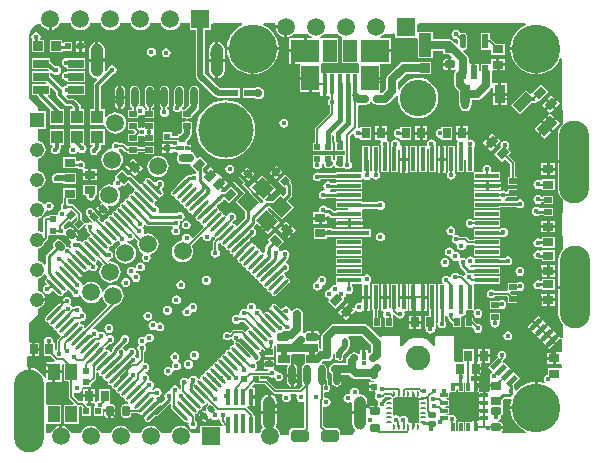
<source format=gtl>
G04 Layer_Physical_Order=1*
G04 Layer_Color=255*
%FSLAX44Y44*%
%MOMM*%
G71*
G01*
G75*
%ADD10R,1.3208X0.7112*%
%ADD11R,1.0160X1.1176*%
%ADD12R,1.1938X1.9050*%
%ADD13R,2.3876X1.9050*%
%ADD14R,1.4986X2.1082*%
%ADD15R,0.4572X1.7018*%
G04:AMPARAMS|DCode=16|XSize=0.508mm|YSize=0.6096mm|CornerRadius=0mm|HoleSize=0mm|Usage=FLASHONLY|Rotation=225.001|XOffset=0mm|YOffset=0mm|HoleType=Round|Shape=Rectangle|*
%AMROTATEDRECTD16*
4,1,4,-0.0359,0.3951,0.3951,-0.0359,0.0359,-0.3951,-0.3951,0.0359,-0.0359,0.3951,0.0*
%
%ADD16ROTATEDRECTD16*%

G04:AMPARAMS|DCode=17|XSize=0.508mm|YSize=0.6096mm|CornerRadius=0mm|HoleSize=0mm|Usage=FLASHONLY|Rotation=135.009|XOffset=0mm|YOffset=0mm|HoleType=Round|Shape=Rectangle|*
%AMROTATEDRECTD17*
4,1,4,0.3951,0.0360,-0.0359,-0.3951,-0.3951,-0.0360,0.0359,0.3951,0.3951,0.0360,0.0*
%
%ADD17ROTATEDRECTD17*%

G04:AMPARAMS|DCode=18|XSize=0.508mm|YSize=0.6096mm|CornerRadius=0mm|HoleSize=0mm|Usage=FLASHONLY|Rotation=270.010|XOffset=0mm|YOffset=0mm|HoleType=Round|Shape=Rectangle|*
%AMROTATEDRECTD18*
4,1,4,-0.3048,0.2540,0.3048,0.2541,0.3048,-0.2540,-0.3048,-0.2541,-0.3048,0.2540,0.0*
%
%ADD18ROTATEDRECTD18*%

%ADD19R,0.6096X0.5080*%
G04:AMPARAMS|DCode=20|XSize=0.7112mm|YSize=0.9144mm|CornerRadius=0mm|HoleSize=0mm|Usage=FLASHONLY|Rotation=270.010|XOffset=0mm|YOffset=0mm|HoleType=Round|Shape=Rectangle|*
%AMROTATEDRECTD20*
4,1,4,-0.4573,0.3555,0.4571,0.3557,0.4573,-0.3555,-0.4571,-0.3557,-0.4573,0.3555,0.0*
%
%ADD20ROTATEDRECTD20*%

G04:AMPARAMS|DCode=21|XSize=0.5588mm|YSize=1.2192mm|CornerRadius=0mm|HoleSize=0mm|Usage=FLASHONLY|Rotation=0.002|XOffset=0mm|YOffset=0mm|HoleType=Round|Shape=Rectangle|*
%AMROTATEDRECTD21*
4,1,4,-0.2794,-0.6096,-0.2794,0.6096,0.2794,0.6096,0.2794,-0.6096,-0.2794,-0.6096,0.0*
%
%ADD21ROTATEDRECTD21*%

G04:AMPARAMS|DCode=22|XSize=0.5588mm|YSize=1.2192mm|CornerRadius=0.1397mm|HoleSize=0mm|Usage=FLASHONLY|Rotation=0.002|XOffset=0mm|YOffset=0mm|HoleType=Round|Shape=RoundedRectangle|*
%AMROUNDEDRECTD22*
21,1,0.5588,0.9398,0,0,0.0*
21,1,0.2794,1.2192,0,0,0.0*
1,1,0.2794,0.1397,-0.4699*
1,1,0.2794,-0.1397,-0.4699*
1,1,0.2794,-0.1397,0.4699*
1,1,0.2794,0.1397,0.4699*
%
%ADD22ROUNDEDRECTD22*%
G04:AMPARAMS|DCode=23|XSize=0.508mm|YSize=0.6096mm|CornerRadius=0mm|HoleSize=0mm|Usage=FLASHONLY|Rotation=135.000|XOffset=0mm|YOffset=0mm|HoleType=Round|Shape=Rectangle|*
%AMROTATEDRECTD23*
4,1,4,0.3951,0.0359,-0.0359,-0.3951,-0.3951,-0.0359,0.0359,0.3951,0.3951,0.0359,0.0*
%
%ADD23ROTATEDRECTD23*%

%ADD24R,0.5080X0.6096*%
G04:AMPARAMS|DCode=25|XSize=0.7112mm|YSize=0.9144mm|CornerRadius=0mm|HoleSize=0mm|Usage=FLASHONLY|Rotation=315.019|XOffset=0mm|YOffset=0mm|HoleType=Round|Shape=Rectangle|*
%AMROTATEDRECTD25*
4,1,4,-0.5747,-0.0720,0.0717,0.5748,0.5747,0.0720,-0.0717,-0.5748,-0.5747,-0.0720,0.0*
%
%ADD25ROTATEDRECTD25*%

G04:AMPARAMS|DCode=26|XSize=0.7112mm|YSize=0.9144mm|CornerRadius=0mm|HoleSize=0mm|Usage=FLASHONLY|Rotation=180.018|XOffset=0mm|YOffset=0mm|HoleType=Round|Shape=Rectangle|*
%AMROTATEDRECTD26*
4,1,4,0.3555,0.4573,0.3557,-0.4571,-0.3555,-0.4573,-0.3557,0.4571,0.3555,0.4573,0.0*
%
%ADD26ROTATEDRECTD26*%

G04:AMPARAMS|DCode=27|XSize=0.7112mm|YSize=0.9144mm|CornerRadius=0mm|HoleSize=0mm|Usage=FLASHONLY|Rotation=45.011|XOffset=0mm|YOffset=0mm|HoleType=Round|Shape=Rectangle|*
%AMROTATEDRECTD27*
4,1,4,0.0720,-0.5747,-0.5747,0.0717,-0.0720,0.5747,0.5747,-0.0717,0.0720,-0.5747,0.0*
%
%ADD27ROTATEDRECTD27*%

G04:AMPARAMS|DCode=28|XSize=1.4224mm|YSize=1.0668mm|CornerRadius=0mm|HoleSize=0mm|Usage=FLASHONLY|Rotation=270.010|XOffset=0mm|YOffset=0mm|HoleType=Round|Shape=Rectangle|*
%AMROTATEDRECTD28*
4,1,4,-0.5335,0.7111,0.5333,0.7113,0.5335,-0.7111,-0.5333,-0.7113,-0.5335,0.7111,0.0*
%
%ADD28ROTATEDRECTD28*%

G04:AMPARAMS|DCode=29|XSize=0.6096mm|YSize=0.9144mm|CornerRadius=0.1524mm|HoleSize=0mm|Usage=FLASHONLY|Rotation=45.000|XOffset=0mm|YOffset=0mm|HoleType=Round|Shape=RoundedRectangle|*
%AMROUNDEDRECTD29*
21,1,0.6096,0.6096,0,0,45.0*
21,1,0.3048,0.9144,0,0,45.0*
1,1,0.3048,0.3233,-0.1078*
1,1,0.3048,0.1078,-0.3233*
1,1,0.3048,-0.3233,0.1078*
1,1,0.3048,-0.1078,0.3233*
%
%ADD29ROUNDEDRECTD29*%
G04:AMPARAMS|DCode=30|XSize=0.6096mm|YSize=0.9144mm|CornerRadius=0.1524mm|HoleSize=0mm|Usage=FLASHONLY|Rotation=180.000|XOffset=0mm|YOffset=0mm|HoleType=Round|Shape=RoundedRectangle|*
%AMROUNDEDRECTD30*
21,1,0.6096,0.6096,0,0,180.0*
21,1,0.3048,0.9144,0,0,180.0*
1,1,0.3048,-0.1524,0.3048*
1,1,0.3048,0.1524,0.3048*
1,1,0.3048,0.1524,-0.3048*
1,1,0.3048,-0.1524,-0.3048*
%
%ADD30ROUNDEDRECTD30*%
G04:AMPARAMS|DCode=31|XSize=0.508mm|YSize=0.6096mm|CornerRadius=0mm|HoleSize=0mm|Usage=FLASHONLY|Rotation=0.002|XOffset=0mm|YOffset=0mm|HoleType=Round|Shape=Rectangle|*
%AMROTATEDRECTD31*
4,1,4,-0.2540,-0.3048,-0.2540,0.3048,0.2540,0.3048,0.2540,-0.3048,-0.2540,-0.3048,0.0*
%
%ADD31ROTATEDRECTD31*%

%ADD32R,3.5052X0.4318*%
%ADD33R,2.0066X0.4318*%
%ADD34R,0.4318X2.0066*%
G04:AMPARAMS|DCode=35|XSize=0.7112mm|YSize=1.016mm|CornerRadius=0mm|HoleSize=0mm|Usage=FLASHONLY|Rotation=90.010|XOffset=0mm|YOffset=0mm|HoleType=Round|Shape=Rectangle|*
%AMROTATEDRECTD35*
4,1,4,0.5081,-0.3555,-0.5079,-0.3557,-0.5081,0.3555,0.5079,0.3557,0.5081,-0.3555,0.0*
%
%ADD35ROTATEDRECTD35*%

G04:AMPARAMS|DCode=36|XSize=0.7112mm|YSize=1.016mm|CornerRadius=0.1778mm|HoleSize=0mm|Usage=FLASHONLY|Rotation=90.010|XOffset=0mm|YOffset=0mm|HoleType=Round|Shape=RoundedRectangle|*
%AMROUNDEDRECTD36*
21,1,0.7112,0.6604,0,0,90.0*
21,1,0.3556,1.0160,0,0,90.0*
1,1,0.3556,0.3302,0.1779*
1,1,0.3556,0.3302,-0.1777*
1,1,0.3556,-0.3302,-0.1779*
1,1,0.3556,-0.3302,0.1777*
%
%ADD36ROUNDEDRECTD36*%
G04:AMPARAMS|DCode=37|XSize=0.6604mm|YSize=0.3048mm|CornerRadius=0mm|HoleSize=0mm|Usage=FLASHONLY|Rotation=0.002|XOffset=0mm|YOffset=0mm|HoleType=Round|Shape=Rectangle|*
%AMROTATEDRECTD37*
4,1,4,-0.3302,-0.1524,-0.3302,0.1524,0.3302,0.1524,0.3302,-0.1524,-0.3302,-0.1524,0.0*
%
%ADD37ROTATEDRECTD37*%

G04:AMPARAMS|DCode=38|XSize=0.6604mm|YSize=0.3048mm|CornerRadius=0mm|HoleSize=0mm|Usage=FLASHONLY|Rotation=90.002|XOffset=0mm|YOffset=0mm|HoleType=Round|Shape=Rectangle|*
%AMROTATEDRECTD38*
4,1,4,0.1524,-0.3302,-0.1524,-0.3302,-0.1524,0.3302,0.1524,0.3302,0.1524,-0.3302,0.0*
%
%ADD38ROTATEDRECTD38*%

%ADD39P,1.1495X4X315.0*%
G04:AMPARAMS|DCode=40|XSize=0.4064mm|YSize=1.0414mm|CornerRadius=0mm|HoleSize=0mm|Usage=FLASHONLY|Rotation=135.009|XOffset=0mm|YOffset=0mm|HoleType=Round|Shape=Rectangle|*
%AMROTATEDRECTD40*
4,1,4,0.5118,0.2246,-0.2244,-0.5119,-0.5118,-0.2246,0.2244,0.5119,0.5118,0.2246,0.0*
%
%ADD40ROTATEDRECTD40*%

G04:AMPARAMS|DCode=41|XSize=0.7112mm|YSize=0.9144mm|CornerRadius=0.1778mm|HoleSize=0mm|Usage=FLASHONLY|Rotation=90.000|XOffset=0mm|YOffset=0mm|HoleType=Round|Shape=RoundedRectangle|*
%AMROUNDEDRECTD41*
21,1,0.7112,0.5588,0,0,90.0*
21,1,0.3556,0.9144,0,0,90.0*
1,1,0.3556,0.2794,0.1778*
1,1,0.3556,0.2794,-0.1778*
1,1,0.3556,-0.2794,-0.1778*
1,1,0.3556,-0.2794,0.1778*
%
%ADD41ROUNDEDRECTD41*%
%ADD42R,1.1176X2.0066*%
%ADD43R,0.8128X0.8128*%
G04:AMPARAMS|DCode=44|XSize=1.4224mm|YSize=1.2192mm|CornerRadius=0mm|HoleSize=0mm|Usage=FLASHONLY|Rotation=315.019|XOffset=0mm|YOffset=0mm|HoleType=Round|Shape=Rectangle|*
%AMROTATEDRECTD44*
4,1,4,-0.9340,0.0715,-0.0722,0.9339,0.9340,-0.0715,0.0722,-0.9339,-0.9340,0.0715,0.0*
%
%ADD44ROTATEDRECTD44*%

%ADD45R,0.6096X0.6096*%
%ADD46R,0.4064X0.4064*%
%ADD47R,0.6096X0.6096*%
%ADD48R,0.4064X0.4064*%
G04:AMPARAMS|DCode=49|XSize=0.9144mm|YSize=1.6002mm|CornerRadius=0mm|HoleSize=0mm|Usage=FLASHONLY|Rotation=315.000|XOffset=0mm|YOffset=0mm|HoleType=Round|Shape=Rectangle|*
%AMROTATEDRECTD49*
4,1,4,-0.8891,-0.2425,0.2425,0.8891,0.8891,0.2425,-0.2425,-0.8891,-0.8891,-0.2425,0.0*
%
%ADD49ROTATEDRECTD49*%

%ADD50R,0.9144X1.6002*%
G04:AMPARAMS|DCode=51|XSize=0.4572mm|YSize=0.2286mm|CornerRadius=0.0572mm|HoleSize=0mm|Usage=FLASHONLY|Rotation=270.000|XOffset=0mm|YOffset=0mm|HoleType=Round|Shape=RoundedRectangle|*
%AMROUNDEDRECTD51*
21,1,0.4572,0.1143,0,0,270.0*
21,1,0.3429,0.2286,0,0,270.0*
1,1,0.1143,-0.0572,-0.1714*
1,1,0.1143,-0.0572,0.1714*
1,1,0.1143,0.0572,0.1714*
1,1,0.1143,0.0572,-0.1714*
%
%ADD51ROUNDEDRECTD51*%
G04:AMPARAMS|DCode=52|XSize=0.4572mm|YSize=0.2286mm|CornerRadius=0.0572mm|HoleSize=0mm|Usage=FLASHONLY|Rotation=0.000|XOffset=0mm|YOffset=0mm|HoleType=Round|Shape=RoundedRectangle|*
%AMROUNDEDRECTD52*
21,1,0.4572,0.1143,0,0,0.0*
21,1,0.3429,0.2286,0,0,0.0*
1,1,0.1143,0.1714,-0.0572*
1,1,0.1143,-0.1714,-0.0572*
1,1,0.1143,-0.1714,0.0572*
1,1,0.1143,0.1714,0.0572*
%
%ADD52ROUNDEDRECTD52*%
G04:AMPARAMS|DCode=53|XSize=0.6096mm|YSize=0.9144mm|CornerRadius=0.1524mm|HoleSize=0mm|Usage=FLASHONLY|Rotation=90.000|XOffset=0mm|YOffset=0mm|HoleType=Round|Shape=RoundedRectangle|*
%AMROUNDEDRECTD53*
21,1,0.6096,0.6096,0,0,90.0*
21,1,0.3048,0.9144,0,0,90.0*
1,1,0.3048,0.3048,0.1524*
1,1,0.3048,0.3048,-0.1524*
1,1,0.3048,-0.3048,-0.1524*
1,1,0.3048,-0.3048,0.1524*
%
%ADD53ROUNDEDRECTD53*%
G04:AMPARAMS|DCode=54|XSize=0.508mm|YSize=0.6096mm|CornerRadius=0.127mm|HoleSize=0mm|Usage=FLASHONLY|Rotation=90.000|XOffset=0mm|YOffset=0mm|HoleType=Round|Shape=RoundedRectangle|*
%AMROUNDEDRECTD54*
21,1,0.5080,0.3556,0,0,90.0*
21,1,0.2540,0.6096,0,0,90.0*
1,1,0.2540,0.1778,0.1270*
1,1,0.2540,0.1778,-0.1270*
1,1,0.2540,-0.1778,-0.1270*
1,1,0.2540,-0.1778,0.1270*
%
%ADD54ROUNDEDRECTD54*%
G04:AMPARAMS|DCode=55|XSize=0.6096mm|YSize=1.7018mm|CornerRadius=0.3048mm|HoleSize=0mm|Usage=FLASHONLY|Rotation=0.000|XOffset=0mm|YOffset=0mm|HoleType=Round|Shape=RoundedRectangle|*
%AMROUNDEDRECTD55*
21,1,0.6096,1.0922,0,0,0.0*
21,1,0.0000,1.7018,0,0,0.0*
1,1,0.6096,0.0000,-0.5461*
1,1,0.6096,0.0000,-0.5461*
1,1,0.6096,0.0000,0.5461*
1,1,0.6096,0.0000,0.5461*
%
%ADD55ROUNDEDRECTD55*%
G04:AMPARAMS|DCode=56|XSize=2.8194mm|YSize=1.016mm|CornerRadius=0.508mm|HoleSize=0mm|Usage=FLASHONLY|Rotation=90.000|XOffset=0mm|YOffset=0mm|HoleType=Round|Shape=RoundedRectangle|*
%AMROUNDEDRECTD56*
21,1,2.8194,0.0000,0,0,90.0*
21,1,1.8034,1.0160,0,0,90.0*
1,1,1.0160,0.0000,0.9017*
1,1,1.0160,0.0000,-0.9017*
1,1,1.0160,0.0000,-0.9017*
1,1,1.0160,0.0000,0.9017*
%
%ADD56ROUNDEDRECTD56*%
%ADD57R,0.4318X1.3208*%
G04:AMPARAMS|DCode=58|XSize=0.508mm|YSize=0.6096mm|CornerRadius=0.127mm|HoleSize=0mm|Usage=FLASHONLY|Rotation=225.000|XOffset=0mm|YOffset=0mm|HoleType=Round|Shape=RoundedRectangle|*
%AMROUNDEDRECTD58*
21,1,0.5080,0.3556,0,0,225.0*
21,1,0.2540,0.6096,0,0,225.0*
1,1,0.2540,-0.2155,0.0359*
1,1,0.2540,-0.0359,0.2155*
1,1,0.2540,0.2155,-0.0359*
1,1,0.2540,0.0359,-0.2155*
%
%ADD58ROUNDEDRECTD58*%
G04:AMPARAMS|DCode=59|XSize=0.3mm|YSize=1.8mm|CornerRadius=0mm|HoleSize=0mm|Usage=FLASHONLY|Rotation=315.000|XOffset=0mm|YOffset=0mm|HoleType=Round|Shape=Round|*
%AMOVALD59*
21,1,1.5000,0.3000,0.0000,0.0000,45.0*
1,1,0.3000,-0.5303,-0.5303*
1,1,0.3000,0.5303,0.5303*
%
%ADD59OVALD59*%

G04:AMPARAMS|DCode=60|XSize=0.3mm|YSize=1.8mm|CornerRadius=0mm|HoleSize=0mm|Usage=FLASHONLY|Rotation=225.000|XOffset=0mm|YOffset=0mm|HoleType=Round|Shape=Round|*
%AMOVALD60*
21,1,1.5000,0.3000,0.0000,0.0000,315.0*
1,1,0.3000,-0.5303,0.5303*
1,1,0.3000,0.5303,-0.5303*
%
%ADD60OVALD60*%

%ADD61C,0.2540*%
%ADD62C,0.3000*%
%ADD63C,0.1270*%
%ADD64C,0.7000*%
%ADD65C,0.5000*%
%ADD66C,0.3810*%
G04:AMPARAMS|DCode=67|XSize=1.5mm|YSize=1mm|CornerRadius=0.25mm|HoleSize=0mm|Usage=FLASHONLY|Rotation=180.000|XOffset=0mm|YOffset=0mm|HoleType=Round|Shape=RoundedRectangle|*
%AMROUNDEDRECTD67*
21,1,1.5000,0.5000,0,0,180.0*
21,1,1.0000,1.0000,0,0,180.0*
1,1,0.5000,-0.5000,0.2500*
1,1,0.5000,0.5000,0.2500*
1,1,0.5000,0.5000,-0.2500*
1,1,0.5000,-0.5000,-0.2500*
%
%ADD67ROUNDEDRECTD67*%
%ADD68C,1.5000*%
%ADD69O,2.5400X7.0000*%
%ADD70C,2.0860*%
%ADD71C,3.0861*%
%ADD72C,1.2192*%
%ADD73R,1.2192X1.2192*%
%ADD74C,4.6863*%
%ADD75C,4.1148*%
%ADD76R,1.5000X1.5000*%
%ADD77C,0.4500*%
G36*
X2280501Y626209D02*
Y623626D01*
X2277312Y620437D01*
X2282318Y615431D01*
X2286804Y619916D01*
X2287974Y619291D01*
X2287765Y618236D01*
X2288056Y616773D01*
X2288884Y615532D01*
X2289411Y615181D01*
Y614721D01*
X2289577Y613888D01*
X2290049Y613181D01*
X2291565Y611665D01*
X2291489Y611210D01*
X2291065Y610369D01*
X2290384Y610234D01*
X2289557Y609681D01*
X2289004Y608854D01*
X2288810Y607879D01*
X2287823Y606892D01*
X2286848Y606698D01*
X2286021Y606146D01*
X2285832Y605863D01*
X2285108Y605380D01*
X2284216Y605532D01*
X2283783Y605822D01*
X2282612Y606055D01*
X2281060D01*
X2280351Y606528D01*
X2279944Y607904D01*
X2280957Y608918D01*
X2281575Y609842D01*
X2281792Y610932D01*
X2281575Y612022D01*
X2280957Y612946D01*
X2279700Y614204D01*
X2276608Y611112D01*
X2273516Y608020D01*
X2274773Y606762D01*
X2275218Y606465D01*
X2275639Y605098D01*
X2275626Y604864D01*
X2275356Y604459D01*
X2275065Y602996D01*
X2275356Y601533D01*
X2275524Y601280D01*
X2274609Y600365D01*
X2273747Y600940D01*
X2272284Y601231D01*
X2271604Y601096D01*
X2271421Y602017D01*
X2270863Y602852D01*
X2266552Y607163D01*
X2265717Y607721D01*
X2264733Y607916D01*
X2263748Y607721D01*
X2262913Y607163D01*
X2260758Y605008D01*
X2260200Y604173D01*
X2260004Y603188D01*
X2260200Y602203D01*
X2260758Y601368D01*
X2260916Y601210D01*
X2254793Y595087D01*
X2254181Y594171D01*
X2253966Y593090D01*
X2253966Y593090D01*
Y586587D01*
X2252696Y586156D01*
X2251794Y587332D01*
X2250207Y588549D01*
X2248959Y589066D01*
X2248359Y589314D01*
X2247956Y590042D01*
Y599186D01*
X2248359Y599913D01*
X2248959Y600162D01*
X2250207Y600679D01*
X2251794Y601897D01*
X2253011Y603483D01*
X2253777Y605331D01*
X2253777Y605332D01*
X2254439Y605775D01*
X2255709Y607045D01*
X2256181Y607751D01*
X2256347Y608584D01*
Y609955D01*
X2256552Y611140D01*
X2264648D01*
X2264648Y611140D01*
X2265869Y611021D01*
X2266696Y610857D01*
X2268159Y611148D01*
X2268741Y611536D01*
X2270296Y611271D01*
X2270369Y611213D01*
X2270463Y611073D01*
X2271720Y609816D01*
X2274812Y612908D01*
X2277904Y616000D01*
X2276647Y617257D01*
X2275722Y617874D01*
X2274632Y618091D01*
X2273542Y617874D01*
X2272618Y617257D01*
X2271520Y616159D01*
X2271147Y616155D01*
X2270020Y616455D01*
X2269400Y617384D01*
X2269282Y618578D01*
X2274227Y623522D01*
X2275191Y622559D01*
X2279327Y626695D01*
X2280501Y626209D01*
D02*
G37*
G36*
X2449338Y516914D02*
X2449339Y511943D01*
X2449339Y510673D01*
X2449339D01*
X2449340Y501561D01*
X2458539Y501562D01*
X2459218Y500293D01*
X2458716Y499542D01*
X2458381Y497857D01*
Y493666D01*
X2461514D01*
Y502994D01*
X2461500Y503005D01*
X2461499Y509622D01*
X2462397Y510520D01*
X2473531D01*
X2473532Y501591D01*
X2472312Y500775D01*
X2471417Y499436D01*
X2471103Y497857D01*
Y486935D01*
X2471417Y485355D01*
X2472306Y484025D01*
X2469248Y480967D01*
X2449462D01*
X2441784Y488644D01*
X2441078Y489116D01*
X2440245Y489282D01*
X2435590D01*
Y491456D01*
X2443248D01*
X2444303Y490752D01*
X2445766Y490461D01*
X2446366Y490580D01*
X2447822Y489773D01*
X2448650Y488532D01*
X2449891Y487704D01*
X2451354Y487413D01*
X2452817Y487704D01*
X2454058Y488532D01*
X2454886Y489773D01*
X2455177Y491236D01*
X2454886Y492699D01*
X2454058Y493940D01*
X2452817Y494768D01*
X2451354Y495059D01*
X2450754Y494940D01*
X2449298Y495747D01*
X2448470Y496988D01*
X2447798Y497920D01*
Y500460D01*
X2443480D01*
X2439162D01*
Y497920D01*
X2442184D01*
X2442709Y496830D01*
X2442017Y495810D01*
X2431706D01*
X2431321Y497080D01*
X2432214Y497676D01*
X2433042Y498917D01*
X2433333Y500380D01*
X2433042Y501843D01*
X2432356Y502870D01*
X2432537Y503770D01*
X2432761Y504245D01*
X2433065Y504306D01*
X2433981Y504918D01*
X2435317Y506254D01*
X2435317Y506254D01*
X2435929Y507170D01*
X2436144Y508251D01*
X2435929Y509332D01*
X2435317Y510248D01*
X2435317Y510248D01*
X2434611Y510954D01*
X2435073Y512288D01*
X2435330Y512339D01*
X2436036Y512811D01*
X2436508Y513517D01*
X2436659Y514273D01*
X2436969Y514476D01*
X2437867Y514860D01*
X2439401Y513327D01*
X2439432Y513306D01*
Y508270D01*
X2447528D01*
Y515350D01*
X2447528Y515350D01*
X2447325Y516620D01*
X2447364Y516819D01*
Y516850D01*
X2448068Y517403D01*
X2449338Y516914D01*
D02*
G37*
G36*
X2566416Y473559D02*
X2566436Y473563D01*
X2567505Y474165D01*
X2568025Y473817D01*
X2568639Y473695D01*
X2569538D01*
X2569682Y473520D01*
Y472377D01*
X2569825Y471658D01*
X2570427Y470588D01*
X2570079Y470069D01*
X2569957Y469455D01*
Y468312D01*
X2570079Y467699D01*
X2570427Y467179D01*
Y466525D01*
X2570079Y466005D01*
X2569957Y465392D01*
Y464249D01*
X2570079Y463635D01*
X2570332Y462804D01*
X2570079Y461973D01*
X2569957Y461359D01*
Y460216D01*
X2570079Y459603D01*
X2570427Y459084D01*
Y458493D01*
X2570079Y457973D01*
X2569957Y457360D01*
Y456217D01*
X2570079Y455603D01*
X2570334Y454788D01*
X2570079Y453973D01*
X2569957Y453359D01*
Y453336D01*
X2569795Y452202D01*
X2568739Y452105D01*
X2568639D01*
X2568025Y451983D01*
X2567505Y451636D01*
X2566436Y452237D01*
X2566416Y452241D01*
Y448788D01*
X2563876D01*
Y452241D01*
X2563856Y452237D01*
X2562787Y451636D01*
X2562267Y451983D01*
X2561653Y452105D01*
X2561518D01*
X2561275Y452315D01*
X2560636Y453375D01*
X2560841Y454406D01*
X2560551Y455869D01*
X2559722Y457110D01*
X2558481Y457938D01*
X2557018Y458229D01*
X2555555Y457938D01*
X2554314Y457110D01*
X2553085Y457555D01*
X2552131Y458192D01*
X2550668Y458483D01*
X2549205Y458192D01*
X2548811Y458283D01*
X2548245Y459603D01*
X2548367Y460216D01*
Y461359D01*
X2548245Y461973D01*
X2547992Y462804D01*
X2548245Y463635D01*
X2548367Y464249D01*
Y465392D01*
X2548245Y466005D01*
X2547897Y466525D01*
Y467179D01*
X2548245Y467699D01*
X2548367Y468312D01*
Y469455D01*
X2548245Y470069D01*
X2547897Y470588D01*
Y471244D01*
X2548245Y471763D01*
X2548367Y472377D01*
Y473178D01*
X2548935Y473291D01*
X2549540Y473695D01*
X2549621D01*
X2550235Y473817D01*
X2551050Y474072D01*
X2551865Y473817D01*
X2552478Y473695D01*
X2553622D01*
X2554235Y473817D01*
X2554754Y474165D01*
X2555345D01*
X2555865Y473817D01*
X2556478Y473695D01*
X2557621D01*
X2558235Y473817D01*
X2559066Y474070D01*
X2559897Y473817D01*
X2560511Y473695D01*
X2561653D01*
X2562267Y473817D01*
X2562787Y474165D01*
X2563856Y473563D01*
X2563876Y473559D01*
Y477012D01*
X2566416D01*
Y473559D01*
D02*
G37*
G36*
X2529314Y517826D02*
Y511985D01*
X2528337Y511055D01*
X2527208Y511139D01*
X2526792Y511779D01*
Y514032D01*
X2524760D01*
Y510730D01*
X2522220D01*
Y514032D01*
X2520188D01*
Y511726D01*
X2519410Y510778D01*
X2518304D01*
X2517313Y511440D01*
X2515362Y511828D01*
X2513411Y511440D01*
X2512421Y510778D01*
X2511314D01*
Y509892D01*
X2509581Y508159D01*
X2508476Y506505D01*
X2508088Y504554D01*
Y502828D01*
X2499060D01*
X2497109Y502440D01*
X2495455Y501335D01*
X2494350Y499681D01*
X2493962Y497730D01*
X2494350Y495779D01*
X2495455Y494125D01*
X2496203Y493626D01*
Y486935D01*
X2496517Y485355D01*
X2497412Y484017D01*
X2498751Y483122D01*
X2500330Y482808D01*
X2501909Y483122D01*
X2503248Y484017D01*
X2504143Y485355D01*
X2504457Y486935D01*
Y492632D01*
X2511074D01*
X2513281Y490425D01*
X2514935Y489320D01*
X2516886Y488932D01*
X2528990D01*
X2530429Y487970D01*
X2531888Y487680D01*
X2531762Y486410D01*
X2528062D01*
Y483870D01*
X2532380D01*
Y481330D01*
X2528062D01*
Y478790D01*
X2532856D01*
X2533191Y478203D01*
X2533377Y477520D01*
X2532658Y476443D01*
X2532367Y474980D01*
X2532658Y473517D01*
X2533486Y472276D01*
X2534727Y471448D01*
X2534967Y471400D01*
X2535551Y469989D01*
X2535452Y469839D01*
X2535161Y468376D01*
X2535323Y467557D01*
X2534459Y466287D01*
X2534412D01*
Y461914D01*
X2531872D01*
Y466287D01*
X2530094D01*
X2529004Y466070D01*
X2528080Y465452D01*
X2527574Y464696D01*
X2526909Y464710D01*
X2526304Y464907D01*
Y469913D01*
X2525812Y472391D01*
X2524408Y474491D01*
X2522308Y475895D01*
X2520243Y476305D01*
X2519767Y476529D01*
X2519299Y477577D01*
X2519439Y478282D01*
X2519148Y479745D01*
X2518320Y480986D01*
X2517079Y481814D01*
X2515616Y482105D01*
X2514153Y481814D01*
X2512912Y480986D01*
X2512084Y479745D01*
X2511793Y478282D01*
X2511928Y477599D01*
X2510830Y476612D01*
X2510028Y476771D01*
X2508565Y476480D01*
X2507324Y475652D01*
X2506496Y474411D01*
X2506205Y472948D01*
X2506496Y471485D01*
X2507324Y470244D01*
X2508565Y469416D01*
X2510028Y469125D01*
X2511491Y469416D01*
X2512086Y469813D01*
X2513356Y469134D01*
Y462166D01*
X2519830D01*
Y459626D01*
X2513356D01*
Y451879D01*
X2513848Y449401D01*
X2515252Y447301D01*
X2515810Y446928D01*
Y445658D01*
X2515608Y445524D01*
X2514282Y443539D01*
X2513968Y441960D01*
X2503612D01*
Y443698D01*
X2503302Y445259D01*
X2502418Y446582D01*
X2501095Y447466D01*
X2499534Y447776D01*
X2491034D01*
X2489278Y449533D01*
Y465200D01*
X2490548Y466009D01*
X2491486Y465823D01*
X2492949Y466114D01*
X2494190Y466942D01*
X2495018Y468183D01*
X2495309Y469646D01*
X2495018Y471109D01*
X2494190Y472350D01*
X2492949Y473178D01*
X2491486Y473469D01*
X2491277Y473428D01*
X2490007Y474470D01*
Y477328D01*
X2490989Y478134D01*
X2491327Y478067D01*
X2492791Y478358D01*
X2494031Y479186D01*
X2494860Y480427D01*
X2495151Y481890D01*
X2494860Y483353D01*
X2494031Y484594D01*
X2493504Y484946D01*
Y487883D01*
X2493338Y488716D01*
X2492867Y489422D01*
X2491957Y490331D01*
Y497857D01*
X2491643Y499436D01*
X2490748Y500775D01*
X2489409Y501670D01*
X2488501Y501851D01*
X2488083Y503229D01*
X2489026Y504172D01*
X2492582D01*
X2494533Y504560D01*
X2495524Y505222D01*
X2496122D01*
Y505622D01*
X2496187Y505665D01*
X2497292Y507319D01*
X2497680Y509270D01*
Y510276D01*
X2498950Y510727D01*
X2499122Y510515D01*
Y505222D01*
X2501186D01*
X2501377Y504937D01*
X2502083Y504465D01*
X2502916Y504299D01*
X2503749Y504465D01*
X2504455Y504937D01*
X2504646Y505222D01*
X2506202D01*
Y509836D01*
X2510372Y514006D01*
X2510372Y514006D01*
X2511256Y515329D01*
X2511566Y516890D01*
Y521716D01*
X2511256Y523277D01*
X2510444Y524492D01*
X2510568Y525017D01*
X2510918Y525762D01*
X2521378D01*
X2529314Y517826D01*
D02*
G37*
G36*
X2447021Y477251D02*
X2447727Y476779D01*
X2448560Y476613D01*
X2454030D01*
X2454709Y475343D01*
X2454426Y474919D01*
X2454135Y473456D01*
X2454426Y471993D01*
X2455254Y470752D01*
X2456495Y469924D01*
X2457958Y469633D01*
X2459421Y469924D01*
X2460662Y470752D01*
X2461490Y471993D01*
X2461781Y473456D01*
X2461490Y474919D01*
X2461207Y475343D01*
X2461886Y476613D01*
X2466052D01*
X2466731Y475343D01*
X2466618Y475173D01*
X2466327Y473710D01*
X2466618Y472247D01*
X2467446Y471006D01*
X2468687Y470178D01*
X2470150Y469887D01*
X2471613Y470178D01*
X2471783Y470291D01*
X2473053Y469612D01*
Y448196D01*
X2472634Y447776D01*
X2464134D01*
X2462573Y447466D01*
X2461250Y446582D01*
X2460366Y445259D01*
X2460056Y443698D01*
Y441960D01*
X2452479D01*
X2452278Y443487D01*
X2451395Y445621D01*
X2449989Y447453D01*
X2448612Y448509D01*
X2449208Y449401D01*
X2449700Y451879D01*
Y459626D01*
X2443226D01*
X2436752D01*
Y451879D01*
X2437244Y449401D01*
X2438185Y447994D01*
X2437479Y447453D01*
X2436073Y445621D01*
X2435190Y443488D01*
X2435117Y443436D01*
X2434590Y443540D01*
X2431145D01*
Y458134D01*
X2430163D01*
Y458724D01*
X2429997Y459557D01*
X2429525Y460263D01*
X2424715Y465074D01*
X2424716Y465140D01*
X2425107Y466344D01*
X2426716D01*
Y474218D01*
X2427986D01*
Y475488D01*
X2431415D01*
Y482092D01*
X2429523D01*
X2429037Y483265D01*
X2430673Y484902D01*
X2435590D01*
Y484928D01*
X2439343D01*
X2447021Y477251D01*
D02*
G37*
G36*
X2259330Y785071D02*
X2260349Y785206D01*
X2262483Y786089D01*
X2264315Y787495D01*
X2265721Y789327D01*
X2266192Y790465D01*
X2266345Y790512D01*
X2266950Y790392D01*
X2274316D01*
X2274921Y790512D01*
X2275080Y790464D01*
X2275598Y789211D01*
X2277041Y787331D01*
X2278921Y785889D01*
X2281111Y784982D01*
X2283460Y784672D01*
X2285809Y784982D01*
X2287999Y785889D01*
X2289879Y787331D01*
X2291322Y789211D01*
X2291852Y790491D01*
X2292350Y790392D01*
X2299716D01*
X2300321Y790512D01*
X2300480Y790464D01*
X2300999Y789211D01*
X2302441Y787331D01*
X2304321Y785889D01*
X2306510Y784982D01*
X2308860Y784672D01*
X2311210Y784982D01*
X2313399Y785889D01*
X2315279Y787331D01*
X2316721Y789211D01*
X2317251Y790491D01*
X2317750Y790392D01*
X2325116D01*
X2325721Y790512D01*
X2325880Y790464D01*
X2326398Y789211D01*
X2327841Y787331D01*
X2329721Y785889D01*
X2331911Y784982D01*
X2334260Y784672D01*
X2336609Y784982D01*
X2338799Y785889D01*
X2340679Y787331D01*
X2342121Y789211D01*
X2342652Y790491D01*
X2343150Y790392D01*
X2350516D01*
X2351121Y790512D01*
X2351280Y790464D01*
X2351799Y789211D01*
X2353241Y787331D01*
X2355121Y785889D01*
X2357310Y784982D01*
X2359660Y784672D01*
X2362009Y784982D01*
X2364199Y785889D01*
X2366079Y787331D01*
X2367522Y789211D01*
X2368051Y790491D01*
X2368550Y790392D01*
X2375916D01*
X2376060Y790273D01*
Y784750D01*
X2380982D01*
Y746252D01*
X2380982Y746252D01*
X2381292Y744691D01*
X2382176Y743368D01*
X2396908Y728636D01*
X2398231Y727752D01*
X2399792Y727442D01*
X2399792Y727442D01*
X2414778D01*
X2414931Y727472D01*
X2418318D01*
Y729618D01*
X2418546Y729959D01*
X2418856Y731520D01*
X2418546Y733081D01*
X2418318Y733422D01*
Y735568D01*
X2414931D01*
X2414778Y735598D01*
X2401481D01*
X2389138Y747941D01*
Y784750D01*
X2394060D01*
Y789695D01*
X2394600Y790110D01*
X2395330Y790471D01*
X2395728Y790392D01*
X2420288D01*
X2420607Y789122D01*
X2417315Y787363D01*
X2413989Y784633D01*
X2411259Y781307D01*
X2409231Y777512D01*
X2407982Y773394D01*
X2407685Y770382D01*
X2429510D01*
X2451335D01*
X2451038Y773394D01*
X2449789Y777512D01*
X2447760Y781307D01*
X2445031Y784633D01*
X2441705Y787363D01*
X2438414Y789122D01*
X2438732Y790392D01*
X2447798D01*
X2447824Y790397D01*
X2448247Y790120D01*
X2448865Y789417D01*
X2448869Y789408D01*
X2448772Y788670D01*
X2457450D01*
Y787400D01*
X2458720D01*
Y778721D01*
X2459739Y778856D01*
X2461873Y779739D01*
X2463581Y781050D01*
X2476378D01*
X2476431Y780981D01*
X2478311Y779538D01*
X2479261Y779145D01*
X2479009Y777875D01*
X2474940D01*
Y767080D01*
X2473670D01*
Y765810D01*
X2460462D01*
Y756285D01*
X2468347D01*
X2469407Y755777D01*
X2469407Y755015D01*
Y745236D01*
X2478170D01*
Y743966D01*
X2479440D01*
Y732155D01*
X2486614D01*
Y729107D01*
X2488900D01*
Y738886D01*
Y748665D01*
X2486933D01*
X2486933Y755655D01*
X2487586Y756313D01*
X2487819Y756504D01*
X2488036Y756555D01*
X2488148Y756555D01*
X2501764D01*
Y777605D01*
X2488036Y777605D01*
X2486878Y777875D01*
X2486691Y777875D01*
X2486439Y779145D01*
X2487389Y779538D01*
X2489269Y780981D01*
X2489322Y781050D01*
X2501778D01*
X2501831Y780981D01*
X2503711Y779538D01*
X2505313Y778875D01*
X2505060Y777605D01*
X2504583D01*
Y756555D01*
X2518410D01*
X2519581Y756049D01*
X2519553Y755777D01*
X2519553Y755068D01*
Y748395D01*
X2513092D01*
X2513092Y748395D01*
X2513060D01*
Y748395D01*
X2511822Y748395D01*
X2506488D01*
Y748395D01*
X2506456D01*
Y748395D01*
X2493726D01*
Y748665D01*
X2491440D01*
Y738886D01*
Y729107D01*
X2493726D01*
X2494493Y728155D01*
Y726855D01*
X2494116Y726604D01*
X2493288Y725363D01*
X2492997Y723900D01*
X2493288Y722437D01*
X2494116Y721196D01*
X2494493Y720945D01*
Y714492D01*
X2482581Y702579D01*
X2482109Y701873D01*
X2481943Y701040D01*
Y689260D01*
X2480072D01*
Y682180D01*
X2488168D01*
Y682180D01*
X2488962D01*
Y682180D01*
X2497058D01*
Y689260D01*
X2496482D01*
Y695810D01*
X2496568Y695868D01*
X2497838Y695189D01*
Y692025D01*
X2498103Y690696D01*
X2498855Y689570D01*
X2498947Y689463D01*
X2499122Y689260D01*
X2499122D01*
X2499122Y689260D01*
Y682180D01*
X2507218D01*
X2507343Y680962D01*
Y680398D01*
X2507218Y679180D01*
X2499122D01*
Y674998D01*
X2498311Y674653D01*
X2497633Y674788D01*
X2497058Y675368D01*
Y679180D01*
X2489438D01*
X2488168Y679180D01*
X2487692Y679180D01*
X2480072D01*
Y672100D01*
X2480072Y672100D01*
X2480072D01*
X2480350Y670830D01*
X2480297Y670560D01*
X2480588Y669097D01*
X2481416Y667856D01*
X2482657Y667028D01*
X2484120Y666737D01*
X2485583Y667028D01*
X2486824Y667856D01*
X2487652Y669097D01*
X2487943Y670560D01*
X2487890Y670830D01*
X2487930Y671014D01*
X2489319Y671421D01*
X2489538Y671202D01*
Y671195D01*
X2489803Y669866D01*
X2490555Y668740D01*
X2491681Y667988D01*
X2493010Y667723D01*
X2494339Y667988D01*
X2494414Y668038D01*
X2494570Y668007D01*
X2496033Y668298D01*
X2497274Y669126D01*
X2497455Y669398D01*
X2498725D01*
X2498906Y669126D01*
X2500147Y668298D01*
X2501610Y668007D01*
X2501766Y668038D01*
X2501841Y667988D01*
X2503170Y667723D01*
X2504498Y667988D01*
X2504984Y668312D01*
X2506541Y668144D01*
X2506689Y668047D01*
X2506816Y667856D01*
X2508057Y667028D01*
X2509520Y666737D01*
X2510983Y667028D01*
X2512224Y667856D01*
X2513052Y669097D01*
X2513343Y670560D01*
X2513052Y672023D01*
X2512224Y673264D01*
X2511697Y673615D01*
Y695058D01*
X2513387Y696749D01*
X2514765Y696331D01*
X2514878Y695767D01*
X2515706Y694526D01*
X2516947Y693698D01*
X2518410Y693407D01*
X2519038Y693531D01*
X2520308Y692577D01*
X2520308Y691912D01*
X2529420Y691912D01*
X2529420Y703056D01*
X2520308Y703056D01*
X2520308Y702623D01*
X2519296Y701768D01*
X2518553Y702810D01*
X2518555Y702818D01*
Y720564D01*
X2519537Y721370D01*
X2519681Y721341D01*
X2524760D01*
X2526711Y721729D01*
X2527702Y722392D01*
X2528301Y722392D01*
X2528301Y722792D01*
X2528365Y722834D01*
X2529057Y723870D01*
X2530544Y723871D01*
X2531235Y722836D01*
X2531301Y722792D01*
X2531301Y722392D01*
X2531899Y722392D01*
X2532889Y721731D01*
X2534840Y721343D01*
X2541271D01*
X2543222Y721731D01*
X2544876Y722836D01*
X2551225Y729185D01*
X2551396Y729441D01*
X2552629Y729000D01*
X2552452Y727202D01*
X2552778Y723883D01*
X2553747Y720692D01*
X2555319Y717750D01*
X2557434Y715172D01*
X2560013Y713057D01*
X2562953Y711485D01*
X2566145Y710517D01*
X2569464Y710190D01*
X2572783Y710517D01*
X2575974Y711485D01*
X2578916Y713057D01*
X2581494Y715172D01*
X2583609Y717750D01*
X2585181Y720692D01*
X2586150Y723883D01*
X2586476Y727202D01*
X2586150Y730521D01*
X2585181Y733712D01*
X2583609Y736654D01*
X2581494Y739232D01*
X2578916Y741347D01*
X2575974Y742919D01*
X2572783Y743887D01*
X2569464Y744214D01*
X2566145Y743887D01*
X2562953Y742919D01*
X2560013Y741347D01*
X2557434Y739232D01*
X2555319Y736654D01*
X2553988Y734164D01*
X2552718Y734482D01*
Y740838D01*
X2559638Y747758D01*
X2575560D01*
X2575731Y747792D01*
X2580624D01*
Y752685D01*
X2580658Y752856D01*
X2580624Y753027D01*
Y757920D01*
X2575731D01*
X2575560Y757954D01*
X2557526D01*
X2555575Y757566D01*
X2553921Y756461D01*
X2544015Y746555D01*
X2542910Y744901D01*
X2542522Y742950D01*
Y734902D01*
X2539159Y731539D01*
X2538094D01*
X2537079Y732155D01*
Y742696D01*
X2528316D01*
Y745236D01*
X2537079D01*
Y755015D01*
X2537079Y755777D01*
X2538139Y756285D01*
X2546096D01*
Y765810D01*
X2532888D01*
Y768350D01*
X2546096D01*
Y777875D01*
X2537491D01*
X2537239Y779145D01*
X2538189Y779538D01*
X2540069Y780981D01*
X2540122Y781050D01*
X2544318D01*
X2545074Y781041D01*
X2547330Y781334D01*
X2548780Y781935D01*
X2550050Y781086D01*
Y778400D01*
X2567702D01*
X2568050Y778400D01*
X2568972Y777560D01*
Y760927D01*
X2582148D01*
Y766862D01*
X2590562D01*
Y764302D01*
X2595650D01*
X2598042Y761910D01*
X2597516Y760640D01*
X2597404D01*
Y755754D01*
Y750868D01*
X2598928D01*
X2600117Y751105D01*
X2600760Y751534D01*
X2601673Y750673D01*
X2600568Y749019D01*
X2600180Y747068D01*
Y738632D01*
X2600568Y736681D01*
X2601673Y735027D01*
X2603748Y732952D01*
Y721249D01*
X2604240D01*
X2604610Y719387D01*
X2605715Y717733D01*
X2607369Y716628D01*
X2609320Y716240D01*
X2611271Y716628D01*
X2612925Y717733D01*
X2614030Y719387D01*
X2614400Y721249D01*
X2614892D01*
Y725152D01*
X2619248D01*
X2621199Y725540D01*
X2622853Y726645D01*
X2630473Y734265D01*
X2631440Y735713D01*
X2632368Y735628D01*
X2632710Y735501D01*
Y731520D01*
X2637282D01*
Y739521D01*
X2633236D01*
X2632710Y739521D01*
X2631966Y740483D01*
Y748492D01*
X2631805Y749299D01*
X2632848Y750569D01*
X2635760Y750570D01*
X2635759Y755396D01*
X2635758Y760222D01*
X2631186Y760221D01*
X2631187Y756668D01*
X2629917Y756096D01*
X2622566Y756095D01*
X2622567Y751054D01*
X2622158Y750443D01*
X2622043Y749861D01*
X2620772Y749986D01*
X2620772Y756365D01*
X2617978Y756365D01*
X2617979Y748999D01*
X2615439Y748999D01*
X2615438Y756365D01*
X2613576Y756365D01*
X2612307Y757495D01*
Y759953D01*
X2611918Y761904D01*
X2610813Y763558D01*
X2607480Y766891D01*
X2607965Y768065D01*
X2608605Y768065D01*
X2609540Y768251D01*
X2610333Y768781D01*
X2610863Y769574D01*
X2611049Y770509D01*
X2611048Y779907D01*
X2610862Y780842D01*
X2610332Y781635D01*
X2609539Y782165D01*
X2608604Y782351D01*
X2605810Y782351D01*
X2605294Y782248D01*
X2604897Y782513D01*
X2604069Y783754D01*
X2602828Y784582D01*
X2601365Y784873D01*
X2599902Y784582D01*
X2598661Y783754D01*
X2597833Y782513D01*
X2597542Y781050D01*
X2597833Y779587D01*
X2598661Y778346D01*
X2599902Y777518D01*
X2601365Y777227D01*
X2601987Y777350D01*
X2603366Y775970D01*
X2603367Y773699D01*
X2602097Y773060D01*
X2601706Y773350D01*
Y773414D01*
X2600957D01*
X2598806Y775565D01*
X2597152Y776670D01*
X2595201Y777058D01*
X2582148D01*
Y782993D01*
X2569320D01*
X2568972Y782993D01*
X2568050Y783833D01*
Y788564D01*
X2568575Y788995D01*
X2569180Y789115D01*
X2569692Y789457D01*
X2570627Y790392D01*
X2660064D01*
X2660382Y789122D01*
X2657091Y787363D01*
X2653765Y784633D01*
X2651035Y781307D01*
X2649007Y777512D01*
X2647758Y773394D01*
X2647462Y770382D01*
X2669286D01*
Y769112D01*
X2670556D01*
Y747287D01*
X2673568Y747584D01*
X2677686Y748833D01*
X2681481Y750862D01*
X2684807Y753591D01*
X2687537Y756917D01*
X2689565Y760712D01*
X2690820Y760474D01*
Y718820D01*
X2690940Y718215D01*
X2691282Y717702D01*
X2691795Y717360D01*
X2692400Y717240D01*
Y706051D01*
X2691834Y705618D01*
X2689595Y702699D01*
X2688188Y699301D01*
X2687708Y695654D01*
Y674624D01*
X2701798D01*
Y672084D01*
X2687708D01*
Y651054D01*
X2688188Y647407D01*
X2689595Y644009D01*
X2691834Y641090D01*
X2692400Y640657D01*
Y630230D01*
X2691795Y630110D01*
X2691282Y629767D01*
X2690940Y629255D01*
X2690820Y628650D01*
Y612140D01*
X2690940Y611535D01*
X2691282Y611022D01*
X2691795Y610680D01*
X2692400Y610560D01*
Y599490D01*
X2692343Y599445D01*
X2690103Y596527D01*
X2688696Y593129D01*
X2688216Y589482D01*
Y568452D01*
X2702306D01*
Y565912D01*
X2688216D01*
Y544882D01*
X2688696Y541235D01*
X2690103Y537837D01*
X2692343Y534919D01*
X2692400Y534874D01*
Y524820D01*
X2691795Y524700D01*
X2691406Y524440D01*
X2691282Y524357D01*
X2691245Y524320D01*
X2691103Y524174D01*
X2689866Y524220D01*
X2689796Y524244D01*
X2689109Y524930D01*
X2688467Y525573D01*
X2684785Y521890D01*
X2686223Y520454D01*
X2689051Y523283D01*
X2689064Y523296D01*
X2689064Y523296D01*
X2689653Y523885D01*
X2690720Y523374D01*
X2690820Y523240D01*
X2690820Y522914D01*
Y512998D01*
X2690620Y511811D01*
X2689550Y511811D01*
X2686048Y511810D01*
X2686049Y506984D01*
X2686049Y502158D01*
X2689550Y502159D01*
X2690820Y500971D01*
Y499513D01*
X2690352Y498437D01*
X2689550Y498437D01*
X2679208Y498435D01*
X2679209Y492676D01*
X2678237Y492482D01*
X2676996Y491654D01*
X2676168Y490413D01*
X2675876Y488950D01*
X2676168Y487487D01*
X2676458Y487052D01*
X2675654Y485969D01*
X2673568Y486602D01*
X2670556Y486899D01*
Y465074D01*
X2669286D01*
Y463804D01*
X2647462D01*
X2647758Y460792D01*
X2649007Y456674D01*
X2651035Y452879D01*
X2653765Y449553D01*
X2657091Y446824D01*
X2660886Y444795D01*
X2660648Y443540D01*
X2641096D01*
X2640710Y444810D01*
X2640820Y444884D01*
X2641438Y445808D01*
X2641655Y446898D01*
Y447152D01*
X2635758D01*
Y449692D01*
X2641655D01*
Y449946D01*
X2641438Y451036D01*
X2640820Y451960D01*
X2639896Y452578D01*
X2638806Y452795D01*
X2637646D01*
X2637539Y453078D01*
X2637435Y454065D01*
X2638461Y454751D01*
X2639290Y455991D01*
X2639581Y457454D01*
X2639385Y458440D01*
X2639791Y458520D01*
X2640626Y459078D01*
X2641183Y459913D01*
X2641379Y460898D01*
Y463946D01*
X2641232Y464686D01*
X2641330Y465956D01*
X2641330Y465956D01*
X2641330Y465956D01*
Y471224D01*
X2642763Y472657D01*
X2646680D01*
X2646680Y472657D01*
X2647480Y472816D01*
X2648213Y472257D01*
X2648514Y471848D01*
X2647758Y469356D01*
X2647462Y466344D01*
X2668016D01*
Y486899D01*
X2665004Y486602D01*
X2660886Y485353D01*
X2657091Y483325D01*
X2653765Y480595D01*
X2652915Y479559D01*
X2651552Y479901D01*
X2651483Y480253D01*
X2650774Y481313D01*
Y484300D01*
X2650774Y484300D01*
X2650596Y485198D01*
X2655494Y490098D01*
X2651907Y493684D01*
X2651279Y494693D01*
X2650577Y495395D01*
X2649842Y496130D01*
X2645263Y491549D01*
X2643466Y493345D01*
X2648046Y497926D01*
X2646609Y499362D01*
X2646609D01*
X2645519Y500069D01*
X2642491Y503097D01*
X2641637Y503951D01*
X2641637Y505246D01*
X2641869Y505479D01*
X2642243Y506038D01*
X2643034Y506566D01*
X2643862Y507807D01*
X2644153Y509270D01*
X2643862Y510733D01*
X2643034Y511974D01*
X2641793Y512802D01*
X2640330Y513093D01*
X2638867Y512802D01*
X2637626Y511974D01*
X2636797Y510733D01*
X2636507Y509270D01*
X2636797Y507807D01*
X2636811Y507788D01*
X2628528Y499502D01*
X2631929Y496102D01*
X2631735Y494500D01*
X2631277Y494194D01*
X2630448Y492953D01*
X2630157Y491490D01*
X2630448Y490027D01*
X2630658Y489712D01*
X2629979Y488442D01*
X2629916D01*
Y484886D01*
X2635758D01*
Y482346D01*
X2629916D01*
Y479651D01*
X2629916Y478790D01*
X2628816Y478381D01*
X2626850Y478381D01*
X2626850Y475587D01*
X2625580Y475587D01*
X2625580Y474316D01*
X2621008Y474316D01*
X2621008Y473150D01*
X2621008Y471880D01*
X2621008Y471522D01*
X2621008Y470356D01*
X2625580Y470357D01*
X2625580Y467817D01*
X2621008Y467816D01*
X2621008Y466651D01*
Y465380D01*
X2621008Y465022D01*
X2621008Y463856D01*
X2625580Y463857D01*
X2625580Y461317D01*
X2621008Y461316D01*
X2621008Y460150D01*
X2621008Y458880D01*
X2621008Y458522D01*
X2621008Y457356D01*
X2625580Y457356D01*
X2625580Y454817D01*
X2621008Y454816D01*
Y454514D01*
X2621008Y453409D01*
X2619903Y453408D01*
X2619601D01*
X2619601Y448836D01*
X2617061Y448836D01*
X2617061Y453408D01*
X2615536Y453408D01*
Y453351D01*
X2614266Y453138D01*
X2609306Y453138D01*
X2609307Y445137D01*
X2608806Y444935D01*
X2607855Y445720D01*
X2607854Y453138D01*
X2602806Y453138D01*
X2602807Y445141D01*
X2602303Y444937D01*
X2601355Y445719D01*
X2601354Y452101D01*
X2601411Y453274D01*
X2601699Y453705D01*
X2601801Y454222D01*
X2601801Y454223D01*
X2601846Y454448D01*
X2601989Y455168D01*
X2601698Y456631D01*
X2600870Y457872D01*
X2599629Y458700D01*
X2598166Y458991D01*
X2597083Y458776D01*
X2595882Y458610D01*
X2595882Y458610D01*
X2595882Y458610D01*
X2593826Y458610D01*
X2593208Y459879D01*
X2593350Y460061D01*
X2595882Y460062D01*
X2595882Y465110D01*
X2592030Y465109D01*
X2591908Y465291D01*
X2592587Y466561D01*
X2595882Y466562D01*
X2595882Y471610D01*
X2593492Y471609D01*
X2592943Y472879D01*
X2593115Y473061D01*
X2595882Y473062D01*
X2595882Y477439D01*
X2596187Y478228D01*
X2596976Y478534D01*
X2601353Y478534D01*
X2601353Y480282D01*
X2602624Y481131D01*
X2602805Y481055D01*
X2602805Y478534D01*
X2607854Y478534D01*
X2607853Y484677D01*
X2607952Y485174D01*
Y486690D01*
X2607987Y486747D01*
X2608272Y486831D01*
X2609305Y486154D01*
X2609306Y478534D01*
X2614265Y478534D01*
X2614354Y478534D01*
X2615536Y478322D01*
Y478264D01*
X2617060Y478264D01*
X2617059Y482836D01*
X2617059Y487408D01*
X2615535Y487408D01*
Y487408D01*
X2614358Y487631D01*
X2613752Y488167D01*
Y491998D01*
X2616962Y491998D01*
X2616962Y497840D01*
X2616962Y503682D01*
X2616542D01*
X2616542Y514588D01*
X2607430Y514588D01*
X2607430Y504682D01*
X2606173Y503412D01*
X2601313Y503412D01*
X2600044Y504463D01*
Y524510D01*
X2599568Y525658D01*
X2598420Y526134D01*
X2585720D01*
X2584572Y525658D01*
X2584096Y524510D01*
Y517982D01*
X2582827Y517528D01*
X2581564Y519066D01*
X2578971Y521194D01*
X2576013Y522776D01*
X2572802Y523749D01*
X2569464Y524078D01*
X2566125Y523749D01*
X2562915Y522776D01*
X2559957Y521194D01*
X2557364Y519066D01*
X2555594Y516909D01*
X2554324Y517364D01*
X2554324Y524510D01*
X2553848Y525658D01*
X2552700Y526134D01*
X2540000Y526134D01*
X2538852Y525658D01*
X2538514Y524842D01*
X2537513Y524471D01*
X2537106Y524453D01*
X2527095Y534465D01*
X2525441Y535570D01*
X2523490Y535958D01*
X2498598D01*
X2496647Y535570D01*
X2494993Y534465D01*
X2488977Y528449D01*
X2487872Y526795D01*
X2487484Y524844D01*
Y515289D01*
X2486918Y515025D01*
X2485690Y515852D01*
X2485689Y520179D01*
X2485689D01*
X2485256Y521270D01*
X2485208Y521449D01*
X2485782Y522308D01*
X2486018Y523497D01*
X2486018Y524005D01*
X2479609Y524004D01*
X2479608Y525274D01*
X2478338Y525274D01*
X2478338Y530159D01*
X2476306Y530159D01*
X2475116Y529922D01*
X2474108Y529249D01*
X2473435Y528240D01*
X2472181Y528021D01*
X2472020Y528084D01*
X2471539Y529549D01*
X2471558Y529578D01*
X2471946Y531529D01*
Y544068D01*
X2471558Y546019D01*
X2470453Y547673D01*
X2468799Y548778D01*
X2466848Y549166D01*
X2464897Y548778D01*
X2463243Y547673D01*
X2462758Y546946D01*
X2462152Y547030D01*
X2461485Y547328D01*
X2461236Y548579D01*
X2460408Y549820D01*
X2459167Y550648D01*
X2457704Y550939D01*
X2456241Y550648D01*
X2455000Y549820D01*
X2454633Y549270D01*
X2453916Y549127D01*
X2453210Y548655D01*
X2453182D01*
X2449432Y552406D01*
X2448605Y552958D01*
X2447629Y553152D01*
X2446654Y552958D01*
X2445827Y552406D01*
X2445275Y551579D01*
X2445081Y550603D01*
X2444407Y550118D01*
X2443933Y549860D01*
X2443236Y549721D01*
X2450295Y542662D01*
X2448499Y540866D01*
X2441440Y547925D01*
X2441302Y547228D01*
X2441045Y546756D01*
X2440558Y546081D01*
X2439583Y545887D01*
X2438756Y545334D01*
X2438358Y544739D01*
X2437930Y544771D01*
X2437107Y545011D01*
X2436852Y546293D01*
X2436024Y547534D01*
X2434783Y548362D01*
X2433320Y548653D01*
X2433100Y548610D01*
X2432020Y549690D01*
X2432063Y549910D01*
X2431772Y551373D01*
X2430944Y552614D01*
X2429703Y553442D01*
X2428240Y553733D01*
X2426777Y553442D01*
X2425536Y552614D01*
X2424708Y551373D01*
X2424417Y549910D01*
X2424584Y549067D01*
X2423441Y548304D01*
X2423353Y548362D01*
X2421890Y548653D01*
X2420427Y548362D01*
X2419186Y547534D01*
X2418358Y546293D01*
X2418067Y544830D01*
X2418234Y543987D01*
X2417091Y543224D01*
X2417003Y543282D01*
X2415540Y543573D01*
X2414077Y543282D01*
X2412836Y542454D01*
X2412008Y541213D01*
X2411717Y539750D01*
X2412008Y538287D01*
X2412836Y537046D01*
X2414077Y536218D01*
X2415540Y535927D01*
X2417003Y536218D01*
X2418244Y537046D01*
X2418595Y537573D01*
X2422226D01*
X2426623Y533176D01*
X2426547Y532720D01*
X2426122Y531880D01*
X2425441Y531745D01*
X2424614Y531192D01*
X2424061Y530365D01*
X2423926Y529684D01*
X2423086Y529260D01*
X2422630Y529184D01*
X2421489Y530324D01*
X2420783Y530796D01*
X2419950Y530962D01*
X2413724D01*
X2412891Y530796D01*
X2412184Y530324D01*
X2410456Y528596D01*
X2409383Y529312D01*
X2407920Y529603D01*
X2406457Y529312D01*
X2405216Y528484D01*
X2404388Y527243D01*
X2404097Y525780D01*
X2404388Y524317D01*
X2405216Y523076D01*
X2406457Y522248D01*
X2407920Y521957D01*
X2409383Y522248D01*
X2410624Y523076D01*
X2410671Y523147D01*
X2412008Y522937D01*
X2412836Y521696D01*
X2413183Y521465D01*
X2413198Y521449D01*
X2413509Y519840D01*
X2413455Y519759D01*
X2413261Y518783D01*
X2412274Y517797D01*
X2411299Y517603D01*
X2410472Y517050D01*
X2409919Y516223D01*
X2409725Y515248D01*
X2408739Y514261D01*
X2407764Y514067D01*
X2406937Y513515D01*
X2406384Y512688D01*
X2406190Y511712D01*
X2405203Y510726D01*
X2404228Y510532D01*
X2403401Y509979D01*
X2402848Y509152D01*
X2402654Y508177D01*
X2401668Y507190D01*
X2400692Y506996D01*
X2399866Y506444D01*
X2399313Y505617D01*
X2399119Y504641D01*
X2398132Y503655D01*
X2397157Y503460D01*
X2396330Y502908D01*
X2395777Y502081D01*
X2395583Y501105D01*
X2394597Y500119D01*
X2393621Y499925D01*
X2392794Y499372D01*
X2392242Y498546D01*
X2392048Y497570D01*
X2391061Y496584D01*
X2390086Y496390D01*
X2389259Y495837D01*
X2388706Y495010D01*
X2388512Y494035D01*
X2387525Y493048D01*
X2386550Y492854D01*
X2385723Y492301D01*
X2385171Y491474D01*
X2384977Y490499D01*
X2383990Y489513D01*
X2382750Y489905D01*
X2381922Y491146D01*
X2380681Y491974D01*
X2379218Y492265D01*
X2377755Y491974D01*
X2376514Y491146D01*
X2375686Y489905D01*
X2375597Y489461D01*
X2374302Y489114D01*
X2373061Y489942D01*
X2371598Y490233D01*
X2370135Y489942D01*
X2368894Y489114D01*
X2368066Y487873D01*
X2367775Y486410D01*
X2368066Y484947D01*
X2368439Y484388D01*
Y480810D01*
X2367169Y480685D01*
X2367002Y481523D01*
X2366174Y482764D01*
X2364933Y483592D01*
X2363470Y483883D01*
X2362007Y483592D01*
X2360766Y482764D01*
X2359938Y481523D01*
X2359647Y480060D01*
X2359690Y479840D01*
X2358610Y478760D01*
X2358390Y478803D01*
X2356927Y478512D01*
X2355686Y477684D01*
X2354858Y476443D01*
X2354567Y474980D01*
X2354858Y473517D01*
X2355404Y472699D01*
X2351955Y469250D01*
X2351889Y469252D01*
X2350659Y469750D01*
X2350581Y470144D01*
X2343522Y463084D01*
X2336463Y456026D01*
X2337161Y455887D01*
X2337633Y455630D01*
X2338308Y455144D01*
X2338502Y454169D01*
X2339054Y453342D01*
X2339881Y452789D01*
X2340857Y452595D01*
X2341832Y452789D01*
X2342659Y453342D01*
X2346940Y457623D01*
X2347146D01*
X2347147Y457623D01*
X2348227Y457838D01*
X2349144Y458450D01*
X2359187Y468493D01*
X2360358Y468055D01*
X2360562Y466935D01*
X2360422Y466726D01*
X2360228Y465750D01*
X2360422Y464775D01*
X2360974Y463948D01*
X2371581Y453341D01*
X2372408Y452789D01*
X2373383Y452595D01*
X2374042Y452726D01*
X2374835Y452074D01*
X2375062Y451732D01*
X2374887Y450850D01*
X2375178Y449387D01*
X2376006Y448146D01*
X2377247Y447318D01*
X2378710Y447027D01*
X2380173Y447318D01*
X2381414Y448146D01*
X2382242Y449387D01*
X2382533Y450850D01*
X2382242Y452313D01*
X2381414Y453554D01*
X2380887Y453905D01*
Y456889D01*
X2380721Y457722D01*
X2380249Y458428D01*
X2380249Y458429D01*
X2380324Y458884D01*
X2380749Y459724D01*
X2381430Y459860D01*
X2382257Y460412D01*
X2382809Y461239D01*
X2383004Y462215D01*
X2383990Y463201D01*
X2384965Y463396D01*
X2385792Y463948D01*
X2386345Y464775D01*
X2386539Y465750D01*
X2387525Y466737D01*
X2388501Y466931D01*
X2389328Y467483D01*
X2389880Y468310D01*
X2389894Y468377D01*
X2391179Y468929D01*
X2391766Y468554D01*
X2391897Y467284D01*
X2390193Y465580D01*
X2389691Y464829D01*
X2389515Y463944D01*
X2389594Y463546D01*
X2389447Y463297D01*
X2388666Y462580D01*
X2388596Y462548D01*
X2387968Y462673D01*
X2386977Y462476D01*
X2386137Y461914D01*
X2389226Y458826D01*
X2392314Y455737D01*
X2392862Y456558D01*
X2392882Y456566D01*
X2392996Y456587D01*
X2394191Y456681D01*
X2394802Y455766D01*
X2396043Y454938D01*
X2397506Y454647D01*
X2398969Y454938D01*
X2400210Y455766D01*
X2400809D01*
X2401933Y454715D01*
Y453390D01*
X2402099Y452557D01*
X2402571Y451851D01*
X2403823Y450598D01*
X2402935Y449690D01*
X2384950D01*
Y444506D01*
X2384911Y444429D01*
X2383790Y443540D01*
X2378710D01*
X2378105Y443420D01*
X2376873Y444113D01*
X2376411Y445229D01*
X2374969Y447109D01*
X2373089Y448551D01*
X2370900Y449458D01*
X2368550Y449768D01*
X2366201Y449458D01*
X2364011Y448551D01*
X2362131Y447109D01*
X2360688Y445229D01*
X2360226Y444113D01*
X2358995Y443420D01*
X2358390Y443540D01*
X2353310D01*
X2352705Y443420D01*
X2351474Y444113D01*
X2351012Y445229D01*
X2349569Y447109D01*
X2347689Y448551D01*
X2345500Y449458D01*
X2343150Y449768D01*
X2340800Y449458D01*
X2338611Y448551D01*
X2336731Y447109D01*
X2335289Y445229D01*
X2334827Y444113D01*
X2333595Y443420D01*
X2332990Y443540D01*
X2327910D01*
X2327305Y443420D01*
X2326073Y444113D01*
X2325612Y445229D01*
X2324169Y447109D01*
X2322289Y448551D01*
X2320099Y449458D01*
X2317750Y449768D01*
X2315401Y449458D01*
X2313211Y448551D01*
X2311331Y447109D01*
X2309888Y445229D01*
X2309427Y444113D01*
X2308195Y443420D01*
X2307590Y443540D01*
X2302510D01*
X2301905Y443420D01*
X2300674Y444113D01*
X2300211Y445229D01*
X2298769Y447109D01*
X2296889Y448551D01*
X2294700Y449458D01*
X2292350Y449768D01*
X2290000Y449458D01*
X2287811Y448551D01*
X2285931Y447109D01*
X2284489Y445229D01*
X2284026Y444113D01*
X2282795Y443420D01*
X2282190Y443540D01*
X2277110D01*
X2276505Y443420D01*
X2275137Y443877D01*
X2275113Y443901D01*
X2274611Y445113D01*
X2273205Y446945D01*
X2271373Y448351D01*
X2269239Y449234D01*
X2268220Y449369D01*
Y440690D01*
X2265680D01*
Y449369D01*
X2264661Y449234D01*
X2262527Y448351D01*
X2260695Y446945D01*
X2259289Y445113D01*
X2259062Y444563D01*
X2258138Y443774D01*
X2257565Y443888D01*
X2257552Y443844D01*
X2257077Y443901D01*
X2256473Y443781D01*
X2255960Y443438D01*
X2254561Y443631D01*
X2254371Y443778D01*
Y450214D01*
X2254641Y451372D01*
X2255641Y451372D01*
X2267309Y451374D01*
X2267306Y467598D01*
X2255641Y467596D01*
X2254371Y468755D01*
Y484834D01*
X2254227Y485922D01*
X2255349Y487136D01*
X2259698Y487136D01*
X2259697Y494248D01*
X2254363Y494248D01*
X2254364Y490657D01*
X2253094Y490404D01*
X2252483Y491879D01*
X2250244Y494798D01*
X2247325Y497037D01*
X2243927Y498444D01*
X2241550Y498757D01*
Y462534D01*
X2239010D01*
Y499208D01*
X2238502Y499654D01*
Y507490D01*
X2239115Y508506D01*
X2242671Y508507D01*
X2242670Y514349D01*
X2242669Y520191D01*
X2240981Y520190D01*
X2240082Y521088D01*
Y536301D01*
X2247493Y543713D01*
X2247836Y544225D01*
X2247956Y544830D01*
X2247836Y545435D01*
X2247702Y545635D01*
Y547878D01*
X2247683Y547976D01*
X2248201Y549121D01*
X2248486Y549415D01*
X2250091Y550080D01*
X2251629Y551260D01*
X2252810Y552799D01*
X2253552Y554591D01*
X2253638Y555244D01*
X2246376D01*
Y557784D01*
X2253638D01*
X2253552Y558437D01*
X2252810Y560229D01*
X2251629Y561768D01*
X2250091Y562948D01*
X2248913Y563436D01*
X2248259Y563801D01*
X2247956Y564642D01*
Y573786D01*
X2248359Y574514D01*
X2248959Y574762D01*
X2250207Y575279D01*
X2251794Y576497D01*
X2252855Y577880D01*
X2253695Y577851D01*
X2254216Y577674D01*
X2254793Y576811D01*
X2255364Y576240D01*
X2255034Y574900D01*
X2254969Y574839D01*
X2254202Y574326D01*
X2253649Y573499D01*
X2253455Y572523D01*
X2253649Y571548D01*
X2254202Y570721D01*
X2254798Y570125D01*
X2254380Y568747D01*
X2254057Y568682D01*
X2252816Y567854D01*
X2251988Y566613D01*
X2251697Y565150D01*
X2251988Y563687D01*
X2252816Y562446D01*
X2254057Y561618D01*
X2255520Y561327D01*
X2256983Y561618D01*
X2258224Y562446D01*
X2259052Y563687D01*
X2259117Y564010D01*
X2260495Y564428D01*
X2264808Y560114D01*
X2265635Y559562D01*
X2266611Y559368D01*
X2267586Y559562D01*
X2268413Y560114D01*
X2268965Y560941D01*
X2269160Y561917D01*
X2270146Y562903D01*
X2271121Y563097D01*
X2271948Y563650D01*
X2272461Y564418D01*
X2272522Y564482D01*
X2273862Y564813D01*
X2275866Y562809D01*
X2275827Y562610D01*
X2276118Y561147D01*
X2276946Y559906D01*
X2278187Y559078D01*
X2279650Y558787D01*
X2281113Y559078D01*
X2282354Y559906D01*
X2282561Y560216D01*
X2283124Y560236D01*
X2283944Y560000D01*
X2284742Y558071D01*
X2286185Y556191D01*
X2288065Y554748D01*
X2290255Y553842D01*
X2292604Y553532D01*
X2294953Y553842D01*
X2297143Y554748D01*
X2299023Y556191D01*
X2300466Y558071D01*
X2300884Y559082D01*
X2302188Y558910D01*
X2302378Y557467D01*
X2303284Y555277D01*
X2304727Y553397D01*
X2305988Y552429D01*
X2306203Y550848D01*
X2288074Y532719D01*
X2287619Y532795D01*
X2286778Y533219D01*
X2286643Y533901D01*
X2286090Y534728D01*
X2285263Y535280D01*
X2284288Y535474D01*
X2283301Y536461D01*
X2283107Y537436D01*
X2283063Y537503D01*
X2283826Y538646D01*
X2284730Y538467D01*
X2286193Y538758D01*
X2287434Y539586D01*
X2288262Y540827D01*
X2288553Y542290D01*
X2288262Y543753D01*
X2287434Y544994D01*
X2286193Y545822D01*
X2285748Y545911D01*
X2284731Y547310D01*
X2284743Y547370D01*
X2284452Y548833D01*
X2283624Y550074D01*
X2282383Y550902D01*
X2280920Y551193D01*
X2279457Y550902D01*
X2278216Y550074D01*
X2276830Y550142D01*
X2276470Y550453D01*
X2276422Y550525D01*
X2275642Y551694D01*
X2274740Y552296D01*
X2275562Y553527D01*
X2275853Y554990D01*
X2275562Y556453D01*
X2274734Y557694D01*
X2273493Y558522D01*
X2272030Y558813D01*
X2270567Y558522D01*
X2269326Y557694D01*
X2268498Y556453D01*
X2268337Y555645D01*
X2266681Y553989D01*
X2266209Y553283D01*
X2266208Y553279D01*
X2265949Y553021D01*
X2265635Y552958D01*
X2264808Y552406D01*
X2254201Y541799D01*
X2253649Y540972D01*
X2253455Y539996D01*
X2253649Y539021D01*
X2254201Y538194D01*
X2255028Y537642D01*
X2256004Y537448D01*
X2256991Y536461D01*
X2257184Y535485D01*
X2257737Y534658D01*
X2258564Y534106D01*
X2259539Y533912D01*
X2260526Y532925D01*
X2260720Y531950D01*
X2261272Y531123D01*
X2262099Y530570D01*
X2263075Y530377D01*
X2264061Y529390D01*
X2264256Y528414D01*
X2264808Y527588D01*
X2265635Y527035D01*
X2266316Y526899D01*
X2266741Y526059D01*
X2266817Y525604D01*
X2264141Y522928D01*
X2263669Y522222D01*
X2263503Y521389D01*
Y514083D01*
X2262870Y513602D01*
X2261600Y514217D01*
X2261599Y519924D01*
X2261260Y519924D01*
X2260256Y521194D01*
X2260359Y521716D01*
X2260068Y523179D01*
X2259240Y524420D01*
X2257999Y525248D01*
X2256536Y525539D01*
X2255073Y525248D01*
X2253832Y524420D01*
X2253004Y523179D01*
X2252713Y521716D01*
X2252817Y521192D01*
X2252487Y519922D01*
X2252487D01*
X2252489Y508778D01*
X2258012Y508779D01*
X2261621Y505171D01*
X2261095Y503901D01*
X2254361Y503900D01*
X2254363Y496787D01*
X2260966Y496789D01*
X2267571Y496790D01*
X2267570Y501441D01*
X2268840Y502108D01*
X2269248Y501826D01*
X2269250Y487408D01*
X2272765Y487409D01*
X2273663Y486511D01*
Y473710D01*
X2273829Y472877D01*
X2274301Y472171D01*
X2277699Y468773D01*
X2277213Y467600D01*
X2269254Y467598D01*
X2269257Y451374D01*
X2281925Y451376D01*
X2281922Y465160D01*
X2282820Y466058D01*
X2284223D01*
X2285080Y465201D01*
Y458232D01*
X2292160D01*
Y466328D01*
X2290110D01*
X2288477Y467962D01*
X2288962Y469135D01*
X2289558Y469136D01*
X2289556Y473708D01*
X2286000Y473707D01*
X2286001Y471533D01*
X2285623Y471049D01*
X2284731Y470412D01*
X2282216D01*
X2278017Y474612D01*
Y477232D01*
X2279287Y477911D01*
X2279457Y477798D01*
X2280920Y477507D01*
X2282383Y477798D01*
X2283624Y478626D01*
X2284452Y479867D01*
X2284743Y481330D01*
X2284690Y481600D01*
X2285732Y482870D01*
X2292588D01*
Y484850D01*
X2292619Y484871D01*
X2296429Y488681D01*
X2296901Y489387D01*
X2297067Y490220D01*
Y494063D01*
X2298337Y495040D01*
X2298430Y495021D01*
X2299417Y494034D01*
X2299611Y493059D01*
X2300163Y492232D01*
X2300990Y491679D01*
X2301966Y491485D01*
X2302952Y490499D01*
X2303146Y489524D01*
X2303699Y488697D01*
X2304526Y488144D01*
X2305501Y487950D01*
X2306488Y486964D01*
X2306682Y485988D01*
X2307234Y485161D01*
X2308061Y484609D01*
X2309037Y484415D01*
X2310023Y483428D01*
X2310217Y482452D01*
X2310770Y481625D01*
X2311597Y481073D01*
X2312572Y480879D01*
X2313559Y479893D01*
X2313753Y478917D01*
X2314306Y478090D01*
X2315132Y477538D01*
X2316108Y477344D01*
X2317094Y476357D01*
X2317288Y475382D01*
X2317841Y474555D01*
X2318668Y474002D01*
X2319643Y473808D01*
X2320630Y472821D01*
X2320824Y471846D01*
X2321376Y471019D01*
X2322203Y470466D01*
X2323179Y470272D01*
X2324165Y469286D01*
X2324202Y469104D01*
X2324092Y468822D01*
X2323221Y467902D01*
X2320686D01*
X2319701Y467706D01*
X2318866Y467148D01*
X2318308Y466313D01*
X2318113Y465328D01*
Y459232D01*
X2318308Y458247D01*
X2318866Y457412D01*
X2319701Y456855D01*
X2320686Y456659D01*
X2323734D01*
X2324719Y456855D01*
X2325554Y457412D01*
X2326112Y458247D01*
X2326308Y459232D01*
Y460103D01*
X2332446D01*
X2332810Y459860D01*
X2333785Y459666D01*
X2334272Y458991D01*
X2334529Y458519D01*
X2334667Y457822D01*
X2341726Y464881D01*
X2348785Y471940D01*
X2348088Y472078D01*
X2347913Y472174D01*
X2347699Y472832D01*
X2347899Y473214D01*
X2348484Y473951D01*
X2349947Y474242D01*
X2351188Y475070D01*
X2352016Y476311D01*
X2352307Y477774D01*
X2352016Y479237D01*
X2351188Y480478D01*
X2349947Y481306D01*
X2348484Y481597D01*
X2347021Y481306D01*
X2345780Y480478D01*
X2345428Y479951D01*
X2344180D01*
X2343795Y481221D01*
X2344584Y481748D01*
X2345412Y482988D01*
X2345703Y484451D01*
X2345412Y485915D01*
X2344584Y487155D01*
X2343343Y487984D01*
X2342672Y488117D01*
X2341844Y488612D01*
X2341750Y489497D01*
X2341893Y490220D01*
X2341602Y491683D01*
X2340774Y492924D01*
X2339533Y493752D01*
X2339061Y493846D01*
X2339057Y493848D01*
X2338456Y495261D01*
X2338531Y495378D01*
X2339533Y495578D01*
X2340774Y496406D01*
X2341602Y497647D01*
X2341893Y499110D01*
X2341602Y500573D01*
X2340774Y501814D01*
X2339533Y502642D01*
X2338070Y502933D01*
X2337830Y502886D01*
X2337292Y503618D01*
X2337153Y504046D01*
X2337541Y504627D01*
X2337707Y505460D01*
Y512565D01*
X2338234Y512916D01*
X2339062Y514157D01*
X2339353Y515620D01*
X2339062Y517083D01*
X2338234Y518324D01*
Y518582D01*
X2338734Y518916D01*
X2339383Y519887D01*
X2339823Y520243D01*
X2340950Y520618D01*
X2341880Y520433D01*
X2343343Y520724D01*
X2344584Y521552D01*
X2345412Y522793D01*
X2345703Y524256D01*
X2345412Y525719D01*
X2344584Y526960D01*
X2343343Y527788D01*
X2341880Y528079D01*
X2340417Y527788D01*
X2339176Y526960D01*
X2338528Y525989D01*
X2338088Y525633D01*
X2336961Y525258D01*
X2336031Y525443D01*
X2334568Y525152D01*
X2333327Y524324D01*
X2332498Y523083D01*
X2332207Y521620D01*
X2332498Y520157D01*
X2333327Y518916D01*
Y518658D01*
X2332826Y518324D01*
X2331998Y517083D01*
X2331707Y515620D01*
X2331998Y514157D01*
X2332826Y512916D01*
X2333353Y512565D01*
Y507114D01*
X2332788Y506669D01*
X2331835Y506849D01*
X2331329Y507092D01*
X2330614Y508164D01*
X2330395Y508310D01*
X2329516Y509106D01*
X2330345Y510347D01*
X2330636Y511810D01*
X2330345Y513273D01*
X2329516Y514514D01*
X2328275Y515342D01*
X2326812Y515633D01*
X2325349Y515342D01*
X2324109Y514514D01*
X2323280Y513273D01*
X2323210Y512921D01*
X2322704Y512637D01*
X2321282Y513273D01*
X2320454Y514514D01*
X2319669Y515038D01*
X2319347Y516512D01*
X2321915Y519080D01*
X2322515Y519200D01*
X2323756Y520028D01*
X2324584Y521269D01*
X2324875Y522732D01*
X2324584Y524195D01*
X2323756Y525436D01*
X2322515Y526264D01*
X2321052Y526555D01*
X2319589Y526264D01*
X2318348Y525436D01*
X2317520Y524195D01*
X2317229Y522732D01*
X2317287Y522440D01*
X2310733Y515886D01*
X2310121Y514970D01*
X2309906Y513889D01*
X2309906Y513889D01*
Y513302D01*
X2309048Y512571D01*
X2307767Y512821D01*
X2307304Y513515D01*
X2306477Y514067D01*
X2305501Y514261D01*
X2304557Y515206D01*
X2304493Y515355D01*
X2304400Y515822D01*
X2307544Y518965D01*
X2308165Y518842D01*
X2309628Y519133D01*
X2310869Y519961D01*
X2311697Y521202D01*
X2311988Y522665D01*
X2311697Y524128D01*
X2310869Y525369D01*
X2309628Y526197D01*
X2308165Y526488D01*
X2306702Y526197D01*
X2306288Y525921D01*
X2304914Y526530D01*
X2304772Y527243D01*
X2303944Y528484D01*
X2302703Y529312D01*
X2301240Y529603D01*
X2299777Y529312D01*
X2299619Y529207D01*
X2298087Y529711D01*
X2297594Y530449D01*
X2296353Y531277D01*
X2294890Y531568D01*
X2294873Y531565D01*
X2294248Y532736D01*
X2312418Y550906D01*
X2313495Y551048D01*
X2315685Y551954D01*
X2317565Y553397D01*
X2319008Y555277D01*
X2319914Y557467D01*
X2320224Y559816D01*
X2319914Y562165D01*
X2319008Y564355D01*
X2317565Y566235D01*
X2315685Y567677D01*
X2313495Y568584D01*
X2311146Y568894D01*
X2308797Y568584D01*
X2306607Y567677D01*
X2304727Y566235D01*
X2303284Y564355D01*
X2302866Y563344D01*
X2301562Y563516D01*
X2301372Y564959D01*
X2300466Y567149D01*
X2299023Y569029D01*
X2297143Y570471D01*
X2294953Y571378D01*
X2292604Y571688D01*
X2290255Y571378D01*
X2288065Y570471D01*
X2286185Y569029D01*
X2285979Y568761D01*
X2285374Y568858D01*
X2284700Y569179D01*
X2284452Y570423D01*
X2283624Y571664D01*
X2282533Y572393D01*
X2282507Y572509D01*
X2274551Y580464D01*
X2276347Y582260D01*
X2283406Y575201D01*
X2283577Y576059D01*
X2284486Y576810D01*
X2285145Y576941D01*
X2278087Y584000D01*
X2279883Y585796D01*
X2286942Y578737D01*
X2287080Y579434D01*
X2287338Y579907D01*
X2287824Y580581D01*
X2288799Y580775D01*
X2289626Y581328D01*
X2289945Y581805D01*
X2291085Y581962D01*
X2291414Y581892D01*
X2291678Y581496D01*
X2292919Y580668D01*
X2294382Y580377D01*
X2295845Y580668D01*
X2297086Y581496D01*
X2297914Y582737D01*
X2298205Y584200D01*
X2297914Y585663D01*
X2297086Y586904D01*
X2296915Y587017D01*
X2296748Y588073D01*
X2296832Y588601D01*
X2297249Y589226D01*
X2297385Y589907D01*
X2298225Y590332D01*
X2298681Y590408D01*
X2302224Y586864D01*
X2302187Y586301D01*
X2300744Y584421D01*
X2299838Y582231D01*
X2299528Y579882D01*
X2299838Y577533D01*
X2300744Y575343D01*
X2302187Y573463D01*
X2304067Y572020D01*
X2306257Y571114D01*
X2308606Y570804D01*
X2310956Y571114D01*
X2313145Y572020D01*
X2315025Y573463D01*
X2316467Y575343D01*
X2317374Y577533D01*
X2317684Y579882D01*
X2317374Y582231D01*
X2316467Y584421D01*
X2315025Y586301D01*
X2313145Y587743D01*
X2310956Y588650D01*
X2308606Y588960D01*
X2307171Y588771D01*
X2306963Y589062D01*
X2307108Y589538D01*
X2307613Y590338D01*
X2308799Y590574D01*
X2310040Y591402D01*
X2310868Y592643D01*
X2311159Y594106D01*
X2310868Y595569D01*
X2310040Y596810D01*
X2308799Y597638D01*
X2307832Y597831D01*
X2307559Y598438D01*
X2307391Y599137D01*
X2307856Y599832D01*
X2308050Y600808D01*
X2309037Y601794D01*
X2310012Y601988D01*
X2310839Y602541D01*
X2311392Y603368D01*
X2311586Y604343D01*
X2312572Y605330D01*
X2313548Y605524D01*
X2314375Y606076D01*
X2314393Y606104D01*
X2315874Y606035D01*
X2316316Y605372D01*
X2316819Y605037D01*
X2316900Y604523D01*
X2316763Y603547D01*
X2315141Y602303D01*
X2313698Y600423D01*
X2312792Y598233D01*
X2312482Y595884D01*
X2312792Y593535D01*
X2313698Y591345D01*
X2315141Y589465D01*
X2317021Y588022D01*
X2319211Y587116D01*
X2321560Y586806D01*
X2323909Y587116D01*
X2326099Y588022D01*
X2327979Y589465D01*
X2329422Y591345D01*
X2330328Y593535D01*
X2330638Y595884D01*
X2330328Y598233D01*
X2329422Y600423D01*
X2327979Y602303D01*
X2326099Y603745D01*
X2323909Y604652D01*
X2323771Y604670D01*
X2323009Y606044D01*
X2323158Y606397D01*
X2323592Y606553D01*
X2323833Y606540D01*
X2325116Y606285D01*
X2326579Y606576D01*
X2327820Y607404D01*
X2328447Y608343D01*
X2329861Y608725D01*
X2332103Y606483D01*
X2331842Y605854D01*
X2331532Y603504D01*
X2331842Y601155D01*
X2332749Y598965D01*
X2334191Y597085D01*
X2335755Y595886D01*
X2336066Y595336D01*
X2336048Y594277D01*
X2335554Y593537D01*
X2335263Y592074D01*
X2335554Y590611D01*
X2336382Y589370D01*
X2337623Y588542D01*
X2339086Y588251D01*
X2340549Y588542D01*
X2341790Y589370D01*
X2342618Y590611D01*
X2342909Y592074D01*
X2342643Y593413D01*
X2342665Y593688D01*
X2343261Y594861D01*
X2345149Y595643D01*
X2347029Y597085D01*
X2348472Y598965D01*
X2349378Y601155D01*
X2349688Y603504D01*
X2349378Y605854D01*
X2348472Y608043D01*
X2347029Y609923D01*
X2345149Y611366D01*
X2342959Y612272D01*
X2340610Y612582D01*
X2338260Y612272D01*
X2338034Y612178D01*
X2337498Y612598D01*
X2337068Y613153D01*
X2337321Y614426D01*
X2337030Y615889D01*
X2336202Y617130D01*
Y617479D01*
X2336710Y617818D01*
X2337538Y619059D01*
X2337620Y619468D01*
X2338998Y619886D01*
X2339088Y619795D01*
X2339088Y619795D01*
X2340005Y619183D01*
X2341086Y618968D01*
X2360465D01*
X2360915Y618501D01*
X2361528Y617384D01*
X2360700Y616143D01*
X2360409Y614680D01*
X2360700Y613217D01*
X2361528Y611976D01*
X2362769Y611148D01*
X2364232Y610857D01*
X2365695Y611148D01*
X2366936Y611976D01*
X2367764Y613217D01*
X2368055Y614680D01*
X2367764Y616143D01*
X2366936Y617384D01*
X2366803Y617472D01*
Y619000D01*
X2366936Y619088D01*
X2367764Y620329D01*
X2368055Y621792D01*
X2367805Y623052D01*
X2369251Y623340D01*
X2370492Y624168D01*
X2371320Y625409D01*
X2371611Y626872D01*
X2371320Y628335D01*
X2370492Y629576D01*
X2369251Y630404D01*
X2367788Y630695D01*
X2366325Y630404D01*
X2365265Y629696D01*
X2350389D01*
X2349710Y630966D01*
X2349730Y630997D01*
X2350021Y632460D01*
X2349730Y633923D01*
X2348902Y635164D01*
X2347661Y635992D01*
X2346402Y636243D01*
X2346252Y636451D01*
X2346194Y637896D01*
X2346747Y638723D01*
X2346941Y639699D01*
X2347614Y640184D01*
X2348088Y640442D01*
X2348785Y640580D01*
X2341726Y647639D01*
X2334456Y654909D01*
X2334363Y654866D01*
X2333375Y654710D01*
X2326475Y661610D01*
X2325558Y662222D01*
X2324478Y662437D01*
X2324478Y662437D01*
X2323378D01*
X2319039Y666774D01*
X2312597Y660330D01*
X2313028Y659899D01*
X2312867Y658264D01*
X2312506Y658024D01*
X2311678Y656783D01*
X2311387Y655320D01*
X2311530Y654601D01*
X2310447Y653674D01*
X2308098Y653984D01*
X2305748Y653674D01*
X2303559Y652767D01*
X2301679Y651325D01*
X2300237Y649445D01*
X2299330Y647255D01*
X2299020Y644906D01*
X2299330Y642557D01*
X2300237Y640367D01*
X2301454Y638781D01*
X2300137Y637463D01*
X2303190Y634410D01*
X2306243Y631357D01*
X2308040Y633153D01*
X2306425Y634768D01*
X2307018Y635971D01*
X2308098Y635828D01*
X2310448Y636138D01*
X2312637Y637044D01*
X2314517Y638487D01*
X2315959Y640367D01*
X2316866Y642557D01*
X2317176Y644906D01*
X2316866Y647255D01*
X2315959Y649445D01*
X2315320Y650278D01*
X2315883Y651630D01*
X2316673Y651788D01*
X2317914Y652616D01*
X2318155Y652978D01*
X2319790Y653139D01*
X2320478Y652451D01*
X2323426Y655400D01*
X2324696Y655400D01*
X2329610Y650486D01*
X2329280Y649146D01*
X2329215Y649085D01*
X2328448Y648572D01*
X2327895Y647745D01*
X2327701Y646770D01*
X2326714Y645783D01*
X2325739Y645589D01*
X2324912Y645037D01*
X2324360Y644210D01*
X2324165Y643234D01*
X2323179Y642248D01*
X2322203Y642054D01*
X2321376Y641501D01*
X2320824Y640674D01*
X2320630Y639699D01*
X2319643Y638712D01*
X2318668Y638518D01*
X2317841Y637965D01*
X2317289Y637138D01*
X2317095Y636163D01*
X2316108Y635177D01*
X2315132Y634982D01*
X2314306Y634430D01*
X2313753Y633603D01*
X2313559Y632627D01*
X2312572Y631641D01*
X2311597Y631447D01*
X2310770Y630894D01*
X2310217Y630067D01*
X2310023Y629092D01*
X2309037Y628105D01*
X2308061Y627911D01*
X2307234Y627359D01*
X2306682Y626532D01*
X2306488Y625556D01*
X2305501Y624570D01*
X2304526Y624376D01*
X2303699Y623823D01*
X2303146Y622996D01*
X2303011Y622315D01*
X2302172Y621891D01*
X2301715Y621814D01*
X2299017Y624512D01*
X2300530Y626025D01*
X2295614Y630941D01*
X2295374Y632145D01*
X2294546Y633386D01*
X2293305Y634214D01*
X2291842Y634505D01*
X2290379Y634214D01*
X2289138Y633386D01*
X2288310Y632145D01*
X2288019Y630682D01*
X2288310Y629219D01*
X2289138Y627978D01*
X2289715Y627593D01*
X2289799Y626744D01*
Y626744D01*
X2293397Y623145D01*
X2293036Y621843D01*
X2292960Y621786D01*
X2291588Y622059D01*
X2290125Y621768D01*
X2289290Y621211D01*
X2288386Y621171D01*
X2287718Y621480D01*
X2284854Y624344D01*
Y629179D01*
X2284689Y630011D01*
X2284217Y630718D01*
X2278141Y636793D01*
X2277435Y637265D01*
X2276602Y637431D01*
X2273815D01*
X2273464Y637958D01*
X2272937Y638310D01*
Y641568D01*
X2273092Y641724D01*
X2280142D01*
Y650836D01*
X2268998D01*
Y643676D01*
X2268749Y643303D01*
X2268583Y642470D01*
Y638310D01*
X2268056Y637958D01*
X2267228Y636717D01*
X2266937Y635254D01*
X2267228Y633791D01*
X2267357Y633597D01*
X2266773Y632186D01*
X2266757Y632182D01*
X2265516Y631354D01*
X2264688Y630113D01*
X2264397Y628650D01*
X2264109Y628300D01*
X2256552D01*
Y626937D01*
X2254170D01*
X2253337Y626771D01*
X2252631Y626299D01*
X2252159Y625593D01*
X2251993Y624760D01*
Y614179D01*
X2250723Y613553D01*
X2250207Y613949D01*
X2248959Y614466D01*
X2248359Y614715D01*
X2247956Y615442D01*
Y624586D01*
X2248359Y625313D01*
X2248959Y625562D01*
X2250207Y626079D01*
X2251794Y627296D01*
X2253011Y628883D01*
X2253777Y630731D01*
X2253919Y631813D01*
X2255281Y632430D01*
X2255581Y632230D01*
X2257044Y631939D01*
X2258507Y632230D01*
X2259748Y633058D01*
X2260576Y634299D01*
X2260867Y635762D01*
X2260576Y637225D01*
X2259748Y638466D01*
X2258507Y639294D01*
X2257044Y639585D01*
X2255581Y639294D01*
X2254340Y638466D01*
X2253781Y637628D01*
X2252552Y637436D01*
X2252281Y637496D01*
X2251794Y638131D01*
X2250207Y639349D01*
X2248959Y639866D01*
X2248359Y640115D01*
X2247956Y640842D01*
Y649986D01*
X2248359Y650714D01*
X2248959Y650962D01*
X2250207Y651479D01*
X2251794Y652697D01*
X2253011Y654283D01*
X2253777Y656131D01*
X2254038Y658114D01*
X2253777Y660097D01*
X2253011Y661945D01*
X2251794Y663531D01*
X2250207Y664749D01*
X2248959Y665266D01*
X2248359Y665515D01*
X2247956Y666242D01*
Y675386D01*
X2248359Y676114D01*
X2248959Y676362D01*
X2250207Y676879D01*
X2251794Y678096D01*
X2253011Y679683D01*
X2253777Y681531D01*
X2254038Y683514D01*
X2253777Y685497D01*
X2253011Y687345D01*
X2251794Y688932D01*
X2250207Y690149D01*
X2248959Y690666D01*
X2248359Y690915D01*
X2247956Y691642D01*
Y700786D01*
X2248393Y701318D01*
X2253972D01*
Y716510D01*
X2247956D01*
Y718566D01*
X2247836Y719171D01*
X2247493Y719684D01*
X2240082Y727095D01*
Y779526D01*
X2240086D01*
X2240456Y782337D01*
X2241541Y784957D01*
X2243267Y787207D01*
X2245517Y788933D01*
X2247842Y789896D01*
X2249076Y790142D01*
X2250203Y789802D01*
X2250399Y789327D01*
X2251805Y787495D01*
X2253637Y786089D01*
X2255771Y785206D01*
X2256790Y785071D01*
Y793750D01*
X2259330D01*
Y785071D01*
D02*
G37*
%LPC*%
G36*
X2522077Y584125D02*
X2500011D01*
Y577807D01*
X2522077D01*
Y584125D01*
D02*
G37*
G36*
X2655570Y584213D02*
X2654107Y583922D01*
X2652867Y583094D01*
X2652038Y581853D01*
X2651747Y580390D01*
X2652038Y578927D01*
X2652867Y577686D01*
X2654107Y576858D01*
X2655570Y576567D01*
X2657033Y576858D01*
X2658274Y577686D01*
X2659102Y578927D01*
X2659393Y580390D01*
X2659102Y581853D01*
X2658274Y583094D01*
X2657033Y583922D01*
X2655570Y584213D01*
D02*
G37*
G36*
X2390140Y576593D02*
X2388677Y576302D01*
X2387436Y575474D01*
X2386608Y574233D01*
X2386317Y572770D01*
X2386608Y571307D01*
X2387436Y570066D01*
X2388677Y569238D01*
X2390140Y568947D01*
X2391603Y569238D01*
X2392844Y570066D01*
X2393672Y571307D01*
X2393963Y572770D01*
X2393672Y574233D01*
X2392844Y575474D01*
X2391603Y576302D01*
X2390140Y576593D01*
D02*
G37*
G36*
X2685270Y573921D02*
X2674126Y573919D01*
X2674126Y573086D01*
X2673228Y572188D01*
X2672728D01*
X2672273Y572492D01*
X2670810Y572783D01*
X2669347Y572492D01*
X2668106Y571664D01*
X2667278Y570423D01*
X2666987Y568960D01*
X2667278Y567497D01*
X2668106Y566256D01*
X2669347Y565428D01*
X2670810Y565137D01*
X2672273Y565428D01*
X2672857Y565818D01*
X2674128Y565139D01*
X2674128Y564807D01*
X2685272Y564809D01*
X2685270Y573921D01*
D02*
G37*
G36*
X2685543Y579375D02*
X2680971Y579374D01*
X2680972Y575818D01*
X2685544Y575819D01*
X2685543Y579375D01*
D02*
G37*
G36*
X2678431Y579374D02*
X2673859Y579373D01*
X2673860Y575817D01*
X2678432Y575818D01*
X2678431Y579374D01*
D02*
G37*
G36*
X2678430Y585470D02*
X2673858Y585469D01*
X2673859Y581913D01*
X2678431Y581914D01*
X2678430Y585470D01*
D02*
G37*
G36*
X2595880Y600723D02*
X2594417Y600432D01*
X2593176Y599604D01*
X2592348Y598363D01*
X2592057Y596900D01*
X2592348Y595437D01*
X2593176Y594196D01*
X2594417Y593368D01*
X2595880Y593077D01*
X2595940Y593088D01*
X2597339Y592072D01*
X2597428Y591627D01*
X2598257Y590386D01*
X2599497Y589558D01*
X2600960Y589267D01*
X2602423Y589558D01*
X2602511Y589616D01*
X2603654Y588853D01*
X2603487Y588010D01*
X2603777Y586547D01*
X2604486Y585487D01*
Y585470D01*
X2604486Y585470D01*
X2604701Y584389D01*
X2605313Y583473D01*
X2609422Y579364D01*
X2609631Y578294D01*
X2609462Y577678D01*
X2609095Y577129D01*
X2607660Y576768D01*
X2607579Y576849D01*
X2606873Y577321D01*
X2606040Y577487D01*
X2604016D01*
X2603664Y578014D01*
X2602423Y578842D01*
X2600960Y579133D01*
X2599497Y578842D01*
X2598257Y578014D01*
X2597428Y576773D01*
X2597261Y575937D01*
X2596643Y575702D01*
X2595894Y575574D01*
X2594803Y576302D01*
X2593340Y576593D01*
X2591877Y576302D01*
X2590636Y575474D01*
X2589808Y574233D01*
X2589517Y572770D01*
X2589808Y571307D01*
X2590100Y570869D01*
X2589421Y569599D01*
X2586305D01*
Y547533D01*
X2586640D01*
Y538364D01*
X2585998Y537403D01*
X2585706Y535940D01*
X2585998Y534477D01*
X2586826Y533236D01*
X2588067Y532408D01*
X2589530Y532117D01*
X2590993Y532408D01*
X2592234Y533236D01*
X2593062Y534477D01*
X2593353Y535940D01*
X2593062Y537403D01*
X2592288Y538562D01*
Y542524D01*
X2593558Y542649D01*
X2593618Y542351D01*
X2594446Y541110D01*
X2594999Y540741D01*
X2595139Y540037D01*
X2595611Y539330D01*
X2598770Y536171D01*
X2598770Y533162D01*
X2605850Y533162D01*
X2605850Y541042D01*
X2605850Y541042D01*
X2605901Y541375D01*
X2606521Y542372D01*
X2607503Y542568D01*
X2608744Y543396D01*
X2609572Y544637D01*
X2609863Y546100D01*
X2609789Y546477D01*
X2610873Y547533D01*
X2615779D01*
X2616478Y546293D01*
X2616187Y544830D01*
X2616478Y543367D01*
X2617307Y542126D01*
X2618547Y541298D01*
X2620010Y541007D01*
X2621473Y541298D01*
X2622714Y542126D01*
X2623542Y543367D01*
X2623833Y544830D01*
X2623542Y546293D01*
X2622714Y547534D01*
X2621473Y548362D01*
X2620010Y548653D01*
X2618547Y548362D01*
X2617893Y547925D01*
X2616623Y548604D01*
Y568623D01*
X2616800Y569630D01*
X2617807Y569807D01*
X2638897D01*
Y576125D01*
X2616869Y576125D01*
X2616830Y576166D01*
X2616779Y577760D01*
X2616831Y577807D01*
X2638897D01*
Y584125D01*
X2616831D01*
Y583790D01*
X2613432D01*
X2613073Y584278D01*
X2613453Y585040D01*
X2613767Y585478D01*
X2615123Y585748D01*
X2615561Y586040D01*
X2616831Y585807D01*
Y585807D01*
X2616831Y585807D01*
X2638897D01*
Y586142D01*
X2643357D01*
X2643947Y585748D01*
X2645410Y585457D01*
X2646873Y585748D01*
X2648114Y586576D01*
X2648942Y587817D01*
X2649233Y589280D01*
X2648942Y590743D01*
X2648114Y591984D01*
X2646873Y592812D01*
X2645410Y593103D01*
X2643947Y592812D01*
X2642706Y591984D01*
X2642577Y591790D01*
X2638897D01*
Y592125D01*
X2616831D01*
X2616831Y592125D01*
X2615689Y592434D01*
X2615123Y592812D01*
X2613660Y593103D01*
X2612197Y592812D01*
X2610956Y591984D01*
X2610731Y591646D01*
X2610064Y590779D01*
X2609103Y591322D01*
X2608773Y591542D01*
X2607310Y591833D01*
X2605847Y591542D01*
X2605759Y591484D01*
X2604616Y592247D01*
X2604783Y593090D01*
X2604492Y594553D01*
X2603664Y595794D01*
X2602423Y596622D01*
X2600960Y596913D01*
X2600900Y596902D01*
X2599501Y597918D01*
X2599413Y598363D01*
X2598584Y599604D01*
X2597343Y600432D01*
X2595880Y600723D01*
D02*
G37*
G36*
X2522077Y592125D02*
X2500011D01*
Y585807D01*
X2522077D01*
Y592125D01*
D02*
G37*
G36*
Y600125D02*
X2500011D01*
Y593807D01*
X2522077D01*
Y600125D01*
D02*
G37*
G36*
X2685542Y585471D02*
X2680970Y585470D01*
X2680971Y581914D01*
X2685543Y581915D01*
X2685542Y585471D01*
D02*
G37*
G36*
X2334260Y588023D02*
X2332797Y587732D01*
X2331556Y586904D01*
X2330728Y585663D01*
X2330437Y584200D01*
X2330566Y583550D01*
X2329370Y583055D01*
X2329344Y583094D01*
X2328103Y583922D01*
X2326640Y584213D01*
X2325177Y583922D01*
X2323936Y583094D01*
X2323108Y581853D01*
X2322817Y580390D01*
X2323108Y578927D01*
X2323936Y577686D01*
X2325177Y576858D01*
X2325622Y576769D01*
X2326638Y575370D01*
X2326627Y575310D01*
X2326918Y573847D01*
X2327746Y572606D01*
X2328987Y571778D01*
X2330450Y571487D01*
X2331913Y571778D01*
X2333154Y572606D01*
X2333982Y573847D01*
X2334273Y575310D01*
X2333982Y576773D01*
X2333154Y578014D01*
X2331913Y578842D01*
X2331468Y578931D01*
X2330789Y579866D01*
X2330887Y580416D01*
X2332285Y581010D01*
X2332797Y580668D01*
X2334260Y580377D01*
X2335723Y580668D01*
X2336964Y581496D01*
X2337792Y582737D01*
X2338083Y584200D01*
X2337792Y585663D01*
X2336964Y586904D01*
X2335723Y587732D01*
X2334260Y588023D01*
D02*
G37*
G36*
X2592070Y591833D02*
X2590607Y591542D01*
X2589366Y590714D01*
X2588538Y589473D01*
X2588246Y588010D01*
X2588538Y586547D01*
X2589366Y585306D01*
X2590607Y584478D01*
X2592070Y584187D01*
X2593533Y584478D01*
X2594774Y585306D01*
X2595602Y586547D01*
X2595893Y588010D01*
X2595602Y589473D01*
X2594774Y590714D01*
X2593533Y591542D01*
X2592070Y591833D01*
D02*
G37*
G36*
X2321814Y574815D02*
X2320351Y574524D01*
X2319110Y573696D01*
X2318282Y572455D01*
X2317991Y570992D01*
X2318282Y569529D01*
X2319110Y568288D01*
X2320351Y567460D01*
X2321814Y567169D01*
X2323277Y567460D01*
X2324518Y568288D01*
X2325346Y569529D01*
X2325637Y570992D01*
X2325346Y572455D01*
X2324518Y573696D01*
X2323277Y574524D01*
X2321814Y574815D01*
D02*
G37*
G36*
X2685542Y561087D02*
X2680970Y561086D01*
X2680971Y557530D01*
X2685543Y557531D01*
X2685542Y561087D01*
D02*
G37*
G36*
X2526030Y577863D02*
X2524567Y577572D01*
X2523326Y576744D01*
X2523181Y576526D01*
X2522077Y576125D01*
X2521502Y576125D01*
X2500011D01*
Y570139D01*
X2499603Y569408D01*
X2499107Y568923D01*
X2497897Y568682D01*
X2496656Y567854D01*
X2495828Y566613D01*
X2495739Y566168D01*
X2494340Y565151D01*
X2494280Y565163D01*
X2492817Y564872D01*
X2491576Y564044D01*
X2490748Y562803D01*
X2490457Y561340D01*
X2490748Y559877D01*
X2491576Y558636D01*
X2492817Y557808D01*
X2493501Y557672D01*
X2493920Y556293D01*
X2492681Y555054D01*
X2499126Y548613D01*
X2507004Y556496D01*
X2506692Y556807D01*
X2506853Y558442D01*
X2507144Y558636D01*
X2507972Y559877D01*
X2508169Y560864D01*
X2509171Y561516D01*
X2509508Y561582D01*
X2510790Y561327D01*
X2512253Y561618D01*
X2513494Y562446D01*
X2514322Y563687D01*
X2514613Y565150D01*
X2514322Y566613D01*
X2513494Y567854D01*
X2513221Y568036D01*
Y569807D01*
X2520833D01*
X2521839Y569807D01*
X2521839Y568698D01*
Y559836D01*
X2525268D01*
X2528697D01*
Y569785D01*
X2528697Y569869D01*
X2528438Y571139D01*
X2528734Y571336D01*
X2529562Y572577D01*
X2529853Y574040D01*
X2529562Y575503D01*
X2528734Y576744D01*
X2527493Y577572D01*
X2526030Y577863D01*
D02*
G37*
G36*
X2564130Y569869D02*
X2561971D01*
Y559836D01*
X2564130D01*
Y569869D01*
D02*
G37*
G36*
X2678430Y561086D02*
X2673858Y561085D01*
X2673859Y557529D01*
X2678431Y557530D01*
X2678430Y561086D01*
D02*
G37*
G36*
X2685543Y554991D02*
X2680971Y554990D01*
X2680972Y551434D01*
X2685544Y551435D01*
X2685543Y554991D01*
D02*
G37*
G36*
X2364740Y560083D02*
X2363277Y559792D01*
X2362036Y558964D01*
X2361208Y557723D01*
X2360917Y556260D01*
X2361208Y554797D01*
X2362036Y553556D01*
X2363277Y552728D01*
X2364740Y552437D01*
X2366203Y552728D01*
X2367444Y553556D01*
X2368272Y554797D01*
X2368563Y556260D01*
X2368272Y557723D01*
X2367444Y558964D01*
X2366203Y559792D01*
X2364740Y560083D01*
D02*
G37*
G36*
X2523998Y557296D02*
X2521839D01*
Y554389D01*
X2520569Y553557D01*
X2519680Y553733D01*
X2518217Y553442D01*
X2516976Y552614D01*
X2516148Y551373D01*
X2515857Y549910D01*
X2515878Y549804D01*
X2514707Y549179D01*
X2514139Y549746D01*
X2510907Y546512D01*
X2513423Y543999D01*
X2515922Y546500D01*
X2516863Y547131D01*
X2517710Y546716D01*
X2518217Y546378D01*
X2519680Y546087D01*
X2521143Y546378D01*
X2522384Y547206D01*
X2522421Y547263D01*
X2523998D01*
Y557296D01*
D02*
G37*
G36*
X2540000Y569869D02*
X2537841D01*
Y559836D01*
X2540000D01*
Y569869D01*
D02*
G37*
G36*
X2655570Y571513D02*
X2654107Y571222D01*
X2653239Y570643D01*
X2645424Y570641D01*
X2645425Y564758D01*
X2645403Y564655D01*
X2644174Y563517D01*
X2634496D01*
X2634144Y564044D01*
X2632903Y564872D01*
X2631440Y565163D01*
X2629977Y564872D01*
X2628736Y564044D01*
X2627908Y562803D01*
X2627617Y561340D01*
X2627908Y559877D01*
X2628736Y558636D01*
X2629977Y557808D01*
X2631440Y557517D01*
X2632903Y557808D01*
X2634144Y558636D01*
X2634496Y559163D01*
X2644255D01*
X2645427Y557992D01*
X2645428Y553481D01*
X2653524Y553483D01*
X2653522Y560563D01*
X2649013Y560562D01*
X2647284Y562292D01*
X2647810Y563562D01*
X2653522Y563563D01*
Y563563D01*
X2654792Y564021D01*
X2655570Y563867D01*
X2657033Y564158D01*
X2658274Y564986D01*
X2659102Y566227D01*
X2659393Y567690D01*
X2659102Y569153D01*
X2658274Y570394D01*
X2657033Y571222D01*
X2655570Y571513D01*
D02*
G37*
G36*
X2487930Y576593D02*
X2486467Y576302D01*
X2485226Y575474D01*
X2484398Y574233D01*
X2484107Y572770D01*
X2483081Y571417D01*
X2482657Y571332D01*
X2481416Y570504D01*
X2480588Y569263D01*
X2480297Y567800D01*
X2480588Y566337D01*
X2481416Y565096D01*
X2482657Y564268D01*
X2484120Y563977D01*
X2485583Y564268D01*
X2486824Y565096D01*
X2487652Y566337D01*
X2487943Y567800D01*
X2488969Y569153D01*
X2489393Y569238D01*
X2490634Y570066D01*
X2491462Y571307D01*
X2491753Y572770D01*
X2491462Y574233D01*
X2490634Y575474D01*
X2489393Y576302D01*
X2487930Y576593D01*
D02*
G37*
G36*
X2368550Y572783D02*
X2367087Y572492D01*
X2365846Y571664D01*
X2365018Y570423D01*
X2364727Y568960D01*
X2365018Y567497D01*
X2365846Y566256D01*
X2367087Y565428D01*
X2368550Y565137D01*
X2370013Y565428D01*
X2371254Y566256D01*
X2372082Y567497D01*
X2372373Y568960D01*
X2372082Y570423D01*
X2371254Y571664D01*
X2370013Y572492D01*
X2368550Y572783D01*
D02*
G37*
G36*
X2574734Y569869D02*
Y559836D01*
X2576893D01*
Y569869D01*
X2574734D01*
D02*
G37*
G36*
X2556002D02*
X2553843D01*
Y559836D01*
X2556002D01*
Y569869D01*
D02*
G37*
G36*
X2544699D02*
X2542540D01*
Y559836D01*
X2544699D01*
Y569869D01*
D02*
G37*
G36*
X2560701D02*
X2558542D01*
Y559836D01*
X2560701D01*
Y569869D01*
D02*
G37*
G36*
X2638897Y600125D02*
X2616831D01*
Y593807D01*
X2638897D01*
Y600125D01*
D02*
G37*
G36*
X2447418Y627432D02*
X2443109Y623120D01*
X2448139Y618093D01*
X2452448Y622405D01*
X2447418Y627432D01*
D02*
G37*
G36*
X2678430Y623062D02*
X2673858D01*
Y619506D01*
X2678430D01*
Y623062D01*
D02*
G37*
G36*
X2685542D02*
X2680970D01*
Y619506D01*
X2685542D01*
Y623062D01*
D02*
G37*
G36*
X2522347Y619760D02*
X2512314D01*
Y617601D01*
X2522347D01*
Y619760D01*
D02*
G37*
G36*
X2613660Y624853D02*
X2612197Y624562D01*
X2610956Y623734D01*
X2610128Y622493D01*
X2609837Y621030D01*
X2610128Y619567D01*
X2610956Y618326D01*
X2612197Y617498D01*
X2613660Y617207D01*
X2615123Y617498D01*
X2615587Y617808D01*
X2616831Y617871D01*
X2616831Y617871D01*
X2638897D01*
Y624189D01*
X2616831D01*
X2616831Y624189D01*
Y624189D01*
X2615587Y624252D01*
X2615123Y624562D01*
X2613660Y624853D01*
D02*
G37*
G36*
X2457335Y623338D02*
X2454821Y620823D01*
X2458055Y617591D01*
X2460569Y620106D01*
X2457335Y623338D01*
D02*
G37*
G36*
X2509774Y619760D02*
X2499741D01*
Y617601D01*
X2509774D01*
Y619760D01*
D02*
G37*
G36*
X2638897Y632317D02*
X2616831D01*
Y625999D01*
X2638897D01*
Y632317D01*
D02*
G37*
G36*
X2669540Y635013D02*
X2668077Y634722D01*
X2666837Y633894D01*
X2666008Y632653D01*
X2665717Y631190D01*
X2666008Y629727D01*
X2666837Y628486D01*
X2668077Y627658D01*
X2669540Y627367D01*
X2671003Y627658D01*
X2671683Y628112D01*
X2675653D01*
X2675653Y627395D01*
X2683749Y627397D01*
X2683748Y634477D01*
X2675652Y634475D01*
Y634475D01*
X2674937Y633760D01*
X2672333D01*
X2672244Y633894D01*
X2671003Y634722D01*
X2669540Y635013D01*
D02*
G37*
G36*
X2302292Y631716D02*
X2300496Y629920D01*
X2302651Y627765D01*
X2304447Y629561D01*
X2302292Y631716D01*
D02*
G37*
G36*
X2522347Y624459D02*
X2512314D01*
Y622300D01*
X2522347D01*
Y624459D01*
D02*
G37*
G36*
X2485136Y624332D02*
X2480564D01*
Y620776D01*
X2485136D01*
Y624332D01*
D02*
G37*
G36*
X2492248D02*
X2487676D01*
Y620776D01*
X2492248D01*
Y624332D01*
D02*
G37*
G36*
X2509774Y624459D02*
X2499741D01*
Y622300D01*
X2509774D01*
Y624459D01*
D02*
G37*
G36*
X2494280Y617233D02*
X2493248Y617028D01*
X2491978Y617054D01*
X2491978Y617054D01*
X2491978Y617054D01*
X2480834D01*
Y607942D01*
X2491978D01*
Y608744D01*
X2492552Y609793D01*
X2493248Y609792D01*
X2494280Y609587D01*
X2495388Y609807D01*
X2529570D01*
Y616125D01*
X2496967D01*
X2495743Y616942D01*
X2494280Y617233D01*
D02*
G37*
G36*
X2537460Y613423D02*
X2535997Y613132D01*
X2534756Y612304D01*
X2533928Y611063D01*
X2533637Y609600D01*
X2533928Y608137D01*
X2534756Y606896D01*
X2535997Y606068D01*
X2537460Y605777D01*
X2538923Y606068D01*
X2540164Y606896D01*
X2540992Y608137D01*
X2541283Y609600D01*
X2540992Y611063D01*
X2540164Y612304D01*
X2538923Y613132D01*
X2537460Y613423D01*
D02*
G37*
G36*
X2685272Y609688D02*
X2674128D01*
Y607956D01*
X2672371D01*
X2672227Y608052D01*
X2670764Y608343D01*
X2669301Y608052D01*
X2668060Y607224D01*
X2667232Y605983D01*
X2666941Y604520D01*
X2667232Y603057D01*
X2668060Y601816D01*
X2669301Y600988D01*
X2670764Y600697D01*
X2672227Y600988D01*
X2672858Y601409D01*
X2674128Y600730D01*
Y600576D01*
X2685272D01*
Y609688D01*
D02*
G37*
G36*
X2458055Y613998D02*
X2455541Y611484D01*
X2458775Y608251D01*
X2461289Y610766D01*
X2458055Y613998D01*
D02*
G37*
G36*
X2597150Y618503D02*
X2595687Y618212D01*
X2594446Y617384D01*
X2593618Y616143D01*
X2593327Y614680D01*
X2593618Y613217D01*
X2594446Y611976D01*
X2595687Y611148D01*
X2597150Y610857D01*
X2597865Y610999D01*
X2598629Y609856D01*
X2598123Y609098D01*
X2597832Y607635D01*
X2598123Y606172D01*
X2598951Y604931D01*
X2600192Y604103D01*
X2601395Y603863D01*
X2601691Y603751D01*
X2602351Y602655D01*
X2602216Y601980D01*
X2602508Y600517D01*
X2603336Y599276D01*
X2604577Y598448D01*
X2606040Y598157D01*
X2607503Y598448D01*
X2608744Y599276D01*
X2609572Y600517D01*
X2609863Y601980D01*
X2609799Y602304D01*
X2610397Y602857D01*
X2610942Y603068D01*
X2611111Y602955D01*
X2611944Y602789D01*
X2616831D01*
Y601807D01*
X2638897D01*
Y608125D01*
X2616831D01*
Y607143D01*
X2612846D01*
X2610814Y609174D01*
X2610108Y609646D01*
X2609275Y609812D01*
X2604710D01*
X2604359Y610339D01*
X2603118Y611167D01*
X2601655Y611458D01*
X2600940Y611316D01*
X2600176Y612459D01*
X2600682Y613217D01*
X2600974Y614680D01*
X2600682Y616143D01*
X2599854Y617384D01*
X2598613Y618212D01*
X2597150Y618503D01*
D02*
G37*
G36*
X2448071Y613688D02*
X2441629Y607244D01*
X2442937Y605937D01*
X2442937Y604667D01*
X2440975Y602705D01*
X2440363Y601789D01*
X2440148Y600708D01*
X2440148Y600708D01*
Y598661D01*
X2439440Y597601D01*
X2439274Y596767D01*
X2438027Y596106D01*
X2438003Y596104D01*
X2437945Y596102D01*
X2437023Y596286D01*
X2436037Y597272D01*
X2435842Y598248D01*
X2435290Y599075D01*
X2434463Y599627D01*
X2433488Y599821D01*
X2432501Y600808D01*
X2432307Y601783D01*
X2431754Y602610D01*
X2430927Y603163D01*
X2429952Y603357D01*
X2429466Y604031D01*
X2429209Y604504D01*
X2429070Y605201D01*
X2422011Y598142D01*
X2414952Y591083D01*
X2415649Y590944D01*
X2416122Y590688D01*
X2416797Y590201D01*
X2416991Y589226D01*
X2417543Y588399D01*
X2418370Y587846D01*
X2419345Y587652D01*
X2420332Y586666D01*
X2420526Y585690D01*
X2421078Y584863D01*
X2421906Y584311D01*
X2422881Y584117D01*
X2423867Y583130D01*
X2424061Y582155D01*
X2424614Y581328D01*
X2425441Y580775D01*
X2426416Y580581D01*
X2427403Y579594D01*
X2427597Y578619D01*
X2428150Y577792D01*
X2428977Y577240D01*
X2429952Y577046D01*
X2430939Y576059D01*
X2431133Y575084D01*
X2431685Y574257D01*
X2432512Y573704D01*
X2433488Y573510D01*
X2434474Y572523D01*
X2434668Y571548D01*
X2435221Y570721D01*
X2436048Y570168D01*
X2437023Y569975D01*
X2438010Y568988D01*
X2438204Y568013D01*
X2438756Y567186D01*
X2439583Y566633D01*
X2440559Y566439D01*
X2441545Y565453D01*
X2441739Y564477D01*
X2442292Y563650D01*
X2443118Y563098D01*
X2444094Y562904D01*
X2445081Y561917D01*
X2445275Y560941D01*
X2445827Y560115D01*
X2446654Y559562D01*
X2447630Y559368D01*
X2448605Y559562D01*
X2449432Y560115D01*
X2460039Y570721D01*
X2460591Y571548D01*
X2460785Y572523D01*
X2460591Y573499D01*
X2460039Y574326D01*
X2459212Y574878D01*
X2458236Y575072D01*
X2457249Y576059D01*
X2457056Y577035D01*
X2456503Y577862D01*
X2456469Y577885D01*
X2456141Y579464D01*
X2456434Y579869D01*
X2457897Y580160D01*
X2459138Y580988D01*
X2459966Y582229D01*
X2460257Y583692D01*
X2459966Y585155D01*
X2459138Y586396D01*
X2457897Y587224D01*
X2457683Y587267D01*
X2457552Y587355D01*
X2457513Y587384D01*
X2457148Y588747D01*
X2458939Y590538D01*
X2459551Y591455D01*
X2459712Y592264D01*
X2460474Y593405D01*
X2460765Y594868D01*
X2460474Y596331D01*
X2459646Y597572D01*
X2458405Y598400D01*
X2456942Y598691D01*
X2455479Y598400D01*
X2454238Y597572D01*
X2454174Y597476D01*
X2453338Y597555D01*
X2452793Y597694D01*
X2452026Y598842D01*
X2451280Y599340D01*
X2450974Y600829D01*
X2455952Y605810D01*
X2448071Y613688D01*
D02*
G37*
G36*
X2685270Y598305D02*
X2674126Y598303D01*
X2674126Y598182D01*
X2672856Y597503D01*
X2672273Y597892D01*
X2670810Y598183D01*
X2669347Y597892D01*
X2668106Y597064D01*
X2667278Y595823D01*
X2666987Y594360D01*
X2667278Y592897D01*
X2668106Y591656D01*
X2669347Y590828D01*
X2670810Y590537D01*
X2672273Y590828D01*
X2672417Y590924D01*
X2674128D01*
X2674128Y589191D01*
X2685272Y589193D01*
X2685270Y598305D01*
D02*
G37*
G36*
X2522077Y608125D02*
X2500011D01*
Y601807D01*
X2522077D01*
Y608125D01*
D02*
G37*
G36*
X2678430Y616966D02*
X2673858D01*
Y613410D01*
X2678430D01*
Y616966D01*
D02*
G37*
G36*
X2685542D02*
X2680970D01*
Y613410D01*
X2685542D01*
Y616966D01*
D02*
G37*
G36*
X2373122Y623583D02*
X2371659Y623292D01*
X2370418Y622464D01*
X2369590Y621223D01*
X2369299Y619760D01*
X2369590Y618297D01*
X2370418Y617056D01*
X2371659Y616228D01*
X2373122Y615937D01*
X2374585Y616228D01*
X2375826Y617056D01*
X2376654Y618297D01*
X2376945Y619760D01*
X2376654Y621223D01*
X2375826Y622464D01*
X2374585Y623292D01*
X2373122Y623583D01*
D02*
G37*
G36*
X2453025Y619026D02*
X2450511Y616512D01*
X2453745Y613279D01*
X2456259Y615794D01*
X2453025Y619026D01*
D02*
G37*
G36*
X2641600Y617233D02*
X2640137Y616942D01*
X2639878Y616769D01*
X2638897Y616125D01*
Y616125D01*
X2638897Y616125D01*
X2616831D01*
Y609807D01*
X2638897D01*
Y609807D01*
X2640134Y609877D01*
X2640167Y609872D01*
X2641600Y609587D01*
X2643063Y609878D01*
X2644304Y610706D01*
X2645132Y611947D01*
X2645423Y613410D01*
X2645132Y614873D01*
X2644304Y616114D01*
X2643063Y616942D01*
X2641600Y617233D01*
D02*
G37*
G36*
X2441313Y621324D02*
X2437004Y617012D01*
X2442035Y611984D01*
X2446344Y616296D01*
X2441313Y621324D01*
D02*
G37*
G36*
X2462365Y618310D02*
X2459851Y615795D01*
X2463085Y612563D01*
X2465598Y615078D01*
X2462365Y618310D01*
D02*
G37*
G36*
X2678431Y554990D02*
X2673859Y554989D01*
X2673860Y551433D01*
X2678432Y551434D01*
X2678431Y554990D01*
D02*
G37*
G36*
X2623820Y507746D02*
X2620264Y507746D01*
X2620264Y503682D01*
X2619502Y503682D01*
X2619502Y499110D01*
X2623058Y499110D01*
X2623058Y503174D01*
X2623820Y503174D01*
X2623820Y507746D01*
D02*
G37*
G36*
X2683509Y505714D02*
X2678937Y505713D01*
X2678938Y502157D01*
X2683510Y502158D01*
X2683509Y505714D01*
D02*
G37*
G36*
X2442210Y505540D02*
X2439162D01*
Y503000D01*
X2442210D01*
Y505540D01*
D02*
G37*
G36*
X2363470Y511823D02*
X2362007Y511532D01*
X2360766Y510704D01*
X2359938Y509463D01*
X2359647Y508000D01*
X2359938Y506537D01*
X2360766Y505296D01*
X2361914Y504529D01*
X2362053Y503984D01*
X2362132Y503148D01*
X2362036Y503084D01*
X2361208Y501843D01*
X2360917Y500380D01*
X2361046Y499732D01*
X2359902Y498968D01*
X2359345Y499340D01*
X2357882Y499631D01*
X2356419Y499340D01*
X2355178Y498512D01*
X2354350Y497271D01*
X2354059Y495808D01*
X2354350Y494345D01*
X2355178Y493104D01*
X2356419Y492276D01*
X2357882Y491985D01*
X2359345Y492276D01*
X2360586Y493104D01*
X2361414Y494345D01*
X2361705Y495808D01*
X2361577Y496456D01*
X2362720Y497220D01*
X2363277Y496848D01*
X2364740Y496557D01*
X2366203Y496848D01*
X2367444Y497676D01*
X2368272Y498917D01*
X2368563Y500380D01*
X2368272Y501843D01*
X2367444Y503084D01*
X2366296Y503851D01*
X2366157Y504396D01*
X2366078Y505232D01*
X2366174Y505296D01*
X2367002Y506537D01*
X2367293Y508000D01*
X2367002Y509463D01*
X2366174Y510704D01*
X2364933Y511532D01*
X2363470Y511823D01*
D02*
G37*
G36*
X2623058Y496570D02*
X2619502Y496570D01*
X2619502Y491998D01*
X2623058Y491998D01*
X2623058Y496570D01*
D02*
G37*
G36*
X2464054Y502007D02*
Y493666D01*
X2467187D01*
Y497857D01*
X2466852Y499542D01*
X2465897Y500970D01*
X2464469Y501924D01*
X2464054Y502007D01*
D02*
G37*
G36*
X2374900Y505473D02*
X2373437Y505182D01*
X2372196Y504354D01*
X2371368Y503113D01*
X2371077Y501650D01*
X2371368Y500187D01*
X2372196Y498946D01*
X2373437Y498118D01*
X2374900Y497827D01*
X2376363Y498118D01*
X2377604Y498946D01*
X2378432Y500187D01*
X2378723Y501650D01*
X2378432Y503113D01*
X2377604Y504354D01*
X2376363Y505182D01*
X2374900Y505473D01*
D02*
G37*
G36*
X2447798Y505540D02*
X2444750D01*
Y503000D01*
X2447798D01*
Y505540D01*
D02*
G37*
G36*
X2623820Y514858D02*
X2620264Y514858D01*
X2620264Y510286D01*
X2623820Y510286D01*
X2623820Y514858D01*
D02*
G37*
G36*
X2629916Y514858D02*
X2626360Y514858D01*
X2626360Y510286D01*
X2629916Y510286D01*
X2629916Y514858D01*
D02*
G37*
G36*
X2682990Y520094D02*
X2679308Y516411D01*
X2680745Y514975D01*
X2684427Y518657D01*
X2682990Y520094D01*
D02*
G37*
G36*
X2248766Y513080D02*
X2245210Y513079D01*
X2245211Y508507D01*
X2248767Y508508D01*
X2248766Y513080D01*
D02*
G37*
G36*
X2629916Y507746D02*
X2626360Y507746D01*
X2626360Y503174D01*
X2629916Y503174D01*
X2629916Y507746D01*
D02*
G37*
G36*
X2379980Y513093D02*
X2378517Y512802D01*
X2377276Y511974D01*
X2376448Y510733D01*
X2376157Y509270D01*
X2376448Y507807D01*
X2377276Y506566D01*
X2378517Y505738D01*
X2379980Y505447D01*
X2381443Y505738D01*
X2382684Y506566D01*
X2383512Y507807D01*
X2383803Y509270D01*
X2383512Y510733D01*
X2382684Y511974D01*
X2381443Y512802D01*
X2379980Y513093D01*
D02*
G37*
G36*
X2683508Y511810D02*
X2678936Y511809D01*
X2678937Y508253D01*
X2683509Y508254D01*
X2683508Y511810D01*
D02*
G37*
G36*
X2441956Y476135D02*
X2440748Y475895D01*
X2438648Y474491D01*
X2437244Y472391D01*
X2436752Y469913D01*
Y462166D01*
X2441956D01*
Y476135D01*
D02*
G37*
G36*
X2444496Y476135D02*
Y462166D01*
X2449700D01*
Y469913D01*
X2449208Y472391D01*
X2447804Y474491D01*
X2445704Y475895D01*
X2444496Y476135D01*
D02*
G37*
G36*
X2431415Y472948D02*
X2429256D01*
Y466344D01*
X2431415D01*
Y472948D01*
D02*
G37*
G36*
X2312583Y461010D02*
X2309480D01*
Y456383D01*
X2309734D01*
X2310824Y456600D01*
X2311748Y457218D01*
X2312366Y458142D01*
X2312583Y459232D01*
Y461010D01*
D02*
G37*
G36*
X2388328Y456132D02*
X2386496Y454300D01*
X2386856Y453941D01*
X2387696Y453380D01*
X2388687Y453183D01*
X2389678Y453380D01*
X2390518Y453941D01*
X2390518Y453941D01*
X2388328Y456132D01*
D02*
G37*
G36*
X2384341Y460118D02*
X2384341Y460118D01*
X2383780Y459278D01*
X2383583Y458287D01*
X2383780Y457296D01*
X2384341Y456456D01*
X2384700Y456096D01*
X2386532Y457928D01*
X2384341Y460118D01*
D02*
G37*
G36*
X2306940Y461010D02*
X2303837D01*
Y459232D01*
X2304054Y458142D01*
X2304672Y457218D01*
X2305596Y456600D01*
X2306686Y456383D01*
X2306940D01*
Y461010D01*
D02*
G37*
G36*
X2308484Y480555D02*
X2299372Y480553D01*
X2299375Y471065D01*
X2298507Y470892D01*
X2297553Y470255D01*
X2296520Y469673D01*
X2295654Y469936D01*
X2295654Y470234D01*
X2295652Y473709D01*
X2292096Y473708D01*
X2292098Y469136D01*
X2295236Y469137D01*
X2295867Y468544D01*
X2296154Y467322D01*
X2296157Y467310D01*
X2295351Y466328D01*
X2295160D01*
Y458232D01*
X2302240D01*
Y463375D01*
X2302567Y463795D01*
X2302612Y463800D01*
X2303001Y463550D01*
X2308210D01*
X2312583D01*
Y465328D01*
X2312366Y466418D01*
X2311748Y467342D01*
X2310824Y467960D01*
X2309734Y468177D01*
X2308574D01*
X2308488Y469411D01*
X2308488Y469447D01*
X2308484Y480555D01*
D02*
G37*
G36*
X2467187Y491126D02*
X2464054D01*
Y482785D01*
X2464469Y482868D01*
X2465897Y483822D01*
X2466852Y485250D01*
X2467187Y486935D01*
Y491126D01*
D02*
G37*
G36*
X2621123Y487408D02*
X2619599Y487408D01*
X2619599Y484106D01*
X2621123Y484106D01*
X2621123Y487408D01*
D02*
G37*
G36*
X2267571Y494250D02*
X2262237Y494249D01*
X2262238Y487137D01*
X2267572Y487138D01*
X2267571Y494250D01*
D02*
G37*
G36*
X2461514Y491126D02*
X2458381D01*
Y486935D01*
X2458716Y485250D01*
X2459671Y483822D01*
X2461099Y482868D01*
X2461514Y482785D01*
Y491126D01*
D02*
G37*
G36*
X2289554Y480820D02*
X2285998Y480818D01*
X2286000Y476246D01*
X2289556Y476248D01*
X2289554Y480820D01*
D02*
G37*
G36*
X2295650Y480821D02*
X2292094Y480820D01*
X2292096Y476248D01*
X2295652Y476249D01*
X2295650Y480821D01*
D02*
G37*
G36*
X2621123Y481566D02*
X2619599Y481566D01*
X2619600Y478264D01*
X2619902D01*
X2621007Y478264D01*
X2621008Y477159D01*
Y476856D01*
X2624310Y476856D01*
X2624310Y478381D01*
X2622230Y478381D01*
X2621124Y478381D01*
X2621123Y479486D01*
X2621123Y481566D01*
D02*
G37*
G36*
X2509112Y544716D02*
X2505880Y541482D01*
X2508395Y538968D01*
X2511627Y542202D01*
X2509112Y544716D01*
D02*
G37*
G36*
X2504800Y549025D02*
X2501568Y545791D01*
X2504083Y543277D01*
X2507315Y546511D01*
X2504800Y549025D01*
D02*
G37*
G36*
X2357120Y551193D02*
X2355657Y550902D01*
X2354416Y550074D01*
X2353588Y548833D01*
X2353297Y547370D01*
X2353588Y545907D01*
X2354416Y544666D01*
X2355657Y543838D01*
X2357120Y543547D01*
X2358583Y543838D01*
X2359824Y544666D01*
X2360652Y545907D01*
X2360943Y547370D01*
X2360652Y548833D01*
X2359824Y550074D01*
X2358583Y550902D01*
X2357120Y551193D01*
D02*
G37*
G36*
X2340610Y546367D02*
X2339147Y546076D01*
X2337906Y545248D01*
X2337078Y544007D01*
X2336787Y542544D01*
X2337078Y541081D01*
X2337906Y539840D01*
X2339147Y539012D01*
X2340610Y538721D01*
X2342073Y539012D01*
X2343314Y539840D01*
X2344142Y541081D01*
X2344433Y542544D01*
X2344142Y544007D01*
X2343314Y545248D01*
X2342073Y546076D01*
X2340610Y546367D01*
D02*
G37*
G36*
X2671332Y542702D02*
X2667651Y539019D01*
X2669088Y537583D01*
X2672769Y541265D01*
X2671332Y542702D01*
D02*
G37*
G36*
X2565398Y543050D02*
X2561842Y543049D01*
X2561844Y538476D01*
X2565399Y538478D01*
X2565398Y543050D01*
D02*
G37*
G36*
X2571494Y543051D02*
X2567938Y543050D01*
X2567939Y538478D01*
X2571496Y538479D01*
X2571494Y543051D01*
D02*
G37*
G36*
X2570035Y569869D02*
X2568829D01*
X2568765Y569869D01*
X2566670D01*
Y558566D01*
Y547263D01*
X2568765D01*
X2568829Y547263D01*
X2570035D01*
X2570099Y547263D01*
X2572194D01*
Y558566D01*
Y569869D01*
X2570099D01*
X2570035Y569869D01*
D02*
G37*
G36*
X2640390Y556213D02*
X2638927Y555922D01*
X2638529Y555657D01*
X2630439Y555655D01*
X2630440Y548575D01*
X2638536Y548577D01*
X2638536Y548577D01*
Y548577D01*
X2639806Y548683D01*
X2640390Y548567D01*
X2641853Y548858D01*
X2643094Y549686D01*
X2643922Y550927D01*
X2644213Y552390D01*
X2643922Y553853D01*
X2643094Y555094D01*
X2641853Y555922D01*
X2640390Y556213D01*
D02*
G37*
G36*
X2552557Y569599D02*
X2546239D01*
Y549464D01*
X2544969Y548729D01*
X2544699Y548884D01*
Y557296D01*
X2541270D01*
X2537841D01*
Y547263D01*
X2539653D01*
X2540332Y545993D01*
X2540024Y545531D01*
X2539733Y544068D01*
X2540024Y542605D01*
X2540852Y541364D01*
X2541032Y541245D01*
X2541032Y533162D01*
X2548112Y533162D01*
X2548112Y536402D01*
X2548273Y537210D01*
X2548112Y538019D01*
X2548112Y541258D01*
X2548112D01*
X2548019Y541351D01*
Y543367D01*
X2549289Y543893D01*
X2550399Y542783D01*
X2551020Y542368D01*
X2551520Y541618D01*
X2552761Y540790D01*
X2554224Y540499D01*
X2555687Y540790D01*
X2556928Y541618D01*
X2557756Y542859D01*
X2558047Y544322D01*
X2557756Y545785D01*
X2557617Y545993D01*
X2558296Y547263D01*
X2560701D01*
Y557296D01*
X2557272D01*
X2553843D01*
Y549696D01*
X2553827Y549689D01*
X2552557Y550493D01*
Y569599D01*
D02*
G37*
G36*
X2378710Y553733D02*
X2377247Y553442D01*
X2376006Y552614D01*
X2375178Y551373D01*
X2375089Y550928D01*
X2373690Y549911D01*
X2373630Y549923D01*
X2372167Y549632D01*
X2370926Y548804D01*
X2370098Y547563D01*
X2369807Y546100D01*
X2370098Y544637D01*
X2370926Y543396D01*
X2372167Y542568D01*
X2373630Y542277D01*
X2375093Y542568D01*
X2376334Y543396D01*
X2377162Y544637D01*
X2377251Y545082D01*
X2378650Y546099D01*
X2378710Y546087D01*
X2380173Y546378D01*
X2381414Y547206D01*
X2382242Y548447D01*
X2382533Y549910D01*
X2382242Y551373D01*
X2381414Y552614D01*
X2380173Y553442D01*
X2378710Y553733D01*
D02*
G37*
G36*
X2509827Y554055D02*
X2506595Y550821D01*
X2509111Y548308D01*
X2512343Y551542D01*
X2509827Y554055D01*
D02*
G37*
G36*
X2564130Y557296D02*
X2561971D01*
Y547263D01*
X2564130D01*
Y557296D01*
D02*
G37*
G36*
X2528697D02*
X2526538D01*
Y547263D01*
X2528697D01*
Y557296D01*
D02*
G37*
G36*
X2576893D02*
X2574734D01*
Y547263D01*
X2576893D01*
Y557296D01*
D02*
G37*
G36*
X2482910Y530160D02*
X2480878Y530160D01*
X2480878Y526544D01*
X2486018Y526545D01*
X2486018Y527053D01*
X2485781Y528242D01*
X2485107Y529250D01*
X2484099Y529924D01*
X2482910Y530160D01*
D02*
G37*
G36*
X2674566Y539469D02*
X2669987Y534889D01*
X2665407Y530308D01*
X2665946Y529769D01*
X2666844Y528871D01*
X2667742Y527974D01*
X2668281Y527435D01*
X2672860Y532016D01*
X2677440Y536596D01*
X2676901Y537135D01*
X2676003Y538033D01*
X2675105Y538931D01*
X2674566Y539469D01*
D02*
G37*
G36*
X2584623Y569599D02*
X2578305D01*
Y547533D01*
X2578640D01*
Y542784D01*
X2575216Y542783D01*
X2575220Y531639D01*
X2575882Y531639D01*
X2575951Y531555D01*
X2576241Y530092D01*
X2577070Y528851D01*
X2578311Y528023D01*
X2579774Y527732D01*
X2581237Y528023D01*
X2582478Y528851D01*
X2583306Y530092D01*
X2583597Y531555D01*
X2583668Y531641D01*
X2584332Y531641D01*
X2584328Y542785D01*
X2584328D01*
X2584288Y542825D01*
Y547533D01*
X2584623D01*
Y569599D01*
D02*
G37*
G36*
X2679236Y534800D02*
X2674657Y530220D01*
X2670078Y525639D01*
X2670616Y525100D01*
X2671515Y524202D01*
X2672413Y523305D01*
X2672915Y522803D01*
X2677494Y527383D01*
X2682073Y531964D01*
X2681534Y532503D01*
X2680636Y533401D01*
X2679738Y534298D01*
X2679236Y534800D01*
D02*
G37*
G36*
X2248765Y520192D02*
X2245209Y520191D01*
X2245210Y515619D01*
X2248766Y515620D01*
X2248765Y520192D01*
D02*
G37*
G36*
X2683870Y530168D02*
X2679290Y525588D01*
X2674711Y521007D01*
X2677512Y518207D01*
X2682091Y522788D01*
X2686671Y527368D01*
X2683870Y530168D01*
D02*
G37*
G36*
X2645410Y529603D02*
X2643947Y529312D01*
X2642706Y528484D01*
X2641878Y527243D01*
X2641587Y525780D01*
X2641878Y524317D01*
X2642706Y523076D01*
X2643947Y522248D01*
X2645410Y521957D01*
X2646873Y522248D01*
X2648114Y523076D01*
X2648942Y524317D01*
X2649233Y525780D01*
X2648942Y527243D01*
X2648114Y528484D01*
X2646873Y529312D01*
X2645410Y529603D01*
D02*
G37*
G36*
X2307590Y535953D02*
X2306127Y535662D01*
X2304886Y534834D01*
X2304058Y533593D01*
X2303767Y532130D01*
X2304058Y530667D01*
X2304886Y529426D01*
X2306127Y528598D01*
X2307590Y528307D01*
X2309053Y528598D01*
X2310294Y529426D01*
X2311122Y530667D01*
X2311413Y532130D01*
X2311122Y533593D01*
X2310294Y534834D01*
X2309053Y535662D01*
X2307590Y535953D01*
D02*
G37*
G36*
X2665855Y537223D02*
X2662174Y533541D01*
X2663611Y532104D01*
X2667292Y535786D01*
X2665855Y537223D01*
D02*
G37*
G36*
X2638536Y545577D02*
X2630440Y545575D01*
X2630442Y538495D01*
X2630441Y538495D01*
X2630441D01*
X2630820Y537225D01*
X2630665Y536449D01*
X2630956Y534986D01*
X2631785Y533745D01*
X2633026Y532916D01*
X2634489Y532625D01*
X2635952Y532916D01*
X2637192Y533745D01*
X2638021Y534986D01*
X2638312Y536449D01*
X2638158Y537227D01*
X2638538Y538497D01*
X2638538D01*
X2638536Y545577D01*
D02*
G37*
G36*
X2536555Y569599D02*
X2530237D01*
Y547533D01*
X2531219D01*
Y541258D01*
X2530952D01*
X2530952Y533162D01*
X2538032Y533162D01*
X2538032Y541258D01*
X2536471Y541258D01*
X2535573Y542156D01*
Y547533D01*
X2536555D01*
Y569599D01*
D02*
G37*
G36*
X2571496Y535939D02*
X2567940Y535938D01*
X2567942Y531366D01*
X2571498Y531367D01*
X2571496Y535939D01*
D02*
G37*
G36*
X2615930Y541258D02*
X2608850Y541258D01*
X2608850Y533162D01*
X2615174Y533162D01*
X2616187Y532130D01*
X2616478Y530667D01*
X2617307Y529426D01*
X2618547Y528598D01*
X2620010Y528307D01*
X2621473Y528598D01*
X2622714Y529426D01*
X2623542Y530667D01*
X2623833Y532130D01*
X2623542Y533593D01*
X2622714Y534834D01*
X2621473Y535662D01*
X2620010Y535953D01*
X2619389Y535830D01*
X2616469Y538750D01*
X2615930Y539110D01*
X2615930Y541258D01*
D02*
G37*
G36*
X2344674Y538493D02*
X2343211Y538202D01*
X2341970Y537374D01*
X2341142Y536133D01*
X2340851Y534670D01*
X2341142Y533207D01*
X2341970Y531966D01*
X2343211Y531138D01*
X2344674Y530847D01*
X2346137Y531138D01*
X2347267Y531893D01*
X2348066Y530696D01*
X2349307Y529868D01*
X2350770Y529577D01*
X2352233Y529868D01*
X2353474Y530696D01*
X2354302Y531937D01*
X2354593Y533400D01*
X2354302Y534863D01*
X2353474Y536104D01*
X2352233Y536932D01*
X2350770Y537223D01*
X2349307Y536932D01*
X2348177Y536177D01*
X2347378Y537374D01*
X2346137Y538202D01*
X2344674Y538493D01*
D02*
G37*
G36*
X2565400Y535938D02*
X2561844Y535937D01*
X2561846Y531365D01*
X2565402Y531366D01*
X2565400Y535938D01*
D02*
G37*
G36*
X2522077Y640191D02*
X2500011D01*
Y633873D01*
X2509918D01*
X2510230Y633587D01*
X2509736Y632317D01*
X2500011D01*
Y631474D01*
X2497990D01*
X2496039Y633425D01*
X2495123Y634037D01*
X2494042Y634252D01*
X2494042Y634252D01*
X2492513D01*
X2491904Y635164D01*
X2490663Y635992D01*
X2489200Y636283D01*
X2487737Y635992D01*
X2486496Y635164D01*
X2485668Y633923D01*
X2485377Y632460D01*
X2485528Y631698D01*
X2484637Y630428D01*
X2480564D01*
Y626872D01*
X2486406D01*
X2492248D01*
Y627432D01*
X2493518Y627958D01*
X2494823Y626653D01*
X2494823Y626653D01*
X2495739Y626041D01*
X2496820Y625826D01*
X2496820Y625826D01*
X2510536D01*
X2510536Y625826D01*
X2511407Y625999D01*
X2522077D01*
Y632176D01*
X2522077Y632317D01*
X2522418Y633446D01*
X2534937D01*
X2535997Y632738D01*
X2537460Y632447D01*
X2538923Y632738D01*
X2540164Y633566D01*
X2540992Y634807D01*
X2541283Y636270D01*
X2540992Y637733D01*
X2540164Y638974D01*
X2538923Y639802D01*
X2537460Y640093D01*
X2535997Y639802D01*
X2534937Y639094D01*
X2522077D01*
Y640191D01*
D02*
G37*
G36*
X2341980Y737408D02*
X2340401Y737094D01*
X2339062Y736199D01*
X2338167Y734861D01*
X2337853Y733281D01*
Y722359D01*
X2338167Y720780D01*
X2339062Y719441D01*
X2339803Y718945D01*
Y717280D01*
X2337935D01*
X2337792Y717997D01*
X2336964Y719238D01*
X2335723Y720066D01*
X2334403Y720329D01*
X2334126Y720541D01*
X2333434Y721488D01*
X2333607Y722359D01*
Y733281D01*
X2333293Y734861D01*
X2332398Y736199D01*
X2331059Y737094D01*
X2329480Y737408D01*
X2327901Y737094D01*
X2326562Y736199D01*
X2325667Y734861D01*
X2325353Y733281D01*
Y722359D01*
X2325667Y720780D01*
X2326562Y719441D01*
X2327303Y718945D01*
Y717280D01*
X2323862D01*
Y710200D01*
X2331958D01*
Y712151D01*
X2333228Y712916D01*
X2334260Y712711D01*
X2335723Y713002D01*
X2336562Y713562D01*
X2337797Y713033D01*
X2337832Y712999D01*
Y710200D01*
X2345928D01*
Y717280D01*
X2344157D01*
Y718945D01*
X2344898Y719441D01*
X2345793Y720780D01*
X2346107Y722359D01*
Y733281D01*
X2345793Y734861D01*
X2344898Y736199D01*
X2343559Y737094D01*
X2341980Y737408D01*
D02*
G37*
G36*
X2379726D02*
X2378147Y737094D01*
X2376808Y736199D01*
X2375913Y734861D01*
X2375599Y733281D01*
Y722359D01*
X2375745Y721623D01*
X2371524Y717402D01*
X2370803Y717408D01*
X2369798Y718522D01*
X2369892Y719406D01*
X2369944Y719441D01*
X2370839Y720780D01*
X2371153Y722359D01*
Y733281D01*
X2370839Y734861D01*
X2369944Y736199D01*
X2368605Y737094D01*
X2367026Y737408D01*
X2365447Y737094D01*
X2364108Y736199D01*
X2363213Y734861D01*
X2362899Y733281D01*
Y726621D01*
X2362729Y726367D01*
X2362563Y725534D01*
X2362729Y724701D01*
X2362899Y724447D01*
Y722359D01*
X2363034Y721681D01*
X2362798Y721524D01*
X2361970Y720283D01*
X2361679Y718820D01*
X2361970Y717357D01*
X2362798Y716116D01*
X2364039Y715288D01*
X2365502Y714997D01*
X2366965Y715288D01*
X2368206Y716116D01*
X2368312Y716276D01*
X2369582Y715890D01*
Y713893D01*
X2369552Y713740D01*
X2369582Y713587D01*
Y710200D01*
X2371728D01*
X2372069Y709972D01*
X2373630Y709662D01*
X2375191Y709972D01*
X2375532Y710200D01*
X2377678D01*
Y712020D01*
X2382610Y716952D01*
X2383494Y718275D01*
X2383804Y719836D01*
X2383578Y720975D01*
X2383853Y722359D01*
Y733281D01*
X2383539Y734861D01*
X2382644Y736199D01*
X2381305Y737094D01*
X2379726Y737408D01*
D02*
G37*
G36*
X2315710Y726550D02*
X2312577D01*
Y722359D01*
X2312912Y720674D01*
X2313867Y719246D01*
X2315295Y718292D01*
X2315710Y718209D01*
Y726550D01*
D02*
G37*
G36*
X2354580Y737408D02*
X2353001Y737094D01*
X2351662Y736199D01*
X2350767Y734861D01*
X2350453Y733281D01*
Y722359D01*
X2350767Y720780D01*
X2351662Y719441D01*
X2352038Y719189D01*
Y717821D01*
X2351876Y717714D01*
X2351048Y716473D01*
X2350757Y715010D01*
X2351048Y713547D01*
X2351876Y712306D01*
X2353117Y711478D01*
X2354580Y711187D01*
X2356043Y711478D01*
X2357284Y712306D01*
X2358112Y713547D01*
X2358403Y715010D01*
X2358112Y716473D01*
X2357284Y717714D01*
X2357122Y717821D01*
Y719189D01*
X2357498Y719441D01*
X2358393Y720780D01*
X2358707Y722359D01*
Y733281D01*
X2358393Y734861D01*
X2357498Y736199D01*
X2356159Y737094D01*
X2354580Y737408D01*
D02*
G37*
G36*
X2455672Y709689D02*
X2454209Y709398D01*
X2452968Y708570D01*
X2452140Y707329D01*
X2451849Y705866D01*
X2452140Y704403D01*
X2452968Y703162D01*
X2454209Y702334D01*
X2455672Y702043D01*
X2457135Y702334D01*
X2458376Y703162D01*
X2459204Y704403D01*
X2459495Y705866D01*
X2459204Y707329D01*
X2458376Y708570D01*
X2457135Y709398D01*
X2455672Y709689D01*
D02*
G37*
G36*
X2345928Y707200D02*
X2337832D01*
Y703053D01*
X2336562Y702169D01*
X2335784Y702323D01*
X2334321Y702032D01*
X2333299Y701350D01*
X2331958Y702691D01*
Y707200D01*
X2323862D01*
Y700120D01*
X2328371D01*
X2329951Y698540D01*
X2328371Y696960D01*
X2323862D01*
Y689880D01*
X2331958D01*
Y694389D01*
X2333251Y695683D01*
X2334321Y694968D01*
X2335784Y694677D01*
X2336562Y694831D01*
X2337832Y693947D01*
Y689880D01*
X2345928D01*
Y696960D01*
X2345928Y696960D01*
X2345928D01*
X2345642Y698230D01*
X2345703Y698540D01*
X2345642Y698850D01*
X2345928Y700120D01*
X2345928D01*
X2345928Y700120D01*
Y707200D01*
D02*
G37*
G36*
X2681578Y720484D02*
X2678346Y717250D01*
X2680113Y715484D01*
X2680421Y715176D01*
X2680554Y714999D01*
X2680650Y713614D01*
X2680397Y713295D01*
X2680267Y713165D01*
X2675454Y708352D01*
X2678687Y705119D01*
X2684345Y710777D01*
X2681811Y713310D01*
X2681423Y713699D01*
X2681147Y714209D01*
X2681319Y715194D01*
X2681632Y715507D01*
X2684093Y717970D01*
X2681578Y720484D01*
D02*
G37*
G36*
X2321383Y726550D02*
X2318250D01*
Y718209D01*
X2318665Y718292D01*
X2320093Y719246D01*
X2321048Y720674D01*
X2321383Y722359D01*
Y726550D01*
D02*
G37*
G36*
X2682293Y729823D02*
X2679061Y726590D01*
X2681577Y724076D01*
X2684808Y727310D01*
X2682293Y729823D01*
D02*
G37*
G36*
X2433828Y736618D02*
X2431877Y736230D01*
X2430932Y735598D01*
X2424858D01*
X2424705Y735568D01*
X2421318D01*
Y733422D01*
X2421090Y733081D01*
X2420780Y731520D01*
X2421090Y729959D01*
X2421318Y729618D01*
Y727472D01*
X2424705D01*
X2424858Y727442D01*
X2430806D01*
X2432131Y726556D01*
X2434082Y726168D01*
X2436033Y726556D01*
X2437687Y727661D01*
X2438792Y729315D01*
X2439180Y731266D01*
X2438792Y733217D01*
X2437687Y734871D01*
X2437433Y735125D01*
X2435779Y736230D01*
X2433828Y736618D01*
D02*
G37*
G36*
X2315710Y737431D02*
X2315295Y737348D01*
X2313867Y736394D01*
X2312912Y734966D01*
X2312577Y733281D01*
Y729090D01*
X2315710D01*
Y737431D01*
D02*
G37*
G36*
X2644394Y728980D02*
X2639822D01*
Y720979D01*
X2644394D01*
Y728980D01*
D02*
G37*
G36*
X2677266Y724793D02*
X2674034Y721559D01*
X2676549Y719045D01*
X2679781Y722279D01*
X2677266Y724793D01*
D02*
G37*
G36*
X2686605Y725514D02*
X2683373Y722280D01*
X2685888Y719767D01*
X2689120Y723001D01*
X2686605Y725514D01*
D02*
G37*
G36*
X2637282Y728980D02*
X2632710D01*
Y720979D01*
X2637282D01*
Y728980D01*
D02*
G37*
G36*
X2563456Y703056D02*
X2554344Y703056D01*
X2554344Y702021D01*
X2553074Y700979D01*
X2552700Y701053D01*
X2551237Y700762D01*
X2549996Y699934D01*
X2549168Y698693D01*
X2548877Y697230D01*
X2549168Y695767D01*
X2549996Y694526D01*
X2551237Y693698D01*
X2552700Y693407D01*
X2553074Y693481D01*
X2554344Y692439D01*
X2554344Y691912D01*
X2563456Y691912D01*
X2563456Y703056D01*
D02*
G37*
G36*
X2678687Y701527D02*
X2673029Y695869D01*
X2676263Y692636D01*
X2681920Y698294D01*
X2678687Y701527D01*
D02*
G37*
G36*
X2373630Y707738D02*
X2372069Y707428D01*
X2371728Y707200D01*
X2369582D01*
Y703813D01*
X2369552Y703660D01*
Y698157D01*
X2368100Y696706D01*
X2365772D01*
Y694835D01*
X2361168D01*
Y698150D01*
X2353072D01*
Y691070D01*
X2357606D01*
X2358239Y690647D01*
X2359072Y690481D01*
X2364874D01*
X2365578Y689777D01*
X2365532Y688413D01*
X2364824Y687832D01*
X2362708D01*
X2362498Y687832D01*
X2361438Y688340D01*
X2361394Y688340D01*
X2358390D01*
Y684530D01*
Y680720D01*
X2361394D01*
X2361438Y680720D01*
X2362498Y681228D01*
X2362708Y681228D01*
X2364771D01*
X2365772Y680578D01*
Y679152D01*
X2365238Y678353D01*
X2364850Y676402D01*
X2365238Y674451D01*
X2365772Y673652D01*
Y672482D01*
X2366815D01*
X2367997Y671692D01*
X2369948Y671304D01*
X2375995D01*
X2376603Y670116D01*
Y670116D01*
X2381727Y664995D01*
X2381639Y663774D01*
X2380599Y663034D01*
X2379726Y663207D01*
X2378263Y662916D01*
X2377203Y662208D01*
X2375391D01*
X2374310Y661993D01*
X2373394Y661381D01*
X2373394Y661381D01*
X2366083Y654070D01*
X2365471Y653154D01*
X2365450Y653047D01*
X2360974Y648572D01*
X2360422Y647745D01*
X2360228Y646769D01*
X2360422Y645794D01*
X2360974Y644967D01*
X2361801Y644415D01*
X2362777Y644221D01*
X2363763Y643234D01*
X2363958Y642259D01*
X2364510Y641432D01*
X2365337Y640879D01*
X2366312Y640685D01*
X2367299Y639698D01*
X2367493Y638723D01*
X2368046Y637896D01*
X2368873Y637344D01*
X2369848Y637150D01*
X2370835Y636163D01*
X2371029Y635188D01*
X2371581Y634361D01*
X2372408Y633808D01*
X2373384Y633614D01*
X2374370Y632628D01*
X2374564Y631652D01*
X2375117Y630825D01*
X2375943Y630273D01*
X2376919Y630079D01*
X2377406Y629404D01*
X2377662Y628932D01*
X2377801Y628234D01*
X2384860Y635293D01*
X2386656Y633497D01*
X2379597Y626438D01*
X2380294Y626300D01*
X2380767Y626043D01*
X2381441Y625556D01*
X2381635Y624581D01*
X2382188Y623754D01*
X2383015Y623201D01*
X2383990Y623007D01*
X2384977Y622021D01*
X2385171Y621045D01*
X2385723Y620218D01*
X2386550Y619666D01*
X2387231Y619530D01*
X2387656Y618689D01*
X2387731Y618234D01*
X2378426Y608929D01*
X2377048Y609347D01*
X2376908Y610047D01*
X2376080Y611288D01*
X2374839Y612116D01*
X2373376Y612407D01*
X2371913Y612116D01*
X2370672Y611288D01*
X2369844Y610047D01*
X2369553Y608584D01*
X2369724Y607721D01*
X2369027Y606467D01*
X2368848Y606324D01*
X2367724Y606176D01*
X2365535Y605270D01*
X2363655Y603827D01*
X2362213Y601947D01*
X2361306Y599757D01*
X2360996Y597408D01*
X2361306Y595059D01*
X2362213Y592869D01*
X2363655Y590989D01*
X2365535Y589547D01*
X2367724Y588640D01*
X2370074Y588330D01*
X2372424Y588640D01*
X2374613Y589547D01*
X2376493Y590989D01*
X2377935Y592869D01*
X2378842Y595059D01*
X2379152Y597408D01*
X2378842Y599757D01*
X2377935Y601947D01*
X2377790Y602136D01*
X2385915Y610261D01*
X2387086Y609636D01*
X2387079Y609600D01*
X2387370Y608137D01*
X2388198Y606896D01*
X2389439Y606068D01*
X2390902Y605777D01*
X2392365Y606068D01*
X2393606Y606896D01*
X2394434Y608137D01*
X2394725Y609600D01*
X2394640Y610029D01*
X2395777Y610439D01*
X2396330Y609612D01*
X2397013Y609156D01*
X2397207Y608749D01*
X2397375Y607721D01*
X2396221Y606567D01*
X2395749Y605861D01*
X2395583Y605028D01*
Y598940D01*
X2395056Y598588D01*
X2394228Y597347D01*
X2393937Y595884D01*
X2394228Y594421D01*
X2395056Y593180D01*
X2396297Y592352D01*
X2397760Y592061D01*
X2399223Y592352D01*
X2400464Y593180D01*
X2401292Y594421D01*
X2401583Y595884D01*
X2401292Y597347D01*
X2400464Y598588D01*
X2399937Y598940D01*
Y603821D01*
X2400929Y604798D01*
X2402229Y604768D01*
X2402654Y604343D01*
X2402848Y603368D01*
X2403401Y602541D01*
X2404228Y601988D01*
X2405203Y601794D01*
X2406190Y600808D01*
X2406384Y599832D01*
X2406936Y599006D01*
X2407763Y598453D01*
X2408739Y598259D01*
X2409725Y597272D01*
X2409919Y596297D01*
X2410472Y595470D01*
X2411299Y594917D01*
X2412274Y594723D01*
X2412760Y594049D01*
X2413018Y593576D01*
X2413156Y592879D01*
X2420215Y599938D01*
X2427559Y607282D01*
X2427417Y607749D01*
X2427364Y608274D01*
X2428719Y609629D01*
X2429969Y609878D01*
X2431209Y610706D01*
X2432038Y611947D01*
X2432329Y613410D01*
X2432038Y614873D01*
X2431209Y616114D01*
X2430385Y616664D01*
X2430048Y618123D01*
X2431664Y619739D01*
X2431664Y619739D01*
X2431990Y620227D01*
X2433454Y620560D01*
X2435208Y618807D01*
X2440414Y624017D01*
X2445621Y629227D01*
X2442299Y632548D01*
X2442299Y634090D01*
X2442490Y634282D01*
X2444014Y634282D01*
X2445052Y633243D01*
X2445052Y633243D01*
X2445969Y632631D01*
X2446006Y632624D01*
X2454148Y624487D01*
X2464180Y634526D01*
X2459398Y639304D01*
X2459398Y640574D01*
X2461987Y643163D01*
X2461987Y643163D01*
X2462599Y644079D01*
X2462814Y645160D01*
Y653543D01*
X2462814Y653543D01*
X2462599Y654624D01*
X2461987Y655540D01*
X2460914Y656613D01*
X2461779Y657479D01*
X2456772Y662485D01*
X2451049Y656759D01*
X2456056Y651753D01*
X2456056D01*
X2457166Y651068D01*
Y646330D01*
X2454767Y643932D01*
X2452704Y645994D01*
X2446450Y639736D01*
X2445831Y640149D01*
X2444750Y640364D01*
X2444750Y640364D01*
X2441097D01*
X2440777Y640301D01*
X2440151Y641471D01*
X2442771Y644093D01*
X2437740Y649120D01*
X2433431Y644808D01*
X2438005Y640238D01*
X2438127Y639158D01*
X2437492Y638463D01*
X2436025Y638436D01*
X2428451Y646005D01*
Y646503D01*
X2428451Y646503D01*
X2428236Y647584D01*
X2427624Y648500D01*
X2422050Y654074D01*
X2423409Y655433D01*
X2417685Y661157D01*
X2412678Y656151D01*
X2415338Y653492D01*
X2415435Y653005D01*
X2416047Y652089D01*
X2421747Y646389D01*
X2414873Y639510D01*
X2422803Y631586D01*
Y625937D01*
X2415991Y619125D01*
X2414651Y619456D01*
X2414590Y619520D01*
X2414077Y620288D01*
X2413250Y620840D01*
X2412568Y620976D01*
X2412144Y621817D01*
X2412068Y622272D01*
X2412868Y623071D01*
X2412939Y623086D01*
X2414180Y623914D01*
X2415008Y625155D01*
X2415299Y626618D01*
X2415008Y628081D01*
X2414180Y629322D01*
X2412939Y630150D01*
X2411476Y630441D01*
X2410013Y630150D01*
X2408772Y629322D01*
X2407944Y628081D01*
X2407922Y628064D01*
X2406564Y627654D01*
X2406179Y627911D01*
X2405203Y628105D01*
X2404217Y629092D01*
X2404023Y630068D01*
X2403470Y630895D01*
X2402643Y631447D01*
X2401668Y631641D01*
X2400681Y632627D01*
X2400487Y633603D01*
X2399935Y634430D01*
X2399167Y634943D01*
X2399102Y635004D01*
X2398772Y636344D01*
X2400265Y637837D01*
X2400565Y637777D01*
X2402029Y638068D01*
X2403269Y638897D01*
X2404098Y640138D01*
X2404297Y641140D01*
X2405520Y641638D01*
X2405593Y641640D01*
X2409260Y637975D01*
X2417138Y645856D01*
X2410694Y652298D01*
X2406358Y647961D01*
X2403570D01*
X2402722Y647792D01*
X2402158Y648448D01*
X2401974Y648839D01*
X2403225Y650091D01*
X2399812Y653503D01*
X2400710Y654401D01*
X2399812Y655299D01*
X2403942Y659430D01*
X2401621Y661750D01*
X2401427Y661945D01*
X2400382Y662489D01*
X2398061Y664808D01*
X2393931Y660676D01*
X2393033Y661574D01*
X2392135Y660675D01*
X2388669Y664140D01*
X2387570Y664594D01*
Y668200D01*
X2390926Y671557D01*
X2384480Y677999D01*
X2382677Y676194D01*
X2381450Y676763D01*
X2381134Y678353D01*
X2380029Y680007D01*
X2378375Y681112D01*
X2377122Y681361D01*
Y683260D01*
X2373820D01*
Y685800D01*
X2377122D01*
Y687832D01*
X2374816D01*
X2373868Y688610D01*
X2373868Y689102D01*
Y690938D01*
X2376514Y693584D01*
X2377398Y694907D01*
X2377708Y696468D01*
X2377708Y696468D01*
Y703660D01*
X2377678Y703813D01*
Y707200D01*
X2375532D01*
X2375191Y707428D01*
X2373630Y707738D01*
D02*
G37*
G36*
X2303954Y758050D02*
X2297480D01*
X2291006D01*
Y750303D01*
X2291498Y747825D01*
X2292902Y745725D01*
X2295002Y744321D01*
X2297090Y743906D01*
X2297645Y742665D01*
X2295775Y740795D01*
X2295112Y739802D01*
X2294879Y738632D01*
X2294879Y738632D01*
Y717906D01*
X2291858D01*
Y704730D01*
X2303710Y704730D01*
X2304410Y703771D01*
X2304462Y703644D01*
X2305316Y701581D01*
X2306759Y699701D01*
X2308639Y698259D01*
X2310829Y697352D01*
X2313178Y697042D01*
X2315527Y697352D01*
X2317717Y698259D01*
X2319597Y699701D01*
X2321039Y701581D01*
X2321946Y703771D01*
X2322256Y706120D01*
X2321946Y708469D01*
X2321039Y710659D01*
X2319597Y712539D01*
X2317717Y713981D01*
X2315527Y714888D01*
X2313178Y715198D01*
X2310829Y714888D01*
X2308639Y713981D01*
X2306759Y712539D01*
X2305316Y710659D01*
X2305288Y710590D01*
X2304018Y710843D01*
Y717906D01*
X2300997D01*
Y737365D01*
X2310927Y747295D01*
X2311763Y747462D01*
X2313004Y748290D01*
X2313832Y749531D01*
X2314123Y750994D01*
X2313832Y752457D01*
X2313004Y753698D01*
X2311763Y754526D01*
X2310300Y754817D01*
X2308837Y754526D01*
X2307596Y753698D01*
X2306768Y752457D01*
X2306601Y751621D01*
X2305183Y750203D01*
X2303954Y750770D01*
Y758050D01*
D02*
G37*
G36*
X2598000Y703056D02*
X2588888Y703056D01*
X2588888Y701569D01*
X2588260Y701053D01*
X2586797Y700762D01*
X2585556Y699934D01*
X2584727Y698693D01*
X2584437Y697230D01*
X2584727Y695767D01*
X2585556Y694526D01*
X2586797Y693698D01*
X2588260Y693407D01*
X2588888Y692891D01*
X2588888Y691912D01*
X2598000Y691912D01*
X2598000Y703056D01*
D02*
G37*
G36*
X2632313Y697251D02*
X2629081Y694017D01*
X2631595Y691503D01*
X2634828Y694736D01*
X2632313Y697251D01*
D02*
G37*
G36*
X2570734Y696214D02*
X2567178Y696214D01*
X2567178Y691642D01*
X2570734Y691642D01*
X2570734Y696214D01*
D02*
G37*
G36*
X2576830Y696214D02*
X2573274Y696214D01*
X2573274Y691642D01*
X2576830Y691642D01*
X2576830Y696214D01*
D02*
G37*
G36*
X2673658Y706556D02*
X2668000Y700898D01*
X2671234Y697665D01*
X2676891Y703323D01*
X2673658Y706556D01*
D02*
G37*
G36*
X2576830Y703326D02*
X2573274Y703326D01*
X2573274Y698754D01*
X2576830Y698754D01*
X2576830Y703326D01*
D02*
G37*
G36*
X2611374D02*
X2607818Y703326D01*
X2607818Y698754D01*
X2611374Y698754D01*
X2611374Y703326D01*
D02*
G37*
G36*
X2686141Y708980D02*
X2680483Y703323D01*
X2683716Y700090D01*
X2689373Y705748D01*
X2686141Y708980D01*
D02*
G37*
G36*
X2542794Y703326D02*
X2539238Y703326D01*
X2539238Y698754D01*
X2542794Y698754D01*
X2542794Y703326D01*
D02*
G37*
G36*
X2605278Y703326D02*
X2601722Y703326D01*
X2601722Y698754D01*
X2605278Y698754D01*
X2605278Y703326D01*
D02*
G37*
G36*
X2536698D02*
X2533142Y703326D01*
X2533142Y698754D01*
X2536698Y698754D01*
X2536698Y703326D01*
D02*
G37*
G36*
X2570734D02*
X2567178Y703326D01*
X2567178Y698754D01*
X2570734Y698754D01*
X2570734Y703326D01*
D02*
G37*
G36*
X2356104Y769379D02*
X2354641Y769088D01*
X2353400Y768260D01*
X2352572Y767019D01*
X2352281Y765556D01*
X2352572Y764093D01*
X2353400Y762852D01*
X2354641Y762024D01*
X2356104Y761733D01*
X2357567Y762024D01*
X2358808Y762852D01*
X2359636Y764093D01*
X2359927Y765556D01*
X2359636Y767019D01*
X2358808Y768260D01*
X2357567Y769088D01*
X2356104Y769379D01*
D02*
G37*
G36*
X2343658Y769753D02*
X2342195Y769462D01*
X2340954Y768633D01*
X2340126Y767393D01*
X2339835Y765930D01*
X2340126Y764467D01*
X2340954Y763226D01*
X2342195Y762397D01*
X2343658Y762106D01*
X2345121Y762397D01*
X2346362Y763226D01*
X2347190Y764467D01*
X2347481Y765930D01*
X2347190Y767393D01*
X2346362Y768633D01*
X2345121Y769462D01*
X2343658Y769753D01*
D02*
G37*
G36*
X2630153Y782305D02*
X2622565Y782304D01*
X2622566Y768112D01*
X2630154Y768112D01*
X2630154Y769141D01*
X2631424Y769820D01*
X2631455Y769800D01*
X2631456Y763943D01*
X2642600Y763945D01*
X2642598Y773057D01*
X2635550Y773056D01*
X2631858Y776748D01*
X2631152Y777219D01*
X2630319Y777385D01*
X2630154D01*
X2630153Y782305D01*
D02*
G37*
G36*
X2400300Y774559D02*
Y760590D01*
X2405504D01*
Y768337D01*
X2405012Y770815D01*
X2403608Y772915D01*
X2401508Y774319D01*
X2400300Y774559D01*
D02*
G37*
G36*
X2296210D02*
X2295002Y774319D01*
X2292902Y772915D01*
X2291498Y770815D01*
X2291006Y768337D01*
Y760590D01*
X2296210D01*
Y774559D01*
D02*
G37*
G36*
X2298750Y774559D02*
Y760590D01*
X2303954D01*
Y768337D01*
X2303462Y770815D01*
X2302058Y772915D01*
X2299958Y774319D01*
X2298750Y774559D01*
D02*
G37*
G36*
X2397760Y774559D02*
X2396552Y774319D01*
X2394452Y772915D01*
X2393048Y770815D01*
X2392556Y768337D01*
Y760590D01*
X2397760D01*
Y774559D01*
D02*
G37*
G36*
X2245868Y782841D02*
X2244405Y782550D01*
X2243164Y781722D01*
X2242336Y780481D01*
X2242045Y779018D01*
X2242336Y777555D01*
X2242400Y777458D01*
X2242448Y776208D01*
X2242448D01*
X2242448Y766080D01*
X2252576Y766080D01*
X2252576Y776208D01*
X2250028Y776208D01*
X2249349Y777478D01*
X2249400Y777555D01*
X2249691Y779018D01*
X2249400Y780481D01*
X2248572Y781722D01*
X2247331Y782550D01*
X2245868Y782841D01*
D02*
G37*
G36*
X2281855Y775209D02*
X2279315Y775208D01*
X2279316Y772160D01*
X2281856Y772161D01*
X2281855Y775209D01*
D02*
G37*
G36*
X2286935Y775210D02*
X2284395Y775209D01*
X2284396Y772161D01*
X2286936Y772161D01*
X2286935Y775210D01*
D02*
G37*
G36*
X2456180Y786130D02*
X2448772D01*
X2448906Y785111D01*
X2449789Y782977D01*
X2451195Y781145D01*
X2453027Y779739D01*
X2455161Y778856D01*
X2456180Y778721D01*
Y786130D01*
D02*
G37*
G36*
X2472400Y777875D02*
X2460462D01*
Y768350D01*
X2472400D01*
Y777875D01*
D02*
G37*
G36*
X2281856Y769621D02*
X2279316Y769620D01*
X2279317Y766572D01*
X2281857Y766573D01*
X2281856Y769621D01*
D02*
G37*
G36*
X2286936Y769622D02*
X2284396Y769621D01*
X2284397Y766573D01*
X2286937Y766573D01*
X2286936Y769622D01*
D02*
G37*
G36*
X2267696Y776208D02*
X2257568Y776208D01*
X2257568Y766080D01*
X2267696Y766080D01*
Y766132D01*
X2268810Y767038D01*
X2269507Y766841D01*
Y766841D01*
X2276587Y766842D01*
X2276585Y774938D01*
X2269505Y774937D01*
X2269505Y774677D01*
X2268359Y773807D01*
X2267696Y774072D01*
X2267696Y776208D01*
D02*
G37*
G36*
X2594864Y760640D02*
X2593340D01*
X2592151Y760403D01*
X2591143Y759730D01*
X2590469Y758721D01*
X2590232Y757532D01*
Y757024D01*
X2594864D01*
Y760640D01*
D02*
G37*
G36*
X2272300Y749792D02*
X2271153Y749494D01*
X2270059Y749276D01*
X2268818Y748448D01*
X2267990Y747207D01*
X2267699Y745744D01*
X2267990Y744281D01*
X2268818Y743040D01*
X2270059Y742212D01*
X2271522Y741921D01*
X2272300Y741282D01*
Y740680D01*
X2287508D01*
Y749792D01*
X2272300D01*
Y749792D01*
D02*
G37*
G36*
X2397760Y758050D02*
X2392556D01*
Y750303D01*
X2393048Y747825D01*
X2394452Y745725D01*
X2396552Y744321D01*
X2397760Y744081D01*
Y758050D01*
D02*
G37*
G36*
X2405504D02*
X2400300D01*
Y744081D01*
X2401508Y744321D01*
X2403608Y745725D01*
X2405012Y747825D01*
X2405504Y750303D01*
Y758050D01*
D02*
G37*
G36*
X2476900Y742696D02*
X2469407D01*
Y732155D01*
X2476900D01*
Y742696D01*
D02*
G37*
G36*
X2318250Y737431D02*
Y729090D01*
X2321383D01*
Y733281D01*
X2321048Y734966D01*
X2320093Y736394D01*
X2318665Y737348D01*
X2318250Y737431D01*
D02*
G37*
G36*
X2673024Y738705D02*
X2665430Y731105D01*
X2663889Y730850D01*
X2660442Y734298D01*
X2647712Y721568D01*
X2655592Y713688D01*
X2665102Y723198D01*
X2665537Y722908D01*
X2667000Y722617D01*
X2668463Y722908D01*
X2669704Y723736D01*
X2669998Y724178D01*
X2671592Y724381D01*
X2671592D01*
X2679470Y732263D01*
X2673024Y738705D01*
D02*
G37*
G36*
X2639822Y739521D02*
Y731520D01*
X2644394D01*
Y739521D01*
X2639822D01*
D02*
G37*
G36*
X2428240Y767842D02*
X2407685D01*
X2407982Y764830D01*
X2409231Y760712D01*
X2411259Y756917D01*
X2413989Y753591D01*
X2417315Y750862D01*
X2421110Y748833D01*
X2425228Y747584D01*
X2428240Y747287D01*
Y767842D01*
D02*
G37*
G36*
X2594864Y754484D02*
X2590232D01*
Y753976D01*
X2590469Y752787D01*
X2591143Y751778D01*
X2592151Y751105D01*
X2593340Y750868D01*
X2594864D01*
Y754484D01*
D02*
G37*
G36*
X2271522Y760997D02*
X2271080Y760910D01*
X2270059Y760706D01*
X2268818Y759878D01*
X2267990Y758637D01*
X2267699Y757174D01*
X2267990Y755711D01*
X2268818Y754470D01*
X2270059Y753642D01*
X2271522Y753351D01*
X2272300Y752712D01*
Y751856D01*
X2287508D01*
Y760968D01*
X2272300D01*
X2272300Y760968D01*
X2272300D01*
X2271522Y760997D01*
D02*
G37*
G36*
X2642870Y760223D02*
X2638298Y760222D01*
X2638299Y756666D01*
X2642871Y756667D01*
X2642870Y760223D01*
D02*
G37*
G36*
X2642871Y754127D02*
X2638299Y754126D01*
X2638300Y750570D01*
X2642872Y750571D01*
X2642871Y754127D01*
D02*
G37*
G36*
X2668016Y767842D02*
X2647462D01*
X2647758Y764830D01*
X2649007Y760712D01*
X2651035Y756917D01*
X2653765Y753591D01*
X2657091Y750862D01*
X2660886Y748833D01*
X2665004Y747584D01*
X2668016Y747287D01*
Y767842D01*
D02*
G37*
G36*
X2451335D02*
X2430780D01*
Y747287D01*
X2433792Y747584D01*
X2437910Y748833D01*
X2441705Y750862D01*
X2445031Y753591D01*
X2447760Y756917D01*
X2449789Y760712D01*
X2451038Y764830D01*
X2451335Y767842D01*
D02*
G37*
G36*
X2257772Y760968D02*
X2242564D01*
Y751856D01*
X2255679D01*
X2256471Y750884D01*
X2256018Y749792D01*
X2252933D01*
X2252708Y749837D01*
X2252483Y749792D01*
X2242564D01*
Y740680D01*
X2254250D01*
X2254756Y740043D01*
X2254198Y738792D01*
X2242564D01*
Y729680D01*
X2247125D01*
X2247342Y728589D01*
X2248005Y727597D01*
X2256800Y718802D01*
X2257568Y717906D01*
X2257568D01*
X2257568Y717906D01*
Y704730D01*
X2269728D01*
Y717906D01*
X2266170D01*
X2265811Y718443D01*
X2255747Y728507D01*
X2256233Y729680D01*
X2257772D01*
Y735729D01*
X2258945Y736215D01*
X2263129Y732031D01*
Y729742D01*
X2263129Y729742D01*
X2263362Y728571D01*
X2264025Y727579D01*
X2270182Y721422D01*
X2270182Y721422D01*
X2271174Y720759D01*
X2272345Y720526D01*
X2275650D01*
X2277000Y719176D01*
X2276474Y717906D01*
X2274713D01*
Y704730D01*
X2286873D01*
Y717906D01*
X2283852D01*
Y719709D01*
X2283619Y720880D01*
X2282956Y721872D01*
X2279080Y725748D01*
X2278087Y726411D01*
X2276917Y726644D01*
X2276917Y726644D01*
X2273612D01*
X2271525Y728731D01*
X2272372Y729680D01*
X2287508D01*
Y738792D01*
X2272300D01*
Y738314D01*
X2271776Y737883D01*
X2270313Y737592D01*
X2269072Y736764D01*
X2268818Y736382D01*
X2267554Y736258D01*
X2257772Y746040D01*
Y748038D01*
X2259042Y748564D01*
X2259199Y748407D01*
X2260191Y747744D01*
X2260801Y747623D01*
X2261677Y747038D01*
X2263140Y746747D01*
X2264603Y747038D01*
X2265844Y747866D01*
X2266672Y749107D01*
X2266963Y750570D01*
X2266672Y752033D01*
X2265844Y753274D01*
X2264603Y754102D01*
X2263140Y754393D01*
X2262076Y754182D01*
X2257772Y758486D01*
Y760968D01*
D02*
G37*
G36*
X2627285Y692221D02*
X2624052Y688987D01*
X2626567Y686473D01*
X2629800Y689707D01*
X2627285Y692221D01*
D02*
G37*
G36*
X2611374Y696214D02*
X2606548Y696214D01*
X2601722Y696214D01*
X2601722Y691642D01*
X2602209Y691642D01*
X2602888Y690372D01*
X2602508Y689803D01*
X2602216Y688340D01*
X2602346Y687689D01*
X2602305Y686419D01*
X2602305Y686419D01*
X2602305Y686419D01*
Y664353D01*
X2608623D01*
Y674842D01*
X2608649Y674881D01*
X2608864Y675962D01*
Y684797D01*
X2609035Y684924D01*
X2610305Y684285D01*
Y664353D01*
X2615536D01*
X2615576Y664353D01*
X2616628Y664326D01*
X2616831Y663171D01*
X2616831Y663150D01*
X2616831Y663077D01*
Y658003D01*
X2638897D01*
Y664321D01*
X2631928D01*
X2631223Y665591D01*
X2631454Y666750D01*
X2631162Y668213D01*
X2630334Y669454D01*
X2629093Y670282D01*
X2627630Y670573D01*
X2626167Y670282D01*
X2624926Y669454D01*
X2624098Y668213D01*
X2623806Y666750D01*
X2624037Y665591D01*
X2623332Y664321D01*
X2617918D01*
X2617878Y664321D01*
X2616826Y664348D01*
X2616623Y665503D01*
X2616623Y665524D01*
X2616623Y665597D01*
Y686025D01*
X2617192Y686877D01*
X2617484Y688340D01*
X2617192Y689803D01*
X2616364Y691044D01*
X2615123Y691872D01*
X2613660Y692163D01*
X2612644Y691961D01*
X2611574Y692612D01*
X2611374Y692850D01*
X2611374Y696214D01*
D02*
G37*
G36*
X2600623Y686419D02*
X2594305D01*
Y664353D01*
X2594305Y664353D01*
X2594009Y663563D01*
X2593932Y663447D01*
X2593641Y661984D01*
X2593932Y660521D01*
X2594760Y659280D01*
X2596001Y658452D01*
X2597464Y658161D01*
X2598927Y658452D01*
X2600168Y659280D01*
X2600996Y660521D01*
X2601288Y661984D01*
X2600996Y663447D01*
X2600623Y664353D01*
X2600623Y664353D01*
X2600623Y664353D01*
Y686419D01*
D02*
G37*
G36*
X2449286Y662449D02*
X2447131Y660294D01*
X2448927Y658498D01*
X2451082Y660654D01*
X2449286Y662449D01*
D02*
G37*
G36*
X2297430Y661162D02*
X2292858D01*
Y657606D01*
X2297430D01*
Y661162D01*
D02*
G37*
G36*
X2425172Y661124D02*
X2423376Y659327D01*
X2425531Y657172D01*
X2427327Y658968D01*
X2425172Y661124D01*
D02*
G37*
G36*
X2685272Y658456D02*
X2674128D01*
Y657870D01*
X2672858Y657192D01*
X2672273Y657582D01*
X2670810Y657873D01*
X2669347Y657582D01*
X2668106Y656754D01*
X2667278Y655513D01*
X2666987Y654050D01*
X2667278Y652587D01*
X2668106Y651346D01*
X2669347Y650518D01*
X2670810Y650227D01*
X2672273Y650518D01*
X2672858Y650908D01*
X2674128Y650229D01*
Y649344D01*
X2685272D01*
Y658456D01*
D02*
G37*
G36*
X2290318Y661162D02*
X2285746D01*
Y657606D01*
X2290318D01*
Y661162D01*
D02*
G37*
G36*
X2349246Y678368D02*
X2346897Y678058D01*
X2344707Y677151D01*
X2342827Y675709D01*
X2341384Y673829D01*
X2340478Y671639D01*
X2340168Y669290D01*
X2340478Y666941D01*
X2341384Y664751D01*
X2342827Y662871D01*
X2344707Y661429D01*
X2346897Y660522D01*
X2349246Y660212D01*
X2351595Y660522D01*
X2353785Y661429D01*
X2355665Y662871D01*
X2357108Y664751D01*
X2358014Y666941D01*
X2358324Y669290D01*
X2358014Y671639D01*
X2357108Y673829D01*
X2355665Y675709D01*
X2353785Y677151D01*
X2351595Y678058D01*
X2349246Y678368D01*
D02*
G37*
G36*
X2678430Y665734D02*
X2673858D01*
Y662178D01*
X2678430D01*
Y665734D01*
D02*
G37*
G36*
X2685542D02*
X2680970D01*
Y662178D01*
X2685542D01*
Y665734D01*
D02*
G37*
G36*
X2453236Y666401D02*
X2451082Y664246D01*
X2452878Y662450D01*
X2455033Y664606D01*
X2453236Y666401D01*
D02*
G37*
G36*
X2445693Y666041D02*
X2443538Y663885D01*
X2445334Y662090D01*
X2447489Y664245D01*
X2445693Y666041D01*
D02*
G37*
G36*
X2428763Y664716D02*
X2426967Y662920D01*
X2429123Y660764D01*
X2430919Y662561D01*
X2428763Y664716D01*
D02*
G37*
G36*
X2421220Y665075D02*
X2419424Y663279D01*
X2421579Y661124D01*
X2423375Y662920D01*
X2421220Y665075D01*
D02*
G37*
G36*
X2329023Y667085D02*
X2326509Y664570D01*
X2329743Y661337D01*
X2332257Y663852D01*
X2329023Y667085D01*
D02*
G37*
G36*
X2280142Y663940D02*
X2268998D01*
Y663462D01*
X2263394D01*
X2261833Y663152D01*
X2260510Y662268D01*
X2259626Y660945D01*
X2259570Y660663D01*
X2259354Y660339D01*
X2259063Y658876D01*
X2259354Y657413D01*
X2260182Y656172D01*
X2261423Y655344D01*
X2262886Y655053D01*
X2264158Y655306D01*
X2268998D01*
Y654828D01*
X2280142D01*
Y663940D01*
D02*
G37*
G36*
X2443845Y655229D02*
X2439536Y650917D01*
X2444566Y645889D01*
X2448876Y650201D01*
X2443845Y655229D01*
D02*
G37*
G36*
X2430913Y655943D02*
X2426604Y651631D01*
X2431635Y646604D01*
X2435944Y650916D01*
X2430913Y655943D01*
D02*
G37*
G36*
X2653522Y650479D02*
X2645426Y650477D01*
X2645427Y648489D01*
X2645383Y648445D01*
X2644797Y648130D01*
X2644157Y647962D01*
X2643063Y648692D01*
X2641600Y648983D01*
X2640137Y648692D01*
X2639276Y648117D01*
X2638897Y648319D01*
Y648319D01*
X2616831D01*
Y642001D01*
X2638897D01*
Y642001D01*
X2639044Y642079D01*
X2639702Y641634D01*
X2639313Y640364D01*
X2628372D01*
X2627501Y640191D01*
X2616831D01*
Y633873D01*
X2638897D01*
Y634716D01*
X2653047D01*
X2654107Y634008D01*
X2655570Y633717D01*
X2657033Y634008D01*
X2658274Y634836D01*
X2659102Y636077D01*
X2659393Y637540D01*
X2659102Y639003D01*
X2658274Y640244D01*
X2657033Y641072D01*
X2655570Y641363D01*
X2654107Y641072D01*
X2653047Y640364D01*
X2643222D01*
X2643063Y641628D01*
X2644304Y642456D01*
X2644825Y643237D01*
X2649475D01*
X2650284Y643398D01*
X2653524Y643399D01*
X2653522Y650479D01*
D02*
G37*
G36*
X2340856Y659925D02*
X2339881Y659731D01*
X2339054Y659179D01*
X2338502Y658352D01*
X2338308Y657376D01*
X2337631Y656889D01*
X2337160Y656633D01*
X2336463Y656494D01*
X2343522Y649435D01*
X2350581Y642376D01*
X2350720Y643074D01*
X2350976Y643544D01*
X2351463Y644221D01*
X2352439Y644415D01*
X2353266Y644967D01*
X2353818Y645794D01*
X2354012Y646770D01*
X2353818Y647745D01*
X2353266Y648572D01*
X2352469Y649368D01*
X2352762Y650871D01*
X2353474Y651346D01*
X2354302Y652587D01*
X2354593Y654050D01*
X2354302Y655513D01*
X2353474Y656754D01*
X2352233Y657582D01*
X2350770Y657873D01*
X2349307Y657582D01*
X2348066Y656754D01*
X2347591Y656042D01*
X2346195Y655770D01*
X2346026Y655812D01*
X2342659Y659179D01*
X2341832Y659731D01*
X2340856Y659925D01*
D02*
G37*
G36*
X2298341Y635667D02*
X2296545Y633871D01*
X2298700Y631716D01*
X2300496Y633512D01*
X2298341Y635667D01*
D02*
G37*
G36*
X2670810Y645173D02*
X2669347Y644882D01*
X2668106Y644054D01*
X2667278Y642813D01*
X2666987Y641350D01*
X2667278Y639887D01*
X2668106Y638646D01*
X2669347Y637818D01*
X2670810Y637527D01*
X2672273Y637818D01*
X2673513Y638646D01*
X2673642Y638839D01*
X2675652D01*
X2675652Y637475D01*
X2683748Y637477D01*
X2683747Y644557D01*
X2675651Y644555D01*
Y644555D01*
X2674548Y643688D01*
X2673715Y643753D01*
X2673513Y644054D01*
X2672273Y644882D01*
X2670810Y645173D01*
D02*
G37*
G36*
X2297160Y653884D02*
X2286016D01*
Y644772D01*
X2288011D01*
X2288527Y644144D01*
X2288818Y642681D01*
X2289646Y641440D01*
X2290887Y640612D01*
X2292350Y640321D01*
X2293813Y640612D01*
X2295054Y641440D01*
X2295882Y642681D01*
X2296166Y644106D01*
X2297160Y644772D01*
X2297160Y644772D01*
X2297160Y644772D01*
Y653884D01*
D02*
G37*
G36*
X2626594Y651764D02*
X2616561D01*
Y649605D01*
X2626594D01*
Y651764D01*
D02*
G37*
G36*
X2636624Y692941D02*
X2633392Y689707D01*
X2635906Y687193D01*
X2638257Y689544D01*
X2638621Y689908D01*
X2639349Y689905D01*
X2639716Y689604D01*
X2639495Y688768D01*
X2639337Y688533D01*
X2639047Y687070D01*
X2639337Y685607D01*
X2639436Y685459D01*
X2633701Y679723D01*
X2640146Y673281D01*
X2641910Y675046D01*
X2643181Y675046D01*
X2647296Y670931D01*
Y660558D01*
X2645424Y660557D01*
X2645426Y653477D01*
X2653522Y653479D01*
X2653521Y660559D01*
X2652548Y660558D01*
X2651650Y661457D01*
Y671833D01*
X2651484Y672666D01*
X2651012Y673372D01*
X2645623Y678760D01*
X2648024Y681162D01*
X2645506Y683680D01*
X2645574Y684366D01*
X2646402Y685607D01*
X2646693Y687070D01*
X2646402Y688533D01*
X2645574Y689774D01*
X2644333Y690602D01*
X2642870Y690893D01*
X2641407Y690602D01*
X2640166Y689774D01*
X2640043Y689817D01*
X2639778Y689918D01*
X2639101Y690465D01*
X2638320Y691245D01*
X2636624Y692941D01*
D02*
G37*
G36*
X2626594Y656463D02*
X2616561D01*
Y654304D01*
X2626594D01*
Y656463D01*
D02*
G37*
G36*
X2639167D02*
X2629134D01*
Y654304D01*
X2639167D01*
Y656463D01*
D02*
G37*
G36*
X2437018Y662051D02*
X2432709Y657739D01*
X2437739Y652712D01*
X2442048Y657024D01*
X2437018Y662051D01*
D02*
G37*
G36*
X2639167Y651764D02*
X2629134D01*
Y649605D01*
X2639167D01*
Y651764D01*
D02*
G37*
G36*
X2493010Y656603D02*
X2491547Y656312D01*
X2490306Y655484D01*
X2489478Y654243D01*
X2489187Y652780D01*
X2489478Y651317D01*
X2490306Y650076D01*
X2490345Y650051D01*
X2489850Y648854D01*
X2489200Y648983D01*
X2487737Y648692D01*
X2486496Y647864D01*
X2485668Y646623D01*
X2485377Y645160D01*
X2485668Y643697D01*
X2486496Y642456D01*
X2487737Y641628D01*
X2489200Y641337D01*
X2490663Y641628D01*
X2491723Y642336D01*
X2500011D01*
Y642001D01*
X2522077D01*
Y648319D01*
X2500011D01*
Y647984D01*
X2494632D01*
X2494473Y649248D01*
X2495533Y649956D01*
X2500011D01*
Y649875D01*
X2522077D01*
Y656193D01*
X2500011D01*
Y655604D01*
X2495533D01*
X2494473Y656312D01*
X2493010Y656603D01*
D02*
G37*
G36*
X2405738Y657635D02*
X2402506Y654401D01*
X2405020Y651887D01*
X2408253Y655121D01*
X2405738Y657635D01*
D02*
G37*
G36*
X2550160Y692163D02*
X2548697Y691872D01*
X2547456Y691044D01*
X2546628Y689803D01*
X2546337Y688340D01*
X2546466Y687689D01*
X2546239Y686419D01*
X2546239D01*
Y664353D01*
X2552557D01*
Y684100D01*
X2552573Y684115D01*
X2553838Y683578D01*
X2553843Y683569D01*
Y676656D01*
X2556002D01*
Y686689D01*
X2554950D01*
X2553908Y687959D01*
X2553983Y688340D01*
X2553692Y689803D01*
X2552864Y691044D01*
X2551623Y691872D01*
X2550160Y692163D01*
D02*
G37*
G36*
X2560701Y686689D02*
X2558542D01*
Y676656D01*
X2560701D01*
Y686689D01*
D02*
G37*
G36*
X2588194D02*
X2586035D01*
Y676656D01*
X2588194D01*
Y686689D01*
D02*
G37*
G36*
X2406376Y725566D02*
X2401489Y725085D01*
X2396789Y723659D01*
X2392458Y721344D01*
X2388661Y718229D01*
X2385546Y714432D01*
X2383231Y710101D01*
X2381805Y705401D01*
X2381324Y700514D01*
X2381805Y695627D01*
X2383231Y690927D01*
X2385546Y686596D01*
X2388661Y682800D01*
X2392458Y679684D01*
X2396789Y677369D01*
X2401489Y675943D01*
X2406376Y675462D01*
X2411263Y675943D01*
X2415963Y677369D01*
X2420294Y679684D01*
X2424091Y682800D01*
X2427206Y686596D01*
X2429521Y690927D01*
X2430947Y695627D01*
X2431428Y700514D01*
X2430947Y705401D01*
X2429521Y710101D01*
X2427206Y714432D01*
X2424091Y718229D01*
X2420294Y721344D01*
X2415963Y723659D01*
X2411263Y725085D01*
X2406376Y725566D01*
D02*
G37*
G36*
X2678430Y671830D02*
X2673858D01*
Y668274D01*
X2678430D01*
Y671830D01*
D02*
G37*
G36*
X2685542D02*
X2680970D01*
Y668274D01*
X2685542D01*
Y671830D01*
D02*
G37*
G36*
X2328303Y676424D02*
X2325789Y673909D01*
X2329023Y670677D01*
X2331537Y673192D01*
X2328303Y676424D01*
D02*
G37*
G36*
X2592893Y686689D02*
X2590734D01*
Y676656D01*
X2592893D01*
Y686689D01*
D02*
G37*
G36*
X2355850Y683260D02*
X2352802D01*
Y680720D01*
X2355850D01*
Y683260D01*
D02*
G37*
G36*
X2631596Y687911D02*
X2628364Y684678D01*
X2630878Y682163D01*
X2634111Y685397D01*
X2631596Y687911D01*
D02*
G37*
G36*
X2355850Y688340D02*
X2352802D01*
Y685800D01*
X2355850D01*
Y688340D01*
D02*
G37*
G36*
X2286873Y700770D02*
X2274713D01*
Y687594D01*
X2274788D01*
X2275173Y686324D01*
X2274650Y685974D01*
X2273821Y684734D01*
X2273530Y683271D01*
X2273821Y681808D01*
X2274650Y680567D01*
X2275890Y679738D01*
X2277353Y679447D01*
X2278816Y679738D01*
X2280057Y680567D01*
X2280826Y681718D01*
X2281360Y681854D01*
X2282206Y681937D01*
X2282280Y681826D01*
X2283521Y680998D01*
X2284984Y680707D01*
X2286447Y680998D01*
X2287688Y681826D01*
X2288516Y683067D01*
X2288807Y684530D01*
X2288516Y685993D01*
X2287688Y687234D01*
X2286873Y687778D01*
Y700770D01*
D02*
G37*
G36*
X2304018D02*
X2291858D01*
Y687594D01*
X2293755D01*
X2293880Y686324D01*
X2293681Y686284D01*
X2292440Y685456D01*
X2291612Y684215D01*
X2291321Y682752D01*
X2291612Y681289D01*
X2292440Y680048D01*
X2293681Y679220D01*
X2295144Y678929D01*
X2296607Y679220D01*
X2297848Y680048D01*
X2298676Y681289D01*
X2298843Y682125D01*
X2300101Y683383D01*
X2300101Y683383D01*
X2300764Y684375D01*
X2300997Y685546D01*
Y687594D01*
X2304018D01*
Y700770D01*
D02*
G37*
G36*
X2269728D02*
X2257568D01*
Y687594D01*
X2259675D01*
X2260060Y686324D01*
X2259536Y685974D01*
X2258708Y684734D01*
X2258417Y683271D01*
X2258708Y681808D01*
X2259536Y680567D01*
X2260777Y679738D01*
X2262240Y679447D01*
X2263703Y679738D01*
X2264944Y680567D01*
X2265772Y681808D01*
X2265957Y682734D01*
X2266474Y683508D01*
X2266707Y684679D01*
X2266707Y684679D01*
Y687594D01*
X2269728D01*
Y700770D01*
D02*
G37*
G36*
X2313686Y690385D02*
X2312223Y690094D01*
X2310982Y689266D01*
X2310154Y688025D01*
X2309863Y686562D01*
X2310083Y685451D01*
X2309561Y684371D01*
X2309314Y684069D01*
X2308035Y683900D01*
X2305845Y682993D01*
X2303965Y681551D01*
X2302522Y679671D01*
X2301616Y677482D01*
X2301306Y675132D01*
X2301616Y672783D01*
X2302522Y670593D01*
X2303965Y668713D01*
X2305845Y667271D01*
X2308035Y666364D01*
X2310384Y666054D01*
X2312733Y666364D01*
X2314923Y667271D01*
X2316803Y668713D01*
X2318246Y670593D01*
X2319152Y672783D01*
X2319462Y675132D01*
X2319152Y677482D01*
X2318246Y679671D01*
X2316803Y681551D01*
X2316067Y682115D01*
X2316118Y683677D01*
X2316390Y683858D01*
X2316741Y684385D01*
X2318626D01*
X2321291Y681721D01*
X2321997Y681249D01*
X2322830Y681083D01*
X2323862Y680173D01*
Y679800D01*
X2331958D01*
Y681163D01*
X2337832D01*
Y679800D01*
X2345928D01*
Y686880D01*
X2337832D01*
Y685517D01*
X2331958D01*
Y686880D01*
X2323862D01*
Y686880D01*
X2322592Y686577D01*
X2321067Y688101D01*
X2320361Y688573D01*
X2319528Y688739D01*
X2316741D01*
X2316390Y689266D01*
X2315149Y690094D01*
X2313686Y690385D01*
D02*
G37*
G36*
X2323993Y672113D02*
X2321479Y669598D01*
X2324713Y666365D01*
X2327227Y668880D01*
X2323993Y672113D01*
D02*
G37*
G36*
X2556002Y674116D02*
X2553843D01*
Y664083D01*
X2556002D01*
Y674116D01*
D02*
G37*
G36*
X2560701D02*
X2558542D01*
Y664083D01*
X2560701D01*
Y674116D01*
D02*
G37*
G36*
X2588194Y674116D02*
X2586035D01*
Y664083D01*
X2588194D01*
Y674116D01*
D02*
G37*
G36*
X2297430Y667258D02*
X2292858D01*
Y663702D01*
X2297430D01*
Y667258D01*
D02*
G37*
G36*
X2409952Y670827D02*
X2408489Y670536D01*
X2407248Y669708D01*
X2406420Y668467D01*
X2406129Y667004D01*
X2406420Y665541D01*
X2407248Y664300D01*
X2408489Y663472D01*
X2409952Y663180D01*
X2411415Y663472D01*
X2412656Y664300D01*
X2413484Y665541D01*
X2413775Y667004D01*
X2413484Y668467D01*
X2412656Y669708D01*
X2411415Y670536D01*
X2409952Y670827D01*
D02*
G37*
G36*
X2393749Y669117D02*
X2390517Y665883D01*
X2393033Y663370D01*
X2396264Y666604D01*
X2393749Y669117D01*
D02*
G37*
G36*
X2280142Y676894D02*
X2268998D01*
Y667782D01*
X2280142D01*
X2280142Y667782D01*
X2281371Y667682D01*
X2282182Y667140D01*
X2283645Y666849D01*
X2284476Y667014D01*
X2285661Y666212D01*
X2285746Y666071D01*
Y663702D01*
X2290318D01*
Y667258D01*
X2287397D01*
X2286722Y668528D01*
X2287177Y669209D01*
X2287468Y670672D01*
X2287177Y672136D01*
X2286349Y673376D01*
X2285108Y674205D01*
X2283645Y674496D01*
X2282182Y674205D01*
X2281412Y673690D01*
X2280142Y674292D01*
Y676894D01*
D02*
G37*
G36*
X2592893Y674116D02*
X2590734D01*
Y664083D01*
X2592893D01*
Y674116D01*
D02*
G37*
G36*
X2536555Y686419D02*
X2530237D01*
Y665812D01*
X2528967Y665320D01*
X2528854Y665444D01*
Y674624D01*
X2528639Y675705D01*
X2528427Y676022D01*
Y686419D01*
X2522109D01*
Y665578D01*
X2522078Y664352D01*
X2520852Y664321D01*
X2500011D01*
Y663986D01*
X2485312D01*
X2484120Y664223D01*
X2482657Y663932D01*
X2481416Y663104D01*
X2480588Y661863D01*
X2480297Y660400D01*
X2480588Y658937D01*
X2481416Y657696D01*
X2482657Y656868D01*
X2484120Y656577D01*
X2485583Y656868D01*
X2486824Y657696D01*
X2487252Y658338D01*
X2500011D01*
Y658003D01*
X2522077D01*
Y658550D01*
X2523326Y658966D01*
X2524567Y658138D01*
X2526030Y657847D01*
X2527493Y658138D01*
X2528734Y658966D01*
X2529034Y659416D01*
X2530562D01*
X2530692Y659220D01*
X2531933Y658392D01*
X2533396Y658101D01*
X2534859Y658392D01*
X2536100Y659220D01*
X2536928Y660461D01*
X2537219Y661924D01*
X2536928Y663387D01*
X2536555Y664353D01*
X2536555Y664353D01*
X2536555Y664353D01*
Y686419D01*
D02*
G37*
G36*
X2333333Y671396D02*
X2330819Y668881D01*
X2334052Y665649D01*
X2336566Y668164D01*
X2333333Y671396D01*
D02*
G37*
G36*
X2449644Y669993D02*
X2447489Y667837D01*
X2449285Y666042D01*
X2451440Y668197D01*
X2449644Y669993D01*
D02*
G37*
G36*
X2424812Y668667D02*
X2423016Y666871D01*
X2425172Y664716D01*
X2426967Y666512D01*
X2424812Y668667D01*
D02*
G37*
G36*
X2542794Y696214D02*
X2537968Y696214D01*
X2533142Y696214D01*
X2533142Y691642D01*
X2537439Y691642D01*
X2538118Y690372D01*
X2537738Y689803D01*
X2537447Y688340D01*
X2537738Y686877D01*
X2538111Y686318D01*
Y664353D01*
X2544429D01*
Y686318D01*
X2544802Y686877D01*
X2545093Y688340D01*
X2544802Y689803D01*
X2543974Y691044D01*
X2542794Y691832D01*
X2542794Y696214D01*
D02*
G37*
G36*
X2568559Y686419D02*
X2562241D01*
Y664353D01*
X2568559D01*
Y686419D01*
D02*
G37*
G36*
X2580640Y692163D02*
X2579177Y691872D01*
X2577936Y691044D01*
X2577108Y689803D01*
X2576817Y688340D01*
X2576975Y687543D01*
X2576003Y686419D01*
X2570305D01*
Y664353D01*
X2576623D01*
Y684190D01*
X2577893Y684828D01*
X2578305Y684522D01*
Y664353D01*
X2584623D01*
Y686419D01*
X2584623D01*
X2584334Y687689D01*
X2584464Y688340D01*
X2584172Y689803D01*
X2583344Y691044D01*
X2582103Y691872D01*
X2580640Y692163D01*
D02*
G37*
%LPD*%
D10*
X2279904Y756412D02*
D03*
Y745236D02*
D03*
Y734236D02*
D03*
X2250168Y734236D02*
D03*
Y745236D02*
D03*
Y756412D02*
D03*
D11*
X2297938Y694182D02*
D03*
Y711318D02*
D03*
X2280793Y694182D02*
D03*
Y711318D02*
D03*
X2263648Y694182D02*
D03*
Y711318D02*
D03*
D12*
X2511552Y767080D02*
D03*
X2494795D02*
D03*
D13*
X2473670D02*
D03*
X2532888D02*
D03*
D14*
X2478170Y743966D02*
D03*
X2528316D02*
D03*
D15*
X2516378Y738886D02*
D03*
X2490170D02*
D03*
X2496670D02*
D03*
X2509774D02*
D03*
X2503170D02*
D03*
D16*
X2425172Y662920D02*
D03*
X2418044Y655792D02*
D03*
X2295164Y626385D02*
D03*
X2302292Y633512D02*
D03*
D17*
X2456414Y657119D02*
D03*
X2449285Y664246D02*
D03*
D18*
X2634487Y552116D02*
D03*
X2634489Y542036D02*
D03*
X2649473Y567102D02*
D03*
X2649475Y557022D02*
D03*
Y646938D02*
D03*
X2649473Y657018D02*
D03*
X2679699Y641016D02*
D03*
X2679701Y630936D02*
D03*
X2373630Y703660D02*
D03*
Y713740D02*
D03*
X2341880D02*
D03*
Y703660D02*
D03*
X2327910Y713740D02*
D03*
Y703660D02*
D03*
Y683340D02*
D03*
Y693420D02*
D03*
X2341880Y683340D02*
D03*
Y693420D02*
D03*
X2443480Y501730D02*
D03*
Y511810D02*
D03*
D19*
X2260600Y614680D02*
D03*
Y624760D02*
D03*
X2484120Y675640D02*
D03*
X2484120Y685720D02*
D03*
X2493010Y675640D02*
D03*
X2493010Y685720D02*
D03*
X2503170Y675640D02*
D03*
X2503170Y685720D02*
D03*
X2357120Y684530D02*
D03*
Y694610D02*
D03*
X2532380Y482600D02*
D03*
Y492680D02*
D03*
X2288540Y496490D02*
D03*
Y486410D02*
D03*
D20*
X2637027Y768500D02*
D03*
X2637029Y755396D02*
D03*
X2274570Y646280D02*
D03*
Y659384D02*
D03*
Y672338D02*
D03*
X2679700Y653900D02*
D03*
Y667004D02*
D03*
X2635758Y470512D02*
D03*
Y483616D02*
D03*
X2684781Y493880D02*
D03*
X2684779Y506984D02*
D03*
X2679699Y593748D02*
D03*
X2679701Y580644D02*
D03*
X2679700Y605132D02*
D03*
Y618236D02*
D03*
X2679699Y569364D02*
D03*
X2679701Y556260D02*
D03*
X2486406Y612498D02*
D03*
Y625602D02*
D03*
X2291588Y649328D02*
D03*
Y662432D02*
D03*
X2596134Y768858D02*
D03*
D21*
X2607209Y748999D02*
D03*
X2616708Y748999D02*
D03*
X2626360Y748999D02*
D03*
X2626360Y775208D02*
D03*
D22*
X2607208Y775208D02*
D03*
D23*
X2275550Y627924D02*
D03*
X2282677Y620796D02*
D03*
D24*
X2492582Y509270D02*
D03*
X2502662D02*
D03*
X2273046Y770889D02*
D03*
X2283126Y770891D02*
D03*
X2534840Y726441D02*
D03*
X2524760Y726439D02*
D03*
X2424858Y731520D02*
D03*
X2414778D02*
D03*
X2421970Y488950D02*
D03*
X2432050D02*
D03*
X2288620Y462280D02*
D03*
X2298700D02*
D03*
D25*
X2672308Y731543D02*
D03*
X2681577Y722280D02*
D03*
X2499842Y555775D02*
D03*
X2509111Y546512D02*
D03*
X2383764Y670837D02*
D03*
X2393033Y661574D02*
D03*
X2409977Y645136D02*
D03*
X2400710Y654401D02*
D03*
X2640863Y680443D02*
D03*
X2631595Y689707D02*
D03*
D26*
X2303930Y474982D02*
D03*
X2290826Y474978D02*
D03*
X2558900Y697484D02*
D03*
X2572004Y697484D02*
D03*
X2524864Y697484D02*
D03*
X2537968Y697484D02*
D03*
X2593444Y697484D02*
D03*
X2606548Y697484D02*
D03*
X2579774Y537212D02*
D03*
X2566670Y537208D02*
D03*
X2243940Y514349D02*
D03*
X2257044Y514351D02*
D03*
X2605128Y497840D02*
D03*
X2618232Y497840D02*
D03*
X2611986Y509016D02*
D03*
X2625090Y509016D02*
D03*
D27*
X2319759Y659613D02*
D03*
X2329023Y668881D02*
D03*
X2448791Y606527D02*
D03*
X2458055Y615795D02*
D03*
D28*
X2260973Y459485D02*
D03*
X2260967Y495519D02*
D03*
X2275589Y459487D02*
D03*
X2275583Y495521D02*
D03*
D29*
X2275710Y612010D02*
D03*
X2265810Y602110D02*
D03*
D30*
X2308210Y462280D02*
D03*
X2322210D02*
D03*
D31*
X2612390Y537210D02*
D03*
X2602310Y537210D02*
D03*
X2544572Y537210D02*
D03*
X2534492Y537210D02*
D03*
D32*
X2511044Y612966D02*
D03*
D33*
Y604966D02*
D03*
Y596966D02*
D03*
Y588966D02*
D03*
Y580966D02*
D03*
Y572966D02*
D03*
Y621030D02*
D03*
Y629158D02*
D03*
Y637032D02*
D03*
Y645160D02*
D03*
Y653034D02*
D03*
Y661162D02*
D03*
X2627864Y572966D02*
D03*
Y580966D02*
D03*
Y588966D02*
D03*
Y596966D02*
D03*
Y604966D02*
D03*
Y612966D02*
D03*
Y621030D02*
D03*
Y629158D02*
D03*
Y637032D02*
D03*
Y645160D02*
D03*
Y653034D02*
D03*
Y661162D02*
D03*
D34*
X2525268Y558566D02*
D03*
X2533396D02*
D03*
X2541270D02*
D03*
X2549398D02*
D03*
X2557272D02*
D03*
X2565400D02*
D03*
X2573464D02*
D03*
X2581464D02*
D03*
X2589464D02*
D03*
X2597464D02*
D03*
X2605464D02*
D03*
X2613464D02*
D03*
Y675386D02*
D03*
X2605464D02*
D03*
X2597464D02*
D03*
X2589464D02*
D03*
X2581464D02*
D03*
X2573464D02*
D03*
X2565400D02*
D03*
X2557272D02*
D03*
X2549398D02*
D03*
X2541270D02*
D03*
X2533396D02*
D03*
X2525268D02*
D03*
D35*
X2479612Y506122D02*
D03*
X2479610Y515622D02*
D03*
X2455418Y515618D02*
D03*
X2455420Y506118D02*
D03*
D36*
X2479608Y525274D02*
D03*
X2455416Y525270D02*
D03*
D37*
X2591580Y475585D02*
D03*
X2591580Y469085D02*
D03*
X2591580Y462585D02*
D03*
X2591580Y456085D02*
D03*
X2625580Y456087D02*
D03*
X2625580Y462587D02*
D03*
X2625580Y469087D02*
D03*
X2625580Y475587D02*
D03*
D38*
X2598831Y448836D02*
D03*
X2605331Y448836D02*
D03*
X2611831Y448836D02*
D03*
X2618331Y448836D02*
D03*
X2618329Y482836D02*
D03*
X2611830Y482836D02*
D03*
X2605329Y482836D02*
D03*
X2598829Y482836D02*
D03*
D39*
X2262632Y771144D02*
D03*
X2247512Y771144D02*
D03*
D40*
X2682989Y521890D02*
D03*
X2678392Y526485D02*
D03*
X2673759Y531118D02*
D03*
X2669088Y535787D02*
D03*
X2635060Y501749D02*
D03*
X2639731Y497079D02*
D03*
X2644365Y492447D02*
D03*
X2648961Y487852D02*
D03*
D41*
X2596134Y755754D02*
D03*
D42*
X2575560Y771960D02*
D03*
D43*
Y752856D02*
D03*
D44*
X2437740Y650916D02*
D03*
X2453426Y635241D02*
D03*
X2425627Y638795D02*
D03*
X2441313Y623120D02*
D03*
D45*
X2531490Y506730D02*
D03*
X2515362Y506730D02*
D03*
D46*
X2523490Y510730D02*
D03*
Y502666D02*
D03*
Y506730D02*
D03*
D47*
X2369820Y676530D02*
D03*
Y692658D02*
D03*
D48*
X2373820Y684530D02*
D03*
X2365756D02*
D03*
X2369820D02*
D03*
D49*
X2678687Y703323D02*
D03*
X2658017Y723993D02*
D03*
D50*
X2638552Y730250D02*
D03*
X2609320D02*
D03*
D51*
X2549050Y477012D02*
D03*
X2553050D02*
D03*
X2557050D02*
D03*
X2561082D02*
D03*
X2565146D02*
D03*
X2569210D02*
D03*
Y448788D02*
D03*
X2565146D02*
D03*
X2561082D02*
D03*
X2557050D02*
D03*
X2553050D02*
D03*
X2549050D02*
D03*
D52*
X2573274Y472948D02*
D03*
Y468884D02*
D03*
Y464820D02*
D03*
Y460788D02*
D03*
Y456788D02*
D03*
Y452788D02*
D03*
X2545050D02*
D03*
Y456788D02*
D03*
Y460788D02*
D03*
Y464820D02*
D03*
Y468884D02*
D03*
Y472948D02*
D03*
D53*
X2533142Y461914D02*
D03*
Y447914D02*
D03*
X2635758Y448422D02*
D03*
Y462422D02*
D03*
D54*
X2581148Y459168D02*
D03*
Y451168D02*
D03*
D55*
X2500330Y492396D02*
D03*
X2487830D02*
D03*
X2475230D02*
D03*
X2462784D02*
D03*
X2316980Y727820D02*
D03*
X2329480D02*
D03*
X2341980D02*
D03*
X2354580D02*
D03*
X2367026D02*
D03*
X2379726D02*
D03*
D56*
X2519830Y460896D02*
D03*
X2443226Y460896D02*
D03*
X2297480Y759320D02*
D03*
X2399030D02*
D03*
D57*
X2408330Y450530D02*
D03*
X2414830D02*
D03*
X2421382D02*
D03*
X2427986D02*
D03*
Y474218D02*
D03*
X2421382D02*
D03*
X2414830D02*
D03*
X2408330D02*
D03*
D58*
X2388328Y457928D02*
D03*
X2393984Y463584D02*
D03*
D59*
X2452933Y567220D02*
D03*
X2449397Y570756D02*
D03*
X2445862Y574291D02*
D03*
X2442326Y577827D02*
D03*
X2438791Y581362D02*
D03*
X2435255Y584898D02*
D03*
X2431720Y588433D02*
D03*
X2428184Y591969D02*
D03*
X2424649Y595504D02*
D03*
X2421113Y599040D02*
D03*
X2417578Y602575D02*
D03*
X2414042Y606111D02*
D03*
X2410506Y609647D02*
D03*
X2406971Y613182D02*
D03*
X2403436Y616718D02*
D03*
X2399900Y620253D02*
D03*
X2396364Y623789D02*
D03*
X2392829Y627324D02*
D03*
X2389293Y630860D02*
D03*
X2385758Y634395D02*
D03*
X2382222Y637931D02*
D03*
X2378687Y641467D02*
D03*
X2375151Y645002D02*
D03*
X2371616Y648537D02*
D03*
X2368080Y652073D02*
D03*
X2261307Y545300D02*
D03*
X2264843Y541764D02*
D03*
X2268378Y538229D02*
D03*
X2271914Y534693D02*
D03*
X2275449Y531158D02*
D03*
X2278985Y527622D02*
D03*
X2282520Y524087D02*
D03*
X2286056Y520551D02*
D03*
X2289591Y517016D02*
D03*
X2293127Y513480D02*
D03*
X2296662Y509945D02*
D03*
X2300198Y506409D02*
D03*
X2303734Y502873D02*
D03*
X2307269Y499338D02*
D03*
X2310804Y495802D02*
D03*
X2314340Y492267D02*
D03*
X2317876Y488731D02*
D03*
X2321411Y485196D02*
D03*
X2324947Y481660D02*
D03*
X2328482Y478125D02*
D03*
X2332018Y474589D02*
D03*
X2335553Y471053D02*
D03*
X2339089Y467518D02*
D03*
X2342624Y463983D02*
D03*
X2346160Y460447D02*
D03*
D60*
X2346160Y652073D02*
D03*
X2342624Y648537D02*
D03*
X2339089Y645002D02*
D03*
X2335553Y641466D02*
D03*
X2332018Y637931D02*
D03*
X2328482Y634395D02*
D03*
X2324947Y630860D02*
D03*
X2321411Y627324D02*
D03*
X2317876Y623789D02*
D03*
X2314340Y620253D02*
D03*
X2310805Y616718D02*
D03*
X2307269Y613182D02*
D03*
X2303733Y609646D02*
D03*
X2300198Y606111D02*
D03*
X2296662Y602575D02*
D03*
X2293127Y599040D02*
D03*
X2289591Y595504D02*
D03*
X2286056Y591969D02*
D03*
X2282520Y588433D02*
D03*
X2278985Y584898D02*
D03*
X2275449Y581362D02*
D03*
X2271913Y577827D02*
D03*
X2268378Y574291D02*
D03*
X2264843Y570756D02*
D03*
X2261307Y567220D02*
D03*
X2368080Y460447D02*
D03*
X2371616Y463983D02*
D03*
X2375151Y467518D02*
D03*
X2378687Y471054D02*
D03*
X2382222Y474589D02*
D03*
X2385758Y478125D02*
D03*
X2389293Y481660D02*
D03*
X2392829Y485196D02*
D03*
X2396364Y488731D02*
D03*
X2399900Y492267D02*
D03*
X2403435Y495802D02*
D03*
X2406971Y499338D02*
D03*
X2410507Y502874D02*
D03*
X2414042Y506409D02*
D03*
X2417578Y509944D02*
D03*
X2421113Y513480D02*
D03*
X2424649Y517015D02*
D03*
X2428184Y520551D02*
D03*
X2431720Y524087D02*
D03*
X2435255Y527622D02*
D03*
X2438791Y531158D02*
D03*
X2442327Y534693D02*
D03*
X2445862Y538229D02*
D03*
X2449397Y541764D02*
D03*
X2452933Y545300D02*
D03*
D61*
X2292350Y644144D02*
X2293620Y645414D01*
Y650090D01*
X2341086Y621792D02*
X2364232D01*
X2328482Y634395D02*
X2341086Y621792D01*
X2332078Y637931D02*
X2343137Y626872D01*
X2245868Y772788D02*
Y779018D01*
X2263902Y770382D02*
X2270506D01*
X2343290Y634238D02*
X2345068Y632460D01*
X2346198D01*
X2343137Y626872D02*
X2367788D01*
X2368080Y652073D02*
X2375391Y659384D01*
X2384746Y656904D02*
Y669855D01*
Y656904D02*
X2387600Y654050D01*
X2383764Y670837D02*
X2384746Y669855D01*
X2375391Y659384D02*
X2379726D01*
X2312730Y513889D02*
X2321052Y522211D01*
Y522732D01*
X2348793Y652073D02*
X2350770Y654050D01*
X2387600D02*
X2392426Y649224D01*
X2382222Y637931D02*
X2391701Y647409D01*
X2670152Y605132D02*
X2679700D01*
X2605128Y486006D02*
Y497840D01*
Y485174D02*
Y486006D01*
X2635758Y457454D02*
Y462422D01*
X2641593Y475481D02*
X2646680D01*
X2638298Y472186D02*
X2641593Y475481D01*
X2636266Y472186D02*
X2638298D01*
X2538984Y469900D02*
X2541905Y472821D01*
X2538984Y468376D02*
Y469900D01*
Y468376D02*
Y470184D01*
X2604244Y485122D02*
X2605128Y486006D01*
X2598575Y485122D02*
X2604244D01*
X2591308Y475996D02*
Y479298D01*
X2590800Y475488D02*
X2591308Y475996D01*
X2541905Y472821D02*
X2545026D01*
X2580132Y447294D02*
Y451868D01*
X2580290Y452026D01*
X2573274D02*
X2580290D01*
X2579774Y531555D02*
Y537212D01*
X2376685Y480220D02*
X2382222Y474682D01*
X2376685Y484990D02*
X2379218Y487523D01*
Y488442D01*
X2376685Y480220D02*
Y484990D01*
X2456434Y614174D02*
X2458055Y615795D01*
X2456434Y614174D02*
X2457704Y612904D01*
Y609346D02*
Y612904D01*
X2442233Y577827D02*
X2456942Y592536D01*
X2456434Y583692D02*
Y584770D01*
X2445862Y574198D02*
X2456434Y584770D01*
X2438805Y581348D02*
X2448099Y590643D01*
X2438791Y581362D02*
X2438805Y581348D01*
X2448099Y594915D02*
X2449322Y596138D01*
X2448099Y590643D02*
Y594915D01*
X2442972Y592615D02*
Y600708D01*
X2435255Y584898D02*
X2442972Y592615D01*
Y600708D02*
X2448791Y606527D01*
X2368550Y474119D02*
X2375151Y467518D01*
X2368550Y474119D02*
Y474980D01*
X2342624Y463983D02*
X2351082Y472440D01*
X2352040D01*
X2376203Y624840D02*
X2385758Y634395D01*
X2413000Y590927D02*
X2421113Y599040D01*
X2441313Y618863D02*
Y623120D01*
X2495550Y621030D02*
X2511044D01*
X2486406Y625602D02*
X2490978D01*
X2495550Y621030D01*
X2329023Y668881D02*
X2332990Y672848D01*
X2400710Y654401D02*
Y654460D01*
X2405380Y659130D01*
X2393033Y661574D02*
X2397760Y666301D01*
Y666750D01*
X2437740Y650916D02*
X2443480Y656656D01*
Y657860D01*
X2425172Y662920D02*
Y663681D01*
X2428240Y666750D01*
X2449285Y664246D02*
Y664755D01*
X2446020Y668020D02*
X2449285Y664755D01*
X2511044Y621030D02*
X2523490D01*
X2424556Y517015D02*
X2433320Y508251D01*
X2383513Y670837D02*
X2383764D01*
X2490232Y631428D02*
X2494042D01*
X2489200Y632460D02*
X2490232Y631428D01*
X2489200Y645160D02*
X2511044D01*
X2669540Y631190D02*
X2669794Y630936D01*
X2679701D01*
X2670810Y594360D02*
X2671422Y593748D01*
X2679699D01*
X2670152Y605132D02*
X2670764Y604520D01*
X2670810Y568960D02*
X2671214Y569364D01*
X2679699D01*
X2580640Y688340D02*
X2581464Y687516D01*
Y675386D02*
Y687516D01*
X2552700Y697230D02*
X2552954Y697484D01*
X2558900D01*
X2518410Y697230D02*
X2518664Y697484D01*
X2524864D01*
X2541270Y675386D02*
Y688340D01*
X2549398Y687578D02*
X2550160Y688340D01*
X2549398Y675386D02*
Y687578D01*
X2634487Y552116D02*
X2634761Y552390D01*
X2640390D01*
X2641156Y612966D02*
X2641600Y613410D01*
X2627864Y612966D02*
X2641156D01*
X2611814Y580966D02*
X2627864D01*
X2607310Y585470D02*
X2611814Y580966D01*
X2605464Y675386D02*
X2606040Y675962D01*
Y688340D01*
X2511044Y637032D02*
X2511806Y636270D01*
X2537460D01*
X2579774Y537212D02*
X2581464Y538902D01*
Y558566D01*
X2627864Y588966D02*
X2645096D01*
X2605464Y558566D02*
X2606040Y557990D01*
Y546100D02*
Y557990D01*
X2628372Y637540D02*
X2655570D01*
X2486874Y612966D02*
X2511044D01*
X2510536Y628650D02*
X2511044Y629158D01*
X2496820Y628650D02*
X2510536D01*
X2494042Y631428D02*
X2496820Y628650D01*
X2525268Y675386D02*
X2526030Y674624D01*
Y661670D02*
Y674624D01*
X2484882Y661162D02*
X2511044D01*
X2484120Y660400D02*
X2484882Y661162D01*
X2493010Y652780D02*
X2510790D01*
X2646680Y485570D02*
X2648961Y487852D01*
X2605075Y485122D02*
X2605128Y485174D01*
X2646680Y485570D02*
X2647950Y484300D01*
Y478790D02*
Y484300D01*
Y476751D02*
Y478790D01*
X2646680Y475481D02*
X2647950Y476751D01*
X2387600Y650380D02*
Y654050D01*
X2378687Y641467D02*
X2387600Y650380D01*
X2447050Y635241D02*
X2453426D01*
X2444750Y637540D02*
X2447050Y635241D01*
X2441097Y637540D02*
X2444750D01*
X2429667Y626110D02*
X2441097Y637540D01*
X2429667Y621736D02*
Y626110D01*
X2417578Y602482D02*
Y602575D01*
X2403570Y645136D02*
X2409977D01*
X2418044Y654086D02*
Y655792D01*
Y654086D02*
X2425627Y646503D01*
Y638795D02*
Y646503D01*
X2453426Y635241D02*
Y638596D01*
X2459990Y645160D01*
Y653543D01*
X2456414Y657119D02*
X2459990Y653543D01*
X2389293Y630860D02*
X2403570Y645136D01*
X2400565Y641601D02*
Y642132D01*
X2310804Y495802D02*
X2326812Y511810D01*
X2307269Y499338D02*
X2317750Y509819D01*
Y511810D01*
X2303734Y502873D02*
X2312730Y511870D01*
Y513889D01*
X2268378Y574291D02*
X2279650Y563019D01*
Y562610D02*
Y563019D01*
X2271913Y577827D02*
X2280780Y568960D01*
X2280920D01*
X2346160Y652073D02*
X2348793D01*
X2382222Y474589D02*
Y474682D01*
X2424556Y517015D02*
X2424649D01*
X2442233Y577827D02*
X2442326D01*
X2445862Y574198D02*
Y574291D01*
X2346160Y460447D02*
X2347147D01*
X2358390Y471691D01*
Y474980D01*
X2319759Y659613D02*
X2324478D01*
X2339089Y645002D01*
X2256790Y578808D02*
X2264843Y570756D01*
X2645096Y588966D02*
X2645410Y589280D01*
X2410506Y609647D02*
X2425627Y624767D01*
Y638795D01*
X2607310Y585470D02*
Y588010D01*
X2431984Y506915D02*
X2433320Y508251D01*
X2256790Y578808D02*
Y593090D01*
X2265810Y602110D01*
X2430186Y508712D02*
Y509738D01*
Y508712D02*
X2431984Y506915D01*
X2415540Y523359D02*
X2416346Y522553D01*
X2417371D01*
X2430186Y509738D01*
X2415540Y523359D02*
Y524400D01*
X2314340Y492267D02*
Y492896D01*
X2326905Y505460D01*
X2327910D01*
X2589464Y535940D02*
Y558566D01*
X2332018Y637931D02*
X2332078D01*
X2321814Y671576D02*
X2334262D01*
X2332990Y672848D02*
X2334262Y671576D01*
X2335553Y641466D02*
X2343036Y633984D01*
X2343290Y634238D01*
X2342624Y648537D02*
X2351081Y640080D01*
X2376203Y624840D02*
X2376678D01*
X2414042Y606111D02*
X2429667Y621736D01*
X2417578Y602482D02*
X2428506Y613410D01*
X2409313Y594614D02*
X2413000Y590927D01*
X2406904Y594614D02*
X2409313D01*
X2437384Y614934D02*
X2441313Y618863D01*
X2437384Y614680D02*
Y614934D01*
D62*
X2296662Y602575D02*
X2305132Y594106D01*
X2307336D01*
X2282612Y602483D02*
Y602996D01*
Y602483D02*
X2289591Y595504D01*
X2278888Y602996D02*
X2282612D01*
X2295144Y682752D02*
X2297938Y685546D01*
Y694182D01*
X2284984Y684530D02*
Y685038D01*
X2280793Y689229D02*
X2284984Y685038D01*
X2280793Y689229D02*
Y694182D01*
X2262240Y683271D02*
X2263648Y684679D01*
Y694182D01*
X2297938Y711318D02*
Y738632D01*
X2310300Y750994D01*
X2261362Y750570D02*
X2263140D01*
X2250168Y756412D02*
X2255520D01*
X2261362Y750570D01*
X2280793Y711318D02*
Y719709D01*
X2276917Y723585D02*
X2280793Y719709D01*
X2272345Y723585D02*
X2276917D01*
X2266188Y729742D02*
X2272345Y723585D01*
X2266188Y729742D02*
Y733298D01*
X2252708Y746778D02*
X2266188Y733298D01*
X2263648Y711318D02*
Y716280D01*
X2250168Y729760D02*
X2263648Y716280D01*
X2250168Y729760D02*
Y734236D01*
D63*
X2291588Y614721D02*
Y618236D01*
Y614721D02*
X2300198Y606111D01*
X2291842Y630682D02*
Y632165D01*
X2291801Y632206D02*
X2291842Y632165D01*
X2290531Y630936D02*
X2291801Y632206D01*
X2272284Y597408D02*
X2273054D01*
X2273300Y597654D01*
X2277110Y613410D02*
X2280920Y609600D01*
X2283968D01*
X2286589Y592501D02*
X2294382Y584708D01*
X2286056Y591969D02*
X2286589Y592501D01*
X2294382Y584200D02*
Y584708D01*
X2282677Y620796D02*
Y629179D01*
X2276602Y635254D02*
X2282677Y629179D01*
X2270760Y635254D02*
X2276602D01*
X2266188Y618562D02*
X2275550Y627924D01*
X2266188Y615188D02*
Y618562D01*
X2270760Y642470D02*
X2274570Y646280D01*
X2270760Y635254D02*
Y642470D01*
X2295906Y662686D02*
X2303272D01*
X2294890Y661670D02*
X2295906Y662686D01*
X2278985Y584898D02*
X2288286Y575597D01*
Y574548D02*
Y575597D01*
X2283914Y770891D02*
X2288016Y774993D01*
X2283126Y770891D02*
X2283914D01*
X2341880Y698540D02*
Y703660D01*
Y693420D02*
Y698540D01*
X2333070Y698500D02*
X2335784D01*
X2332990D02*
X2333070D01*
X2327910Y703660D02*
X2333070Y698500D01*
X2327910Y693420D02*
X2332990Y698500D01*
X2329480Y715310D02*
Y727820D01*
X2327910Y713740D02*
X2329480Y715310D01*
X2421890Y544830D02*
X2425119D01*
X2423127Y539750D02*
X2435255Y527622D01*
X2415540Y539750D02*
X2423127D01*
X2276236Y670672D02*
X2283645D01*
X2274570Y672338D02*
X2276236Y670672D01*
X2445187Y516819D02*
Y520230D01*
X2443234Y514866D02*
X2445187Y516819D01*
X2440940Y514866D02*
X2443234D01*
X2290531Y630936D02*
X2294849Y626618D01*
X2294615Y626385D02*
X2295164D01*
X2294615D02*
X2294849Y626618D01*
X2246376Y607314D02*
X2252900D01*
X2254170Y608584D01*
Y624760D01*
X2275840Y473710D02*
Y495264D01*
X2405914Y613182D02*
X2406971D01*
X2582418Y457454D02*
X2582672Y457708D01*
X2577779Y462537D02*
X2581148Y459168D01*
X2580926Y458946D02*
X2582418Y457454D01*
X2577779Y462537D02*
Y474510D01*
X2572258Y479552D02*
X2574290D01*
X2558145Y480933D02*
X2570877D01*
X2557050Y479838D02*
X2558145Y480933D01*
X2588260Y453118D02*
X2591326Y456184D01*
X2577779Y474510D02*
X2582567Y479298D01*
X2566162Y472186D02*
X2573274D01*
X2576217Y472948D02*
X2577779Y474510D01*
X2573274Y472948D02*
X2576217D01*
X2582567Y479298D02*
X2582672D01*
X2570877Y480933D02*
X2572258Y479552D01*
X2582164Y472694D02*
X2586736D01*
X2582926Y466344D02*
X2583410Y465860D01*
X2565146Y473202D02*
X2566162Y472186D01*
X2565146Y473202D02*
Y476250D01*
X2598166Y450711D02*
X2598577Y451122D01*
X2598166Y450711D02*
Y455168D01*
X2620344Y448855D02*
X2628900D01*
Y447802D02*
Y448855D01*
X2629520Y448422D02*
X2635758D01*
X2618076Y451122D02*
X2620344Y448855D01*
X2635758Y483841D02*
X2644365Y492447D01*
X2635758Y483616D02*
Y483841D01*
X2679885Y525595D02*
X2683510Y521970D01*
X2452408Y567220D02*
X2452933D01*
X2310384Y721224D02*
X2316980Y727820D01*
X2297480Y759320D02*
X2304656D01*
X2546936Y475726D02*
X2547678D01*
X2546436Y476226D02*
X2546936Y475726D01*
X2540495Y476226D02*
X2546436D01*
X2539571Y475302D02*
X2540495Y476226D01*
X2536512Y475302D02*
X2539571D01*
X2547678Y475726D02*
X2548102Y475302D01*
X2536190Y474980D02*
X2536512Y475302D01*
X2531805Y473164D02*
Y482025D01*
X2532380Y482600D01*
X2548102Y475302D02*
X2549050Y476250D01*
X2531805Y473164D02*
X2532380Y472589D01*
Y471170D02*
Y472589D01*
X2527300Y466090D02*
X2532380Y471170D01*
X2553050Y477012D02*
Y480973D01*
X2548260D02*
X2553050D01*
X2548253Y480980D02*
X2548260Y480973D01*
X2539588Y480980D02*
X2548253D01*
X2538730Y481838D02*
X2539588Y480980D01*
X2586736Y472694D02*
X2589692Y469738D01*
X2587220Y465860D02*
X2591241Y461839D01*
X2583410Y465860D02*
X2587220D01*
X2591241Y461839D02*
X2591326D01*
X2550668Y454660D02*
X2552633Y452695D01*
Y449205D02*
Y452695D01*
Y449205D02*
X2553050Y448788D01*
X2557050Y476250D02*
Y477012D01*
Y479838D01*
X2553050Y476250D02*
Y477012D01*
X2533142Y447914D02*
X2536556Y444500D01*
X2559812D01*
X2561082Y445770D01*
X2557050Y448026D02*
Y454374D01*
X2557018Y454406D02*
X2557050Y454374D01*
X2561082Y445770D02*
Y448026D01*
X2518700Y466090D02*
X2527300D01*
X2531476Y461914D01*
X2533142D01*
X2397506Y458470D02*
Y459994D01*
X2394966Y462534D02*
X2397506Y459994D01*
X2396364Y488731D02*
X2397004Y488092D01*
X2399900Y492267D02*
X2402650Y489517D01*
X2400195Y463550D02*
X2423160D01*
X2385758Y477987D02*
X2400195Y463550D01*
X2385758Y477987D02*
Y478125D01*
X2396650Y488092D02*
X2397004D01*
X2402650Y489517D02*
Y489870D01*
X2397760Y472186D02*
Y472440D01*
X2389293Y480907D02*
X2397760Y472440D01*
X2370616Y484412D02*
X2372614Y486410D01*
X2371598D02*
X2372614D01*
X2406396Y475234D02*
X2407314D01*
X2408330Y474218D01*
X2541270Y558566D02*
Y574040D01*
X2565400Y558566D02*
Y572770D01*
X2454749Y547116D02*
X2457704D01*
X2452933Y545300D02*
X2454749Y547116D01*
X2459736Y533654D02*
X2459990Y533400D01*
X2480880Y524002D02*
X2484628D01*
X2479608Y525274D02*
X2480880Y524002D01*
X2479612Y506122D02*
X2483766D01*
X2461514Y492506D02*
X2466340Y487680D01*
X2461514Y492506D02*
Y497730D01*
X2414042Y506409D02*
X2421890Y498561D01*
X2378710Y450850D02*
Y456889D01*
X2371616Y463983D02*
X2378710Y456889D01*
X2383790Y455930D02*
X2388680D01*
X2421382Y450530D02*
Y457708D01*
X2362775Y465752D02*
Y479365D01*
X2363470Y480060D01*
X2404110Y453390D02*
Y458470D01*
Y453390D02*
X2406970Y450530D01*
X2288620Y462280D02*
Y464740D01*
X2285125Y468235D02*
X2288620Y464740D01*
X2281315Y468235D02*
X2285125D01*
X2275840Y473710D02*
X2281315Y468235D01*
X2275583Y495521D02*
X2275840Y495264D01*
X2257044Y512826D02*
Y514351D01*
Y512826D02*
X2263715Y506155D01*
X2268795D01*
X2275583Y499367D01*
Y495521D02*
Y499367D01*
X2270760Y514350D02*
X2272030Y513080D01*
X2270760Y514350D02*
Y519398D01*
X2278985Y527622D01*
X2265680Y521389D02*
X2275449Y531158D01*
X2265680Y510540D02*
Y521389D01*
X2289591Y517016D02*
X2295936Y523360D01*
X2298820D01*
X2301240Y525780D01*
X2287696Y520551D02*
X2294890Y527745D01*
X2286056Y520551D02*
X2287696D01*
X2333851Y462280D02*
X2339089Y467518D01*
X2322210Y462280D02*
X2333851D01*
X2316480Y453390D02*
X2319020D01*
X2308210Y461660D02*
X2316480Y453390D01*
X2308210Y461660D02*
Y462280D01*
X2280920Y474980D02*
X2280922Y474978D01*
X2290826D01*
X2299970Y467360D02*
X2303930Y471320D01*
Y474982D01*
X2243940Y506880D02*
Y514349D01*
Y506880D02*
X2247900Y502920D01*
X2253566D01*
X2260967Y495519D01*
X2288540Y486410D02*
X2291080D01*
X2294890Y490220D01*
Y501101D01*
X2300198Y506409D01*
X2288540Y496490D02*
Y501822D01*
X2296662Y509945D01*
X2518560Y466230D02*
X2518700Y466090D01*
X2319020Y453390D02*
X2319640Y452770D01*
X2265680Y590550D02*
X2266261D01*
X2275449Y581362D01*
X2273300Y597654D02*
X2282520Y588433D01*
X2414830Y450530D02*
Y457910D01*
X2441956Y466230D02*
X2448700D01*
X2395080Y764400D02*
X2401824D01*
X2680714Y512826D02*
Y513336D01*
X2509111Y546512D02*
Y549501D01*
X2566670Y537208D02*
Y557296D01*
X2680207Y513333D02*
X2680714Y512826D01*
Y513336D02*
X2684780Y509270D01*
X2618075Y485122D02*
X2625309D01*
X2625326Y448818D02*
Y489984D01*
X2618232Y497078D02*
X2625326Y489984D01*
X2644365Y492985D02*
X2651760Y500380D01*
X2618232Y497840D02*
X2622550D01*
X2618232Y497078D02*
Y497840D01*
X2622550D02*
X2625090Y500380D01*
Y509016D01*
X2644365Y492447D02*
Y492985D01*
X2679885Y524990D02*
Y525595D01*
X2664460Y539750D02*
X2665125D01*
X2669088Y535787D01*
X2679885Y524990D01*
X2557272Y558566D02*
X2565400D01*
X2566670Y557296D01*
X2557272Y675386D02*
Y687832D01*
X2565400Y558566D02*
X2573464D01*
X2557272Y687832D02*
X2557780Y688340D01*
X2533142Y740410D02*
X2538730D01*
X2589464Y675386D02*
Y688274D01*
X2589530Y688340D01*
X2572004Y697484D02*
X2577846D01*
X2586990Y755650D02*
X2587094Y755754D01*
X2606548Y697484D02*
X2606802Y697230D01*
X2587094Y755754D02*
X2596134D01*
X2627630Y693673D02*
X2631595Y689707D01*
X2627630Y693673D02*
Y694690D01*
X2641346Y653034D02*
X2641600Y652780D01*
X2627864Y653034D02*
X2641346D01*
X2670810Y556260D02*
X2679701D01*
X2670810Y580390D02*
X2679447D01*
X2679701Y580644D01*
X2670556Y618236D02*
X2679700D01*
X2670810Y666750D02*
X2679446D01*
X2679700Y667004D01*
X2606802Y697230D02*
X2612390D01*
X2616708Y748999D02*
Y760221D01*
X2616200Y760730D02*
X2616708Y760221D01*
X2681577Y720697D02*
Y722280D01*
X2637029Y748791D02*
X2637790Y748030D01*
X2637029Y748791D02*
Y755396D01*
X2406970Y450530D02*
X2408330D01*
X2389293Y480907D02*
Y481660D01*
X2423160Y463550D02*
X2427986Y458724D01*
Y450530D02*
Y458724D01*
X2421382Y474218D02*
Y478689D01*
X2414830Y481810D02*
X2421970Y488950D01*
X2414830Y474218D02*
Y481810D01*
X2362775Y465752D02*
X2368080Y460447D01*
X2332355Y493395D02*
X2332385Y493365D01*
Y489099D02*
Y493365D01*
X2271914Y534693D02*
X2278240Y541020D01*
X2283460D01*
X2284730Y542290D01*
X2268220Y552450D02*
X2270760Y554990D01*
X2268378Y538229D02*
X2277519Y547370D01*
X2611575Y485122D02*
Y508605D01*
X2630319Y775208D02*
X2637027Y768500D01*
X2626360Y775208D02*
X2630319D01*
X2601365Y781050D02*
X2607208Y775208D01*
X2614734Y572966D02*
X2627864D01*
X2597464Y558566D02*
Y568646D01*
X2442327Y534693D02*
Y535823D01*
X2433320Y544830D02*
X2442327Y535823D01*
X2533396Y661924D02*
Y675386D01*
X2597464Y661984D02*
Y675386D01*
X2670810Y641350D02*
X2671144Y641016D01*
X2679699D01*
X2670810Y654050D02*
X2670960Y653900D01*
X2679700D01*
X2633980Y491490D02*
X2639569Y497079D01*
X2639731D01*
X2635060Y501749D02*
X2640330Y507018D01*
Y509270D01*
X2631440Y561340D02*
X2645157D01*
X2649475Y557022D01*
X2654982Y567102D02*
X2655570Y567690D01*
X2649473Y567102D02*
X2654982D01*
X2614930Y537210D02*
X2620010Y532130D01*
X2613914Y537210D02*
X2614930D01*
X2634489Y536449D02*
Y542036D01*
X2549398Y546862D02*
Y558566D01*
X2533396Y537614D02*
Y558566D01*
X2510790Y565150D02*
X2511044Y565404D01*
Y572966D01*
X2504440Y560372D02*
Y561340D01*
X2499842Y555775D02*
X2504440Y560372D01*
X2642870Y682450D02*
Y687070D01*
X2640863Y680443D02*
X2642870Y682450D01*
X2640863Y680443D02*
X2649473Y671833D01*
Y658518D02*
Y671833D01*
X2641854Y645414D02*
X2649475D01*
X2627864Y645160D02*
X2641600D01*
X2627630Y666750D02*
X2627864Y666516D01*
Y661162D02*
Y666516D01*
X2613464Y688144D02*
X2613660Y688340D01*
X2613464Y675386D02*
Y688144D01*
X2315210Y655320D02*
X2319503Y659613D01*
X2319759D01*
X2255520Y565150D02*
X2257590Y567220D01*
X2261307D01*
X2609275Y607635D02*
X2611944Y604966D01*
X2627864D01*
X2613660Y621030D02*
X2627864D01*
X2593340Y572770D02*
X2597464Y568646D01*
X2606040Y575310D02*
X2613464Y567886D01*
Y558566D02*
Y567886D01*
X2612390Y575310D02*
X2614734Y572966D01*
X2600960Y575310D02*
X2606040D01*
X2601655Y607635D02*
X2601655Y607635D01*
X2609275D01*
X2324947Y481660D02*
X2332385Y489099D01*
X2268220Y552213D02*
Y552450D01*
X2261307Y545300D02*
X2268220Y552213D01*
X2428184Y520551D02*
X2428240Y520607D01*
X2449397Y541764D02*
X2457762Y533400D01*
X2459990D01*
X2379726Y719836D02*
Y727820D01*
X2359072Y692658D02*
X2369820D01*
X2357120Y684530D02*
X2365756D01*
X2288540Y508893D02*
X2293127Y513480D01*
X2288540Y508000D02*
Y508893D01*
X2286000Y505460D02*
X2288540Y508000D01*
X2280920Y505460D02*
X2286000D01*
X2278380Y508000D02*
X2280920Y505460D01*
X2364740Y725534D02*
X2367026Y727820D01*
X2354580Y715010D02*
Y727820D01*
X2296662Y511162D02*
X2308165Y522665D01*
X2296662Y509945D02*
Y511162D01*
X2322910Y683340D02*
X2327910D01*
X2341980Y713840D02*
Y727820D01*
X2327910Y683340D02*
X2341880D01*
X2295164Y625286D02*
X2307269Y613182D01*
X2295164Y625286D02*
Y626385D01*
X2296994Y638810D02*
X2302292Y633512D01*
X2296160Y638810D02*
X2296994D01*
X2667000Y726234D02*
Y726440D01*
Y726234D02*
X2672308Y731543D01*
X2677160Y716280D02*
X2681577Y720697D01*
X2642362Y726440D02*
X2646680D01*
X2638552Y730250D02*
X2642362Y726440D01*
X2678687Y703323D02*
Y714753D01*
X2677160Y716280D02*
X2678687Y714753D01*
X2575560Y771960D02*
X2578662Y768858D01*
X2254170Y624760D02*
X2260600D01*
X2417578Y509944D02*
X2427142Y500380D01*
X2421890Y496770D02*
Y498561D01*
X2421382Y478689D02*
X2431643Y488950D01*
X2432050D01*
X2421970D02*
X2426653Y493633D01*
X2427142Y500380D02*
X2429510D01*
X2407920Y525780D02*
X2410719D01*
X2425119Y544830D02*
X2438791Y531158D01*
X2410719Y525780D02*
X2413724Y528785D01*
X2419950D01*
X2428184Y520551D01*
X2428240Y520607D02*
X2434497Y514350D01*
X2431720Y524087D02*
X2440940Y514866D01*
X2432050Y487105D02*
Y488950D01*
X2440245Y487105D02*
X2448560Y478790D01*
X2470150D01*
X2475230Y483870D01*
X2432050Y487105D02*
X2440245D01*
X2426653Y493633D02*
X2444353D01*
X2491327Y481890D02*
Y487883D01*
X2487830Y491380D02*
X2491327Y487883D01*
X2438480Y501730D02*
X2443480D01*
X2437130Y500380D02*
X2438480Y501730D01*
X2455418Y515618D02*
X2455420Y515616D01*
X2532300Y492760D02*
X2532380Y492680D01*
X2486406Y612498D02*
X2487318Y613410D01*
X2494280D01*
X2335553Y471053D02*
X2340245Y475745D01*
Y476615D01*
X2484120Y701040D02*
X2496670Y713590D01*
X2484120Y685720D02*
Y701040D01*
X2484120Y670560D02*
Y675640D01*
Y670560D02*
X2484120Y670560D01*
X2332355Y493395D02*
X2338070Y499110D01*
X2335530Y505460D02*
Y515620D01*
X2317876Y488731D02*
Y491369D01*
X2322778Y496272D01*
Y496518D01*
X2327335Y501075D01*
X2331145D01*
X2335530Y505460D01*
X2321411Y485196D02*
X2328519Y492304D01*
Y492416D01*
X2327970Y492965D02*
X2328519Y492416D01*
X2509520Y670560D02*
Y695960D01*
X2516378Y702818D01*
Y729742D02*
Y738886D01*
Y702818D02*
Y726440D01*
Y729742D01*
X2496670Y713590D02*
Y738886D01*
X2463510Y756920D02*
X2473670Y767080D01*
X2478170Y742080D02*
Y743966D01*
X2483250Y738886D02*
X2490170D01*
X2532888Y767080D02*
X2540000D01*
X2457450Y787400D02*
X2457493D01*
X2260600Y614680D02*
X2266696D01*
X2262886Y658876D02*
X2263394Y659384D01*
X2411476Y624758D02*
Y626618D01*
X2403436Y616718D02*
X2411476Y624758D01*
X2370616Y479124D02*
Y484412D01*
Y479124D02*
X2378687Y471054D01*
X2332018Y474589D02*
X2341880Y484451D01*
X2328482Y478125D02*
X2338070Y487713D01*
Y490220D01*
X2340245Y476615D02*
X2341404Y477774D01*
X2348484D01*
X2427986Y474218D02*
X2431288D01*
X2409780Y489458D02*
Y489812D01*
X2409468Y490124D02*
X2409780Y489812D01*
X2406971Y498789D02*
X2411251Y494509D01*
X2406971Y498789D02*
Y499338D01*
X2415540Y489966D02*
Y490253D01*
X2411251Y494509D02*
X2411284D01*
X2415540Y490253D01*
X2403435Y495802D02*
X2409780Y489458D01*
X2387925Y446715D02*
X2393950Y440690D01*
X2476651Y515618D02*
X2479612Y512657D01*
X2502916Y506476D02*
Y512318D01*
X2266188Y615188D02*
X2266696Y614680D01*
X2597150Y540870D02*
Y543814D01*
Y540870D02*
X2600810Y537210D01*
X2549398Y546862D02*
X2551938Y544322D01*
X2554224D01*
X2543556Y544068D02*
X2545842D01*
Y537210D02*
X2546096D01*
X2545842D02*
Y544068D01*
X2519914Y558566D02*
X2525268D01*
X2509111Y549501D02*
X2512060Y552450D01*
Y552958D01*
X2519680Y558800D02*
X2519914Y558566D01*
X2256536Y521716D02*
X2257044Y521208D01*
Y514351D02*
Y521208D01*
X2324947Y630860D02*
X2334006Y621800D01*
Y620522D02*
Y621800D01*
X2321411Y626513D02*
Y627324D01*
Y626513D02*
X2333498Y614426D01*
X2317876Y623789D02*
X2339385Y602279D01*
X2365502Y718820D02*
Y724772D01*
X2364740Y725534D02*
X2365502Y724772D01*
X2322830Y683260D02*
X2322910Y683340D01*
X2319528Y686562D02*
X2322830Y683260D01*
X2313686Y686562D02*
X2319528D01*
X2397760Y595884D02*
Y605028D01*
X2405914Y613182D01*
X2314340Y620253D02*
X2324485Y610108D01*
X2325116D01*
X2319020Y608076D02*
Y608502D01*
X2310805Y616718D02*
X2319020Y608502D01*
X2277519Y547370D02*
X2280920D01*
X2270760Y554990D02*
X2272030D01*
X2293127Y599040D02*
X2308606Y583561D01*
Y579882D02*
Y583561D01*
X2370074Y597499D02*
X2396364Y623789D01*
X2370074Y597408D02*
Y597499D01*
X2282520Y524087D02*
X2311146Y552712D01*
Y559816D01*
X2458720Y533654D02*
X2459736D01*
X2469134Y441198D02*
X2475230Y447294D01*
Y483870D01*
Y492396D01*
X2487830Y491380D02*
Y492396D01*
X2487101Y448631D02*
Y471760D01*
X2487830Y472489D01*
Y491380D01*
X2487101Y448631D02*
X2494534Y441198D01*
D64*
X2575560Y771960D02*
X2595201D01*
X2607209Y759953D01*
Y748999D02*
Y759953D01*
X2626868Y737870D02*
Y748492D01*
X2609320Y730250D02*
X2619248D01*
X2626868Y737870D01*
X2605278Y747068D02*
X2607209Y748999D01*
X2605278Y738632D02*
Y747068D01*
Y738632D02*
X2609320Y734590D01*
Y730250D02*
Y734590D01*
Y721338D02*
Y730250D01*
X2433828Y731520D02*
X2434082Y731266D01*
X2531490Y506730D02*
X2534412Y509652D01*
Y519938D01*
X2486914Y509270D02*
X2492582D01*
X2483766Y506122D02*
X2486914Y509270D01*
X2513186Y504554D02*
X2515362Y506730D01*
X2513186Y497730D02*
Y504554D01*
X2516886Y494030D02*
X2530856D01*
X2513186Y497730D02*
X2516886Y494030D01*
X2519681Y726439D02*
X2524760D01*
X2534840Y726441D02*
X2541271D01*
X2547620Y732790D01*
Y742950D01*
X2557526Y752856D01*
X2575560D01*
X2369948Y676402D02*
X2376424D01*
X2455416Y525270D02*
X2456550Y526404D01*
X2461723D01*
X2466848Y531529D01*
Y544068D01*
X2523490Y530860D02*
X2534412Y519938D01*
X2492582Y509270D02*
Y524844D01*
X2498598Y530860D01*
X2523490D01*
X2464054Y515618D02*
Y516714D01*
X2470028Y522688D01*
X2455418Y515618D02*
X2464054D01*
X2476651D01*
X2499060Y497730D02*
X2513186D01*
X2532380Y496062D02*
X2534666Y498348D01*
X2532380Y492680D02*
Y496062D01*
D65*
X2424858Y731520D02*
X2433828D01*
X2373630Y713740D02*
X2379726Y719836D01*
X2373630Y696468D02*
Y703660D01*
X2369820Y692658D02*
X2373630Y696468D01*
X2455420Y506118D02*
Y515616D01*
X2479612Y506122D02*
Y512657D01*
X2516378Y729742D02*
X2519681Y726439D01*
X2263394Y659384D02*
X2274570D01*
X2399792Y731520D02*
X2414778D01*
X2385060Y746252D02*
X2399792Y731520D01*
X2385060Y746252D02*
Y793750D01*
X2502916Y512318D02*
X2507488Y516890D01*
Y521716D01*
D66*
X2503170Y708660D02*
Y738886D01*
X2493010Y698500D02*
X2503170Y708660D01*
X2509774Y706284D02*
Y738886D01*
X2501310Y697820D02*
X2509774Y706284D01*
X2501310Y692025D02*
Y697820D01*
Y692025D02*
X2503170Y690165D01*
Y685720D02*
Y690165D01*
X2493010Y685720D02*
Y698500D01*
X2501610Y671830D02*
X2502535D01*
X2503170Y671195D01*
X2493010D02*
X2493645Y671830D01*
X2494570D01*
X2503170Y671195D02*
Y675640D01*
X2493010Y671195D02*
Y675640D01*
D67*
X2494534Y441198D02*
D03*
X2469134D02*
D03*
D68*
X2443734D02*
D03*
X2359660Y793750D02*
D03*
X2334260D02*
D03*
X2308860D02*
D03*
X2283460D02*
D03*
X2258060D02*
D03*
X2311146Y559816D02*
D03*
X2370074Y597408D02*
D03*
X2292604Y562610D02*
D03*
X2308606Y579882D02*
D03*
X2321560Y595884D02*
D03*
X2340610Y603504D02*
D03*
X2313178Y706120D02*
D03*
X2349246Y669290D02*
D03*
X2308098Y644906D02*
D03*
X2310384Y675132D02*
D03*
X2368550Y440690D02*
D03*
X2343150D02*
D03*
X2317750D02*
D03*
X2292350D02*
D03*
X2266950D02*
D03*
X2457450Y787400D02*
D03*
X2482850D02*
D03*
X2508250D02*
D03*
X2533650D02*
D03*
D69*
X2240280Y462534D02*
D03*
X2702306Y567182D02*
D03*
X2701798Y673354D02*
D03*
D70*
X2569464Y506966D02*
D03*
D71*
Y727202D02*
D03*
D72*
X2246376Y607314D02*
D03*
Y632714D02*
D03*
Y658114D02*
D03*
Y683514D02*
D03*
Y581914D02*
D03*
Y556514D02*
D03*
D73*
Y708914D02*
D03*
D74*
X2406376Y700514D02*
D03*
D75*
X2669286Y769112D02*
D03*
Y465074D02*
D03*
X2429510Y769112D02*
D03*
D76*
X2385060Y793750D02*
D03*
X2393950Y440690D02*
D03*
X2559050Y787400D02*
D03*
D77*
X2307336Y594106D02*
D03*
X2291588Y618236D02*
D03*
X2291842Y630682D02*
D03*
X2278888Y602996D02*
D03*
X2272284Y597408D02*
D03*
X2283968Y609600D02*
D03*
X2294382Y584200D02*
D03*
X2270760Y635254D02*
D03*
X2268220Y628650D02*
D03*
X2257044Y635762D02*
D03*
X2292350Y644144D02*
D03*
X2303272Y662686D02*
D03*
X2295144Y682752D02*
D03*
X2284984Y684530D02*
D03*
X2277353Y683271D02*
D03*
X2262240D02*
D03*
X2288286Y574548D02*
D03*
X2310300Y750994D02*
D03*
X2263140Y750570D02*
D03*
X2271776Y734060D02*
D03*
X2271522Y757174D02*
D03*
Y745744D02*
D03*
X2288016Y774993D02*
D03*
X2346198Y632460D02*
D03*
X2364232Y614680D02*
D03*
X2335784Y698500D02*
D03*
X2334260Y716534D02*
D03*
X2421890Y544830D02*
D03*
X2415540Y539750D02*
D03*
X2379726Y659384D02*
D03*
X2283645Y670672D02*
D03*
X2445187Y520230D02*
D03*
X2321052Y522732D02*
D03*
X2321814Y570992D02*
D03*
X2350770Y654050D02*
D03*
X2391156Y647954D02*
D03*
X2588260Y453118D02*
D03*
X2582672Y479298D02*
D03*
X2574290D02*
D03*
X2582164Y472694D02*
D03*
X2582926Y466344D02*
D03*
X2598166Y455168D02*
D03*
X2628900Y447802D02*
D03*
X2635758Y457454D02*
D03*
X2679700Y488950D02*
D03*
X2344674Y534670D02*
D03*
X2340610Y542544D02*
D03*
X2310384Y721224D02*
D03*
X2304656Y759320D02*
D03*
X2245868Y779018D02*
D03*
X2539238Y480822D02*
D03*
X2536190Y474980D02*
D03*
X2538984Y468376D02*
D03*
X2605532Y490728D02*
D03*
X2591308Y479298D02*
D03*
X2550668Y454660D02*
D03*
X2557018Y454406D02*
D03*
X2528570D02*
D03*
X2580132Y447294D02*
D03*
X2515616Y478282D02*
D03*
X2579774Y531555D02*
D03*
X2397506Y458470D02*
D03*
X2396650Y488092D02*
D03*
X2402650Y489870D02*
D03*
X2397760Y472186D02*
D03*
X2371598Y486410D02*
D03*
X2379218Y488442D02*
D03*
X2378710Y549910D02*
D03*
X2373630Y546100D02*
D03*
X2379980Y509270D02*
D03*
X2457958Y473456D02*
D03*
X2406396Y475234D02*
D03*
X2609320Y721338D02*
D03*
X2455672Y705866D02*
D03*
X2457704Y609346D02*
D03*
X2456942Y594868D02*
D03*
X2449322Y596138D02*
D03*
X2442972D02*
D03*
X2456434Y583692D02*
D03*
X2541270Y574040D02*
D03*
X2565400Y572770D02*
D03*
X2487930D02*
D03*
X2526030Y574040D02*
D03*
X2457704Y547116D02*
D03*
X2434082Y731266D02*
D03*
X2484628Y524002D02*
D03*
X2451354Y491236D02*
D03*
X2445766Y494284D02*
D03*
X2368550Y568960D02*
D03*
X2466340Y487680D02*
D03*
X2378710Y450850D02*
D03*
X2482850Y473710D02*
D03*
X2470150D02*
D03*
X2383790Y455930D02*
D03*
X2421382Y457708D02*
D03*
X2363470Y480060D02*
D03*
X2364740Y556260D02*
D03*
X2368550Y474980D02*
D03*
X2404110Y458470D02*
D03*
X2272030Y513080D02*
D03*
X2265680Y510540D02*
D03*
X2301240Y525780D02*
D03*
X2294890Y527745D02*
D03*
X2280920Y474980D02*
D03*
X2299970Y467360D02*
D03*
X2247900Y502920D02*
D03*
X2527300Y466090D02*
D03*
X2319020Y453390D02*
D03*
X2352040Y472440D02*
D03*
X2265680Y590550D02*
D03*
X2414830Y457910D02*
D03*
X2448700Y466230D02*
D03*
X2405380Y659130D02*
D03*
X2397760Y666750D02*
D03*
X2443480Y657860D02*
D03*
X2428240Y666750D02*
D03*
X2446020Y668020D02*
D03*
X2395080Y764400D02*
D03*
X2680207Y513333D02*
D03*
X2625326Y489984D02*
D03*
X2651760Y500380D02*
D03*
X2664460Y539750D02*
D03*
X2523490Y621030D02*
D03*
X2543556Y697484D02*
D03*
X2557780Y688340D02*
D03*
X2538730Y740410D02*
D03*
X2577846Y697484D02*
D03*
X2589530Y688340D02*
D03*
X2586990Y755650D02*
D03*
X2641600Y652780D02*
D03*
X2670810Y556260D02*
D03*
X2670556Y618236D02*
D03*
X2670810Y580390D02*
D03*
Y666750D02*
D03*
X2627630Y694690D02*
D03*
X2612390Y697230D02*
D03*
X2616200Y760730D02*
D03*
X2637790Y748030D02*
D03*
X2334260Y584200D02*
D03*
X2326640Y580390D02*
D03*
X2330450Y575310D02*
D03*
X2390140Y572770D02*
D03*
X2284730Y542290D02*
D03*
X2357120Y547370D02*
D03*
X2601365Y781050D02*
D03*
X2489200Y632460D02*
D03*
Y645160D02*
D03*
X2433320Y544830D02*
D03*
X2533396Y661924D02*
D03*
X2597150Y614680D02*
D03*
X2597464Y661984D02*
D03*
X2670810Y641350D02*
D03*
Y654050D02*
D03*
X2669540Y631190D02*
D03*
X2670810Y594360D02*
D03*
X2670764Y604520D02*
D03*
X2670810Y568960D02*
D03*
X2633980Y491490D02*
D03*
X2640330Y509270D02*
D03*
X2631440Y561340D02*
D03*
X2655570Y567690D02*
D03*
X2620010Y532130D02*
D03*
X2634489Y536449D02*
D03*
X2510790Y565150D02*
D03*
X2504440Y561340D02*
D03*
X2642870Y687070D02*
D03*
X2641600Y645160D02*
D03*
X2627630Y666750D02*
D03*
X2613660Y688340D02*
D03*
X2580640D02*
D03*
X2588260Y697230D02*
D03*
X2552700D02*
D03*
X2518410D02*
D03*
X2541270Y688340D02*
D03*
X2550160D02*
D03*
X2315210Y655320D02*
D03*
X2255520Y565150D02*
D03*
X2613660Y621030D02*
D03*
X2640390Y552390D02*
D03*
X2641600Y613410D02*
D03*
X2620010Y544830D02*
D03*
X2606040Y688340D02*
D03*
X2537460Y636270D02*
D03*
X2645410Y525780D02*
D03*
X2606040Y546100D02*
D03*
X2655570Y637540D02*
D03*
Y580390D02*
D03*
X2526030Y661670D02*
D03*
X2484120Y660400D02*
D03*
X2493010Y652780D02*
D03*
X2647950Y478790D02*
D03*
X2400565Y641601D02*
D03*
X2327910Y505460D02*
D03*
X2326812Y511810D02*
D03*
X2317750D02*
D03*
X2279650Y562610D02*
D03*
X2280920Y568960D02*
D03*
X2358390Y474980D02*
D03*
X2593340Y572770D02*
D03*
X2612390Y575310D02*
D03*
X2600960D02*
D03*
X2645410Y589280D02*
D03*
X2499360Y565150D02*
D03*
X2494280Y561340D02*
D03*
X2601655Y607635D02*
D03*
X2613660Y589280D02*
D03*
X2606040Y601980D02*
D03*
X2600960Y593090D02*
D03*
X2595880Y596900D02*
D03*
X2537460Y609600D02*
D03*
X2592070Y588010D02*
D03*
X2607310D02*
D03*
X2589530Y535940D02*
D03*
X2484120Y567800D02*
D03*
X2278380Y508000D02*
D03*
X2354580Y715010D02*
D03*
X2308165Y522665D02*
D03*
X2341880Y698540D02*
D03*
X2296160Y638810D02*
D03*
X2667000Y726440D02*
D03*
X2677160Y716280D02*
D03*
X2646680Y726440D02*
D03*
X2421890Y496770D02*
D03*
X2429510Y500380D02*
D03*
X2415540Y524400D02*
D03*
X2407920Y525780D02*
D03*
X2428240Y549910D02*
D03*
X2491327Y481890D02*
D03*
X2437130Y500380D02*
D03*
X2280920Y481330D02*
D03*
X2509992Y726440D02*
D03*
X2502952D02*
D03*
X2494280Y613410D02*
D03*
X2484120Y670560D02*
D03*
X2363470Y508000D02*
D03*
X2374900Y501650D02*
D03*
X2338070Y499110D02*
D03*
X2335530Y515620D02*
D03*
X2327970Y492965D02*
D03*
X2350770Y533400D02*
D03*
X2501610Y671830D02*
D03*
X2494570D02*
D03*
X2509520Y670560D02*
D03*
X2516378Y726440D02*
D03*
X2496820Y723900D02*
D03*
X2463510Y756920D02*
D03*
X2478170Y742080D02*
D03*
X2540000Y767080D02*
D03*
X2266696Y614680D02*
D03*
X2262886Y658876D02*
D03*
X2409952Y667004D02*
D03*
X2411476Y626618D02*
D03*
X2357882Y495808D02*
D03*
X2364740Y500380D02*
D03*
X2338070Y490220D02*
D03*
X2341880Y484451D02*
D03*
X2348484Y477774D02*
D03*
X2431288Y474218D02*
D03*
X2409468Y490124D02*
D03*
X2415540Y489966D02*
D03*
X2356104Y765556D02*
D03*
X2343658Y765930D02*
D03*
X2597150Y543814D02*
D03*
X2554224Y544322D02*
D03*
X2543556Y544068D02*
D03*
X2512060Y552958D02*
D03*
X2519680Y558800D02*
D03*
Y549910D02*
D03*
X2321814Y671576D02*
D03*
X2341880Y524256D02*
D03*
X2336031Y521620D02*
D03*
X2256536Y521716D02*
D03*
X2334006Y620522D02*
D03*
X2333498Y614426D02*
D03*
X2365502Y718820D02*
D03*
X2313686Y686562D02*
D03*
X2376424Y676402D02*
D03*
X2351081Y640080D02*
D03*
X2376678Y624840D02*
D03*
X2367788Y626872D02*
D03*
X2364232Y621792D02*
D03*
X2397760Y595884D02*
D03*
X2428506Y613410D02*
D03*
X2325116Y610108D02*
D03*
X2319020Y608076D02*
D03*
X2280920Y547370D02*
D03*
X2272030Y554990D02*
D03*
X2272938Y548990D02*
D03*
X2406904Y594614D02*
D03*
X2373122Y619760D02*
D03*
X2373376Y608584D02*
D03*
X2390902Y609600D02*
D03*
X2437384Y614680D02*
D03*
X2339086Y592074D02*
D03*
X2307590Y532130D02*
D03*
X2458720Y533654D02*
D03*
X2466848Y544068D02*
D03*
X2452169Y532275D02*
D03*
X2507488Y521716D02*
D03*
X2470150Y523494D02*
D03*
X2510028Y472948D02*
D03*
X2491486Y469646D02*
D03*
X2534666Y498348D02*
D03*
M02*

</source>
